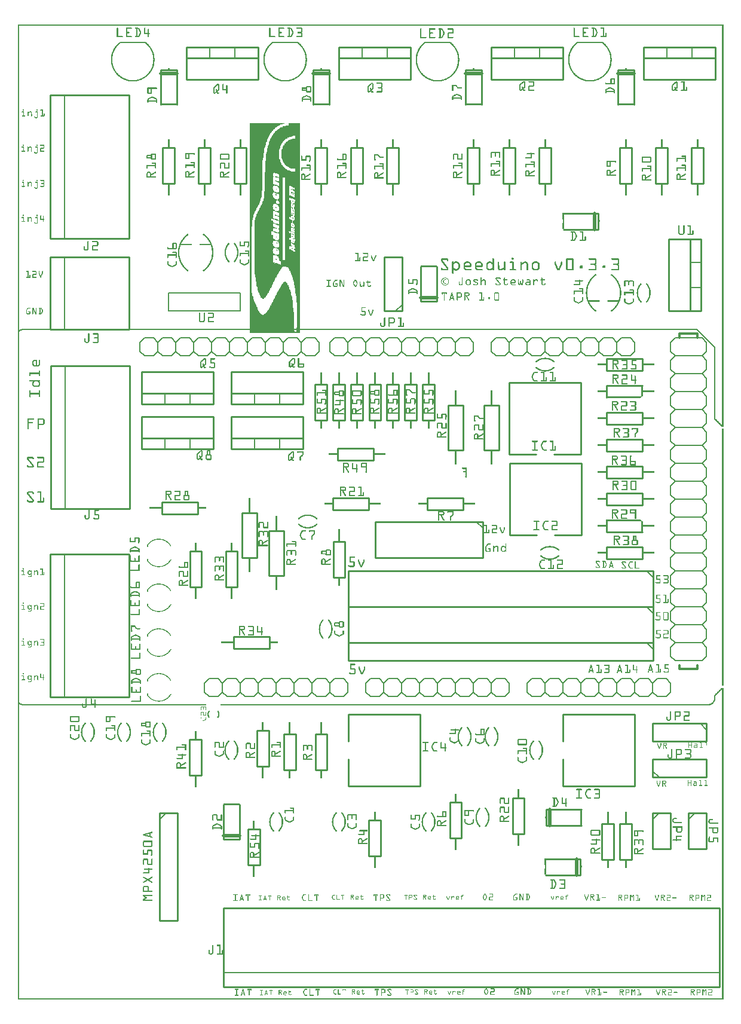
<source format=gto>
G04 MADE WITH FRITZING*
G04 WWW.FRITZING.ORG*
G04 DOUBLE SIDED*
G04 HOLES PLATED*
G04 CONTOUR ON CENTER OF CONTOUR VECTOR*
%ASAXBY*%
%FSLAX23Y23*%
%MOIN*%
%OFA0B0*%
%SFA1.0B1.0*%
%ADD10C,0.010000*%
%ADD11C,0.020000*%
%ADD12C,0.005000*%
%ADD13C,0.012000*%
%ADD14C,0.006000*%
%ADD15C,0.007874*%
%ADD16R,0.001000X0.001000*%
%LNSILK1*%
G90*
G70*
G54D10*
X3139Y696D02*
X2944Y696D01*
D02*
X2944Y786D02*
X3139Y786D01*
D02*
X3139Y786D02*
X3139Y696D01*
G54D11*
D02*
X3119Y786D02*
X3119Y696D01*
G54D10*
D02*
X2949Y1061D02*
X3144Y1061D01*
D02*
X3144Y971D02*
X2949Y971D01*
D02*
X2949Y971D02*
X2949Y1061D01*
G54D11*
D02*
X2969Y971D02*
X2969Y1061D01*
G54D10*
D02*
X1843Y1191D02*
X2243Y1191D01*
D02*
X2243Y1191D02*
X2243Y1591D01*
D02*
X2243Y1591D02*
X1843Y1591D01*
D02*
X1843Y1191D02*
X1843Y1341D01*
D02*
X1843Y1441D02*
X1843Y1591D01*
D02*
X3543Y1991D02*
X1843Y1991D01*
D02*
X1843Y1991D02*
X1843Y1891D01*
D02*
X1843Y1891D02*
X3543Y1891D01*
D02*
X3543Y1891D02*
X3543Y1991D01*
G54D12*
D02*
X3508Y1991D02*
X3543Y1956D01*
G54D10*
D02*
X3543Y2191D02*
X1843Y2191D01*
D02*
X1843Y2191D02*
X1843Y1991D01*
D02*
X1843Y1991D02*
X3543Y1991D01*
D02*
X3543Y1991D02*
X3543Y2191D01*
G54D12*
D02*
X3508Y2191D02*
X3543Y2156D01*
G54D10*
D02*
X3543Y2391D02*
X1843Y2391D01*
D02*
X1843Y2391D02*
X1843Y2191D01*
D02*
X1843Y2191D02*
X3543Y2191D01*
D02*
X3543Y2191D02*
X3543Y2391D01*
G54D12*
D02*
X3508Y2391D02*
X3543Y2356D01*
G54D10*
D02*
X2593Y2666D02*
X1993Y2666D01*
D02*
X1993Y2666D02*
X1993Y2466D01*
D02*
X1993Y2466D02*
X2593Y2466D01*
D02*
X2593Y2466D02*
X2593Y2666D01*
G54D12*
D02*
X2558Y2666D02*
X2593Y2631D01*
G54D10*
D02*
X1092Y3321D02*
X692Y3321D01*
D02*
X692Y3321D02*
X692Y3501D01*
D02*
X692Y3501D02*
X1092Y3501D01*
D02*
X1092Y3501D02*
X1092Y3321D01*
D02*
X1092Y3321D02*
X692Y3321D01*
D02*
X692Y3321D02*
X692Y3381D01*
D02*
X692Y3381D02*
X1092Y3381D01*
D02*
X1092Y3381D02*
X1092Y3321D01*
G54D12*
D02*
X962Y3321D02*
X962Y3381D01*
D02*
X822Y3321D02*
X822Y3381D01*
G54D10*
D02*
X1592Y3321D02*
X1192Y3321D01*
D02*
X1192Y3321D02*
X1192Y3501D01*
D02*
X1192Y3501D02*
X1592Y3501D01*
D02*
X1592Y3501D02*
X1592Y3321D01*
D02*
X1592Y3321D02*
X1192Y3321D01*
D02*
X1192Y3321D02*
X1192Y3381D01*
D02*
X1192Y3381D02*
X1592Y3381D01*
D02*
X1592Y3381D02*
X1592Y3321D01*
G54D12*
D02*
X1462Y3321D02*
X1462Y3381D01*
D02*
X1322Y3321D02*
X1322Y3381D01*
G54D10*
D02*
X1592Y3071D02*
X1192Y3071D01*
D02*
X1192Y3071D02*
X1192Y3251D01*
D02*
X1192Y3251D02*
X1592Y3251D01*
D02*
X1592Y3251D02*
X1592Y3071D01*
D02*
X1592Y3071D02*
X1192Y3071D01*
D02*
X1192Y3071D02*
X1192Y3131D01*
D02*
X1192Y3131D02*
X1592Y3131D01*
D02*
X1592Y3131D02*
X1592Y3071D01*
G54D12*
D02*
X1462Y3071D02*
X1462Y3131D01*
D02*
X1322Y3071D02*
X1322Y3131D01*
G54D10*
D02*
X1092Y3071D02*
X692Y3071D01*
D02*
X692Y3071D02*
X692Y3251D01*
D02*
X692Y3251D02*
X1092Y3251D01*
D02*
X1092Y3251D02*
X1092Y3071D01*
D02*
X1092Y3071D02*
X692Y3071D01*
D02*
X692Y3071D02*
X692Y3131D01*
D02*
X692Y3131D02*
X1092Y3131D01*
D02*
X1092Y3131D02*
X1092Y3071D01*
G54D12*
D02*
X962Y3071D02*
X962Y3131D01*
D02*
X822Y3071D02*
X822Y3131D01*
G54D10*
D02*
X1285Y751D02*
X1285Y951D01*
D02*
X1285Y951D02*
X1351Y951D01*
D02*
X1351Y951D02*
X1351Y751D01*
D02*
X1351Y751D02*
X1285Y751D01*
G54D13*
D02*
X3692Y1866D02*
X3692Y1846D01*
D02*
X3692Y1846D02*
X3792Y1846D01*
D02*
X3792Y1846D02*
X3792Y1866D01*
D02*
X3692Y3691D02*
X3692Y3716D01*
D02*
X3692Y3716D02*
X3792Y3716D01*
D02*
X3792Y3716D02*
X3792Y3691D01*
G54D14*
D02*
X3467Y1791D02*
X3517Y1791D01*
D02*
X3517Y1791D02*
X3542Y1766D01*
D02*
X3542Y1766D02*
X3542Y1716D01*
D02*
X3542Y1716D02*
X3517Y1691D01*
D02*
X3342Y1766D02*
X3367Y1791D01*
D02*
X3367Y1791D02*
X3417Y1791D01*
D02*
X3417Y1791D02*
X3442Y1766D01*
D02*
X3442Y1766D02*
X3442Y1716D01*
D02*
X3442Y1716D02*
X3417Y1691D01*
D02*
X3417Y1691D02*
X3367Y1691D01*
D02*
X3367Y1691D02*
X3342Y1716D01*
D02*
X3467Y1791D02*
X3442Y1766D01*
D02*
X3442Y1716D02*
X3467Y1691D01*
D02*
X3517Y1691D02*
X3467Y1691D01*
D02*
X3167Y1791D02*
X3217Y1791D01*
D02*
X3217Y1791D02*
X3242Y1766D01*
D02*
X3242Y1766D02*
X3242Y1716D01*
D02*
X3242Y1716D02*
X3217Y1691D01*
D02*
X3242Y1766D02*
X3267Y1791D01*
D02*
X3267Y1791D02*
X3317Y1791D01*
D02*
X3317Y1791D02*
X3342Y1766D01*
D02*
X3342Y1766D02*
X3342Y1716D01*
D02*
X3342Y1716D02*
X3317Y1691D01*
D02*
X3317Y1691D02*
X3267Y1691D01*
D02*
X3267Y1691D02*
X3242Y1716D01*
D02*
X3042Y1766D02*
X3067Y1791D01*
D02*
X3067Y1791D02*
X3117Y1791D01*
D02*
X3117Y1791D02*
X3142Y1766D01*
D02*
X3142Y1766D02*
X3142Y1716D01*
D02*
X3142Y1716D02*
X3117Y1691D01*
D02*
X3117Y1691D02*
X3067Y1691D01*
D02*
X3067Y1691D02*
X3042Y1716D01*
D02*
X3167Y1791D02*
X3142Y1766D01*
D02*
X3142Y1716D02*
X3167Y1691D01*
D02*
X3217Y1691D02*
X3167Y1691D01*
D02*
X2867Y1791D02*
X2917Y1791D01*
D02*
X2917Y1791D02*
X2942Y1766D01*
D02*
X2942Y1766D02*
X2942Y1716D01*
D02*
X2942Y1716D02*
X2917Y1691D01*
D02*
X2942Y1766D02*
X2967Y1791D01*
D02*
X2967Y1791D02*
X3017Y1791D01*
D02*
X3017Y1791D02*
X3042Y1766D01*
D02*
X3042Y1766D02*
X3042Y1716D01*
D02*
X3042Y1716D02*
X3017Y1691D01*
D02*
X3017Y1691D02*
X2967Y1691D01*
D02*
X2967Y1691D02*
X2942Y1716D01*
D02*
X2842Y1766D02*
X2842Y1716D01*
D02*
X2867Y1791D02*
X2842Y1766D01*
D02*
X2842Y1716D02*
X2867Y1691D01*
D02*
X2917Y1691D02*
X2867Y1691D01*
D02*
X3567Y1791D02*
X3617Y1791D01*
D02*
X3617Y1791D02*
X3642Y1766D01*
D02*
X3642Y1766D02*
X3642Y1716D01*
D02*
X3642Y1716D02*
X3617Y1691D01*
D02*
X3567Y1791D02*
X3542Y1766D01*
D02*
X3542Y1716D02*
X3567Y1691D01*
D02*
X3617Y1691D02*
X3567Y1691D01*
D02*
X2567Y1791D02*
X2617Y1791D01*
D02*
X2617Y1791D02*
X2642Y1766D01*
D02*
X2642Y1766D02*
X2642Y1716D01*
D02*
X2642Y1716D02*
X2617Y1691D01*
D02*
X2442Y1766D02*
X2467Y1791D01*
D02*
X2467Y1791D02*
X2517Y1791D01*
D02*
X2517Y1791D02*
X2542Y1766D01*
D02*
X2542Y1766D02*
X2542Y1716D01*
D02*
X2542Y1716D02*
X2517Y1691D01*
D02*
X2517Y1691D02*
X2467Y1691D01*
D02*
X2467Y1691D02*
X2442Y1716D01*
D02*
X2567Y1791D02*
X2542Y1766D01*
D02*
X2542Y1716D02*
X2567Y1691D01*
D02*
X2617Y1691D02*
X2567Y1691D01*
D02*
X2267Y1791D02*
X2317Y1791D01*
D02*
X2317Y1791D02*
X2342Y1766D01*
D02*
X2342Y1766D02*
X2342Y1716D01*
D02*
X2342Y1716D02*
X2317Y1691D01*
D02*
X2342Y1766D02*
X2367Y1791D01*
D02*
X2367Y1791D02*
X2417Y1791D01*
D02*
X2417Y1791D02*
X2442Y1766D01*
D02*
X2442Y1766D02*
X2442Y1716D01*
D02*
X2442Y1716D02*
X2417Y1691D01*
D02*
X2417Y1691D02*
X2367Y1691D01*
D02*
X2367Y1691D02*
X2342Y1716D01*
D02*
X2142Y1766D02*
X2167Y1791D01*
D02*
X2167Y1791D02*
X2217Y1791D01*
D02*
X2217Y1791D02*
X2242Y1766D01*
D02*
X2242Y1766D02*
X2242Y1716D01*
D02*
X2242Y1716D02*
X2217Y1691D01*
D02*
X2217Y1691D02*
X2167Y1691D01*
D02*
X2167Y1691D02*
X2142Y1716D01*
D02*
X2267Y1791D02*
X2242Y1766D01*
D02*
X2242Y1716D02*
X2267Y1691D01*
D02*
X2317Y1691D02*
X2267Y1691D01*
D02*
X1967Y1791D02*
X2017Y1791D01*
D02*
X2017Y1791D02*
X2042Y1766D01*
D02*
X2042Y1766D02*
X2042Y1716D01*
D02*
X2042Y1716D02*
X2017Y1691D01*
D02*
X2042Y1766D02*
X2067Y1791D01*
D02*
X2067Y1791D02*
X2117Y1791D01*
D02*
X2117Y1791D02*
X2142Y1766D01*
D02*
X2142Y1766D02*
X2142Y1716D01*
D02*
X2142Y1716D02*
X2117Y1691D01*
D02*
X2117Y1691D02*
X2067Y1691D01*
D02*
X2067Y1691D02*
X2042Y1716D01*
D02*
X1942Y1766D02*
X1942Y1716D01*
D02*
X1967Y1791D02*
X1942Y1766D01*
D02*
X1942Y1716D02*
X1967Y1691D01*
D02*
X2017Y1691D02*
X1967Y1691D01*
D02*
X2667Y1791D02*
X2717Y1791D01*
D02*
X2717Y1791D02*
X2742Y1766D01*
D02*
X2742Y1766D02*
X2742Y1716D01*
D02*
X2742Y1716D02*
X2717Y1691D01*
D02*
X2667Y1791D02*
X2642Y1766D01*
D02*
X2642Y1716D02*
X2667Y1691D01*
D02*
X2717Y1691D02*
X2667Y1691D01*
D02*
X2817Y3591D02*
X2767Y3591D01*
D02*
X2767Y3591D02*
X2742Y3616D01*
D02*
X2742Y3616D02*
X2742Y3666D01*
D02*
X2742Y3666D02*
X2767Y3691D01*
D02*
X2942Y3616D02*
X2917Y3591D01*
D02*
X2917Y3591D02*
X2867Y3591D01*
D02*
X2867Y3591D02*
X2842Y3616D01*
D02*
X2842Y3616D02*
X2842Y3666D01*
D02*
X2842Y3666D02*
X2867Y3691D01*
D02*
X2867Y3691D02*
X2917Y3691D01*
D02*
X2917Y3691D02*
X2942Y3666D01*
D02*
X2817Y3591D02*
X2842Y3616D01*
D02*
X2842Y3666D02*
X2817Y3691D01*
D02*
X2767Y3691D02*
X2817Y3691D01*
D02*
X3117Y3591D02*
X3067Y3591D01*
D02*
X3067Y3591D02*
X3042Y3616D01*
D02*
X3042Y3616D02*
X3042Y3666D01*
D02*
X3042Y3666D02*
X3067Y3691D01*
D02*
X3042Y3616D02*
X3017Y3591D01*
D02*
X3017Y3591D02*
X2967Y3591D01*
D02*
X2967Y3591D02*
X2942Y3616D01*
D02*
X2942Y3616D02*
X2942Y3666D01*
D02*
X2942Y3666D02*
X2967Y3691D01*
D02*
X2967Y3691D02*
X3017Y3691D01*
D02*
X3017Y3691D02*
X3042Y3666D01*
D02*
X3242Y3616D02*
X3217Y3591D01*
D02*
X3217Y3591D02*
X3167Y3591D01*
D02*
X3167Y3591D02*
X3142Y3616D01*
D02*
X3142Y3616D02*
X3142Y3666D01*
D02*
X3142Y3666D02*
X3167Y3691D01*
D02*
X3167Y3691D02*
X3217Y3691D01*
D02*
X3217Y3691D02*
X3242Y3666D01*
D02*
X3117Y3591D02*
X3142Y3616D01*
D02*
X3142Y3666D02*
X3117Y3691D01*
D02*
X3067Y3691D02*
X3117Y3691D01*
D02*
X3417Y3591D02*
X3367Y3591D01*
D02*
X3367Y3591D02*
X3342Y3616D01*
D02*
X3342Y3616D02*
X3342Y3666D01*
D02*
X3342Y3666D02*
X3367Y3691D01*
D02*
X3342Y3616D02*
X3317Y3591D01*
D02*
X3317Y3591D02*
X3267Y3591D01*
D02*
X3267Y3591D02*
X3242Y3616D01*
D02*
X3242Y3616D02*
X3242Y3666D01*
D02*
X3242Y3666D02*
X3267Y3691D01*
D02*
X3267Y3691D02*
X3317Y3691D01*
D02*
X3317Y3691D02*
X3342Y3666D01*
D02*
X3442Y3616D02*
X3442Y3666D01*
D02*
X3417Y3591D02*
X3442Y3616D01*
D02*
X3442Y3666D02*
X3417Y3691D01*
D02*
X3367Y3691D02*
X3417Y3691D01*
D02*
X2717Y3591D02*
X2667Y3591D01*
D02*
X2667Y3591D02*
X2642Y3616D01*
D02*
X2642Y3616D02*
X2642Y3666D01*
D02*
X2642Y3666D02*
X2667Y3691D01*
D02*
X2717Y3591D02*
X2742Y3616D01*
D02*
X2742Y3666D02*
X2717Y3691D01*
D02*
X2667Y3691D02*
X2717Y3691D01*
D02*
X1482Y3666D02*
X1507Y3691D01*
D02*
X1507Y3691D02*
X1557Y3691D01*
D02*
X1557Y3691D02*
X1582Y3666D01*
D02*
X1582Y3666D02*
X1582Y3616D01*
D02*
X1582Y3616D02*
X1557Y3591D01*
D02*
X1557Y3591D02*
X1507Y3591D01*
D02*
X1507Y3591D02*
X1482Y3616D01*
D02*
X1307Y3691D02*
X1357Y3691D01*
D02*
X1357Y3691D02*
X1382Y3666D01*
D02*
X1382Y3666D02*
X1382Y3616D01*
D02*
X1382Y3616D02*
X1357Y3591D01*
D02*
X1382Y3666D02*
X1407Y3691D01*
D02*
X1407Y3691D02*
X1457Y3691D01*
D02*
X1457Y3691D02*
X1482Y3666D01*
D02*
X1482Y3666D02*
X1482Y3616D01*
D02*
X1482Y3616D02*
X1457Y3591D01*
D02*
X1457Y3591D02*
X1407Y3591D01*
D02*
X1407Y3591D02*
X1382Y3616D01*
D02*
X1182Y3666D02*
X1207Y3691D01*
D02*
X1207Y3691D02*
X1257Y3691D01*
D02*
X1257Y3691D02*
X1282Y3666D01*
D02*
X1282Y3666D02*
X1282Y3616D01*
D02*
X1282Y3616D02*
X1257Y3591D01*
D02*
X1257Y3591D02*
X1207Y3591D01*
D02*
X1207Y3591D02*
X1182Y3616D01*
D02*
X1307Y3691D02*
X1282Y3666D01*
D02*
X1282Y3616D02*
X1307Y3591D01*
D02*
X1357Y3591D02*
X1307Y3591D01*
D02*
X1007Y3691D02*
X1057Y3691D01*
D02*
X1057Y3691D02*
X1082Y3666D01*
D02*
X1082Y3666D02*
X1082Y3616D01*
D02*
X1082Y3616D02*
X1057Y3591D01*
D02*
X1082Y3666D02*
X1107Y3691D01*
D02*
X1107Y3691D02*
X1157Y3691D01*
D02*
X1157Y3691D02*
X1182Y3666D01*
D02*
X1182Y3666D02*
X1182Y3616D01*
D02*
X1182Y3616D02*
X1157Y3591D01*
D02*
X1157Y3591D02*
X1107Y3591D01*
D02*
X1107Y3591D02*
X1082Y3616D01*
D02*
X882Y3666D02*
X907Y3691D01*
D02*
X907Y3691D02*
X957Y3691D01*
D02*
X957Y3691D02*
X982Y3666D01*
D02*
X982Y3666D02*
X982Y3616D01*
D02*
X982Y3616D02*
X957Y3591D01*
D02*
X957Y3591D02*
X907Y3591D01*
D02*
X907Y3591D02*
X882Y3616D01*
D02*
X1007Y3691D02*
X982Y3666D01*
D02*
X982Y3616D02*
X1007Y3591D01*
D02*
X1057Y3591D02*
X1007Y3591D01*
D02*
X707Y3691D02*
X757Y3691D01*
D02*
X757Y3691D02*
X782Y3666D01*
D02*
X782Y3666D02*
X782Y3616D01*
D02*
X782Y3616D02*
X757Y3591D01*
D02*
X782Y3666D02*
X807Y3691D01*
D02*
X807Y3691D02*
X857Y3691D01*
D02*
X857Y3691D02*
X882Y3666D01*
D02*
X882Y3666D02*
X882Y3616D01*
D02*
X882Y3616D02*
X857Y3591D01*
D02*
X857Y3591D02*
X807Y3591D01*
D02*
X807Y3591D02*
X782Y3616D01*
D02*
X682Y3666D02*
X682Y3616D01*
D02*
X707Y3691D02*
X682Y3666D01*
D02*
X682Y3616D02*
X707Y3591D01*
D02*
X757Y3591D02*
X707Y3591D01*
D02*
X1607Y3691D02*
X1657Y3691D01*
D02*
X1657Y3691D02*
X1682Y3666D01*
D02*
X1682Y3666D02*
X1682Y3616D01*
D02*
X1682Y3616D02*
X1657Y3591D01*
D02*
X1607Y3691D02*
X1582Y3666D01*
D02*
X1582Y3616D02*
X1607Y3591D01*
D02*
X1657Y3591D02*
X1607Y3591D01*
D02*
X1667Y1791D02*
X1717Y1791D01*
D02*
X1717Y1791D02*
X1742Y1766D01*
D02*
X1742Y1766D02*
X1742Y1716D01*
D02*
X1742Y1716D02*
X1717Y1691D01*
D02*
X1542Y1766D02*
X1567Y1791D01*
D02*
X1567Y1791D02*
X1617Y1791D01*
D02*
X1617Y1791D02*
X1642Y1766D01*
D02*
X1642Y1766D02*
X1642Y1716D01*
D02*
X1642Y1716D02*
X1617Y1691D01*
D02*
X1617Y1691D02*
X1567Y1691D01*
D02*
X1567Y1691D02*
X1542Y1716D01*
D02*
X1667Y1791D02*
X1642Y1766D01*
D02*
X1642Y1716D02*
X1667Y1691D01*
D02*
X1717Y1691D02*
X1667Y1691D01*
D02*
X1367Y1791D02*
X1417Y1791D01*
D02*
X1417Y1791D02*
X1442Y1766D01*
D02*
X1442Y1766D02*
X1442Y1716D01*
D02*
X1442Y1716D02*
X1417Y1691D01*
D02*
X1442Y1766D02*
X1467Y1791D01*
D02*
X1467Y1791D02*
X1517Y1791D01*
D02*
X1517Y1791D02*
X1542Y1766D01*
D02*
X1542Y1766D02*
X1542Y1716D01*
D02*
X1542Y1716D02*
X1517Y1691D01*
D02*
X1517Y1691D02*
X1467Y1691D01*
D02*
X1467Y1691D02*
X1442Y1716D01*
D02*
X1242Y1766D02*
X1267Y1791D01*
D02*
X1267Y1791D02*
X1317Y1791D01*
D02*
X1317Y1791D02*
X1342Y1766D01*
D02*
X1342Y1766D02*
X1342Y1716D01*
D02*
X1342Y1716D02*
X1317Y1691D01*
D02*
X1317Y1691D02*
X1267Y1691D01*
D02*
X1267Y1691D02*
X1242Y1716D01*
D02*
X1367Y1791D02*
X1342Y1766D01*
D02*
X1342Y1716D02*
X1367Y1691D01*
D02*
X1417Y1691D02*
X1367Y1691D01*
D02*
X1067Y1791D02*
X1117Y1791D01*
D02*
X1117Y1791D02*
X1142Y1766D01*
D02*
X1142Y1766D02*
X1142Y1716D01*
D02*
X1142Y1716D02*
X1117Y1691D01*
D02*
X1142Y1766D02*
X1167Y1791D01*
D02*
X1167Y1791D02*
X1217Y1791D01*
D02*
X1217Y1791D02*
X1242Y1766D01*
D02*
X1242Y1766D02*
X1242Y1716D01*
D02*
X1242Y1716D02*
X1217Y1691D01*
D02*
X1217Y1691D02*
X1167Y1691D01*
D02*
X1167Y1691D02*
X1142Y1716D01*
D02*
X1042Y1766D02*
X1042Y1716D01*
D02*
X1067Y1791D02*
X1042Y1766D01*
D02*
X1042Y1716D02*
X1067Y1691D01*
D02*
X1117Y1691D02*
X1067Y1691D01*
D02*
X1767Y1791D02*
X1817Y1791D01*
D02*
X1817Y1791D02*
X1842Y1766D01*
D02*
X1842Y1766D02*
X1842Y1716D01*
D02*
X1842Y1716D02*
X1817Y1691D01*
D02*
X1767Y1791D02*
X1742Y1766D01*
D02*
X1742Y1716D02*
X1767Y1691D01*
D02*
X1817Y1691D02*
X1767Y1691D01*
D02*
X1917Y3591D02*
X1867Y3591D01*
D02*
X1867Y3591D02*
X1842Y3616D01*
D02*
X1842Y3616D02*
X1842Y3666D01*
D02*
X1842Y3666D02*
X1867Y3691D01*
D02*
X2042Y3616D02*
X2017Y3591D01*
D02*
X2017Y3591D02*
X1967Y3591D01*
D02*
X1967Y3591D02*
X1942Y3616D01*
D02*
X1942Y3616D02*
X1942Y3666D01*
D02*
X1942Y3666D02*
X1967Y3691D01*
D02*
X1967Y3691D02*
X2017Y3691D01*
D02*
X2017Y3691D02*
X2042Y3666D01*
D02*
X1917Y3591D02*
X1942Y3616D01*
D02*
X1942Y3666D02*
X1917Y3691D01*
D02*
X1867Y3691D02*
X1917Y3691D01*
D02*
X2217Y3591D02*
X2167Y3591D01*
D02*
X2167Y3591D02*
X2142Y3616D01*
D02*
X2142Y3616D02*
X2142Y3666D01*
D02*
X2142Y3666D02*
X2167Y3691D01*
D02*
X2142Y3616D02*
X2117Y3591D01*
D02*
X2117Y3591D02*
X2067Y3591D01*
D02*
X2067Y3591D02*
X2042Y3616D01*
D02*
X2042Y3616D02*
X2042Y3666D01*
D02*
X2042Y3666D02*
X2067Y3691D01*
D02*
X2067Y3691D02*
X2117Y3691D01*
D02*
X2117Y3691D02*
X2142Y3666D01*
D02*
X2342Y3616D02*
X2317Y3591D01*
D02*
X2317Y3591D02*
X2267Y3591D01*
D02*
X2267Y3591D02*
X2242Y3616D01*
D02*
X2242Y3616D02*
X2242Y3666D01*
D02*
X2242Y3666D02*
X2267Y3691D01*
D02*
X2267Y3691D02*
X2317Y3691D01*
D02*
X2317Y3691D02*
X2342Y3666D01*
D02*
X2217Y3591D02*
X2242Y3616D01*
D02*
X2242Y3666D02*
X2217Y3691D01*
D02*
X2167Y3691D02*
X2217Y3691D01*
D02*
X2517Y3591D02*
X2467Y3591D01*
D02*
X2467Y3591D02*
X2442Y3616D01*
D02*
X2442Y3616D02*
X2442Y3666D01*
D02*
X2442Y3666D02*
X2467Y3691D01*
D02*
X2442Y3616D02*
X2417Y3591D01*
D02*
X2417Y3591D02*
X2367Y3591D01*
D02*
X2367Y3591D02*
X2342Y3616D01*
D02*
X2342Y3616D02*
X2342Y3666D01*
D02*
X2342Y3666D02*
X2367Y3691D01*
D02*
X2367Y3691D02*
X2417Y3691D01*
D02*
X2417Y3691D02*
X2442Y3666D01*
D02*
X2542Y3616D02*
X2542Y3666D01*
D02*
X2517Y3591D02*
X2542Y3616D01*
D02*
X2542Y3666D02*
X2517Y3691D01*
D02*
X2467Y3691D02*
X2517Y3691D01*
D02*
X1817Y3591D02*
X1767Y3591D01*
D02*
X1767Y3591D02*
X1742Y3616D01*
D02*
X1742Y3616D02*
X1742Y3666D01*
D02*
X1742Y3666D02*
X1767Y3691D01*
D02*
X1817Y3591D02*
X1842Y3616D01*
D02*
X1842Y3666D02*
X1817Y3691D01*
D02*
X1767Y3691D02*
X1817Y3691D01*
D02*
X3667Y3691D02*
X3642Y3666D01*
D02*
X3642Y3666D02*
X3642Y3616D01*
D02*
X3642Y3616D02*
X3667Y3591D01*
D02*
X3667Y3591D02*
X3642Y3566D01*
D02*
X3642Y3566D02*
X3642Y3516D01*
D02*
X3642Y3516D02*
X3667Y3491D01*
D02*
X3667Y3491D02*
X3642Y3466D01*
D02*
X3642Y3466D02*
X3642Y3416D01*
D02*
X3642Y3416D02*
X3667Y3391D01*
D02*
X3667Y3391D02*
X3642Y3366D01*
D02*
X3642Y3366D02*
X3642Y3316D01*
D02*
X3642Y3316D02*
X3667Y3291D01*
D02*
X3667Y3291D02*
X3642Y3266D01*
D02*
X3642Y3266D02*
X3642Y3216D01*
D02*
X3642Y3216D02*
X3667Y3191D01*
D02*
X3667Y3191D02*
X3642Y3166D01*
D02*
X3642Y3166D02*
X3642Y3116D01*
D02*
X3642Y3116D02*
X3667Y3091D01*
D02*
X3667Y3691D02*
X3817Y3691D01*
D02*
X3817Y3691D02*
X3842Y3666D01*
D02*
X3842Y3666D02*
X3842Y3616D01*
D02*
X3842Y3616D02*
X3817Y3591D01*
D02*
X3817Y3591D02*
X3842Y3566D01*
D02*
X3842Y3566D02*
X3842Y3516D01*
D02*
X3842Y3516D02*
X3817Y3491D01*
D02*
X3817Y3491D02*
X3842Y3466D01*
D02*
X3842Y3466D02*
X3842Y3416D01*
D02*
X3842Y3416D02*
X3817Y3391D01*
D02*
X3817Y3391D02*
X3842Y3366D01*
D02*
X3842Y3366D02*
X3842Y3316D01*
D02*
X3842Y3316D02*
X3817Y3291D01*
D02*
X3817Y3291D02*
X3842Y3266D01*
D02*
X3842Y3266D02*
X3842Y3216D01*
D02*
X3842Y3216D02*
X3817Y3191D01*
D02*
X3817Y3191D02*
X3842Y3166D01*
D02*
X3842Y3166D02*
X3842Y3116D01*
D02*
X3842Y3116D02*
X3817Y3091D01*
D02*
X3817Y3091D02*
X3842Y3066D01*
D02*
X3842Y3066D02*
X3842Y3016D01*
D02*
X3842Y3016D02*
X3817Y2991D01*
D02*
X3817Y2991D02*
X3842Y2966D01*
D02*
X3842Y2966D02*
X3842Y2916D01*
D02*
X3842Y2916D02*
X3817Y2891D01*
D02*
X3817Y2891D02*
X3842Y2866D01*
D02*
X3842Y2866D02*
X3842Y2816D01*
D02*
X3842Y2816D02*
X3817Y2791D01*
D02*
X3817Y2791D02*
X3842Y2766D01*
D02*
X3842Y2766D02*
X3842Y2716D01*
D02*
X3842Y2716D02*
X3817Y2691D01*
D02*
X3817Y2691D02*
X3842Y2666D01*
D02*
X3842Y2666D02*
X3842Y2616D01*
D02*
X3842Y2616D02*
X3817Y2591D01*
D02*
X3817Y2591D02*
X3842Y2566D01*
D02*
X3842Y2566D02*
X3842Y2516D01*
D02*
X3817Y2491D02*
X3842Y2516D01*
D02*
X3817Y2491D02*
X3842Y2466D01*
D02*
X3842Y2416D02*
X3842Y2466D01*
D02*
X3842Y2416D02*
X3817Y2391D01*
D02*
X3817Y2391D02*
X3842Y2366D01*
D02*
X3842Y2316D02*
X3842Y2366D01*
D02*
X3842Y2316D02*
X3817Y2291D01*
D02*
X3817Y2291D02*
X3842Y2266D01*
D02*
X3842Y2216D02*
X3842Y2266D01*
D02*
X3842Y2216D02*
X3817Y2191D01*
D02*
X3817Y2191D02*
X3842Y2166D01*
D02*
X3842Y2116D02*
X3842Y2166D01*
D02*
X3842Y2116D02*
X3817Y2091D01*
D02*
X3817Y2091D02*
X3842Y2066D01*
D02*
X3842Y2016D02*
X3842Y2066D01*
D02*
X3842Y2016D02*
X3817Y1991D01*
D02*
X3817Y1991D02*
X3842Y1966D01*
D02*
X3842Y1916D02*
X3842Y1966D01*
D02*
X3842Y1916D02*
X3817Y1891D01*
D02*
X3667Y1891D02*
X3642Y1916D01*
D02*
X3642Y1916D02*
X3642Y1966D01*
D02*
X3667Y1991D02*
X3642Y1966D01*
D02*
X3667Y1991D02*
X3642Y2016D01*
D02*
X3642Y2016D02*
X3642Y2066D01*
D02*
X3667Y2091D02*
X3642Y2066D01*
D02*
X3667Y2091D02*
X3642Y2116D01*
D02*
X3642Y2166D02*
X3642Y2116D01*
D02*
X3642Y2166D02*
X3667Y2191D01*
D02*
X3667Y2191D02*
X3642Y2216D01*
D02*
X3642Y2266D02*
X3642Y2216D01*
D02*
X3642Y2266D02*
X3667Y2291D01*
D02*
X3667Y2291D02*
X3642Y2316D01*
D02*
X3642Y2316D02*
X3642Y2366D01*
D02*
X3667Y2391D02*
X3642Y2366D01*
D02*
X3667Y2391D02*
X3642Y2416D01*
D02*
X3642Y2416D02*
X3642Y2466D01*
D02*
X3667Y2491D02*
X3642Y2466D01*
D02*
X3667Y2491D02*
X3642Y2516D01*
D02*
X3642Y2516D02*
X3642Y2566D01*
D02*
X3667Y2591D02*
X3642Y2566D01*
D02*
X3667Y2591D02*
X3642Y2616D01*
D02*
X3642Y2616D02*
X3642Y2666D01*
D02*
X3667Y2691D02*
X3642Y2666D01*
D02*
X3667Y2691D02*
X3642Y2716D01*
D02*
X3642Y2716D02*
X3642Y2766D01*
D02*
X3667Y2791D02*
X3642Y2766D01*
D02*
X3667Y2791D02*
X3642Y2816D01*
D02*
X3642Y2816D02*
X3642Y2866D01*
D02*
X3667Y2891D02*
X3642Y2866D01*
D02*
X3667Y2891D02*
X3642Y2916D01*
D02*
X3642Y2916D02*
X3642Y2966D01*
D02*
X3667Y2991D02*
X3642Y2966D01*
D02*
X3667Y2991D02*
X3642Y3016D01*
D02*
X3642Y3016D02*
X3642Y3066D01*
D02*
X3667Y3091D02*
X3642Y3066D01*
D02*
X3817Y3591D02*
X3667Y3591D01*
D02*
X3817Y3491D02*
X3667Y3491D01*
D02*
X3817Y3391D02*
X3667Y3391D01*
D02*
X3817Y3291D02*
X3667Y3291D01*
D02*
X3817Y3191D02*
X3667Y3191D01*
D02*
X3817Y3091D02*
X3667Y3091D01*
D02*
X3817Y2991D02*
X3667Y2991D01*
D02*
X3817Y2891D02*
X3667Y2891D01*
D02*
X3817Y2791D02*
X3667Y2791D01*
D02*
X3817Y2691D02*
X3667Y2691D01*
D02*
X3817Y2591D02*
X3667Y2591D01*
D02*
X3817Y2491D02*
X3667Y2491D01*
D02*
X3817Y2391D02*
X3667Y2391D01*
D02*
X3817Y2291D02*
X3667Y2291D01*
D02*
X3817Y2191D02*
X3667Y2191D01*
D02*
X3817Y2091D02*
X3667Y2091D01*
D02*
X3817Y1991D02*
X3667Y1991D01*
D02*
X3817Y1891D02*
X3667Y1891D01*
G54D10*
D02*
X2247Y3895D02*
X2247Y4090D01*
D02*
X2337Y4090D02*
X2337Y3895D01*
D02*
X2337Y3895D02*
X2247Y3895D01*
G54D11*
D02*
X2337Y3915D02*
X2247Y3915D01*
G54D10*
D02*
X959Y1251D02*
X959Y1451D01*
D02*
X959Y1451D02*
X1025Y1451D01*
D02*
X1025Y1451D02*
X1025Y1251D01*
D02*
X1025Y1251D02*
X959Y1251D01*
D02*
X792Y1041D02*
X792Y441D01*
D02*
X792Y441D02*
X892Y441D01*
D02*
X892Y441D02*
X892Y1041D01*
D02*
X892Y1041D02*
X792Y1041D01*
G54D12*
D02*
X792Y1006D02*
X827Y1041D01*
G54D10*
D02*
X3042Y1191D02*
X3442Y1191D01*
D02*
X3442Y1191D02*
X3442Y1591D01*
D02*
X3442Y1591D02*
X3042Y1591D01*
D02*
X3042Y1191D02*
X3042Y1341D01*
D02*
X3042Y1441D02*
X3042Y1591D01*
D02*
X3542Y1241D02*
X3842Y1241D01*
D02*
X3842Y1241D02*
X3842Y1341D01*
D02*
X3842Y1341D02*
X3542Y1341D01*
D02*
X3542Y1341D02*
X3542Y1241D01*
G54D12*
D02*
X3577Y1241D02*
X3542Y1276D01*
G54D10*
D02*
X3842Y1541D02*
X3542Y1541D01*
D02*
X3542Y1541D02*
X3542Y1441D01*
D02*
X3542Y1441D02*
X3842Y1441D01*
D02*
X3842Y1441D02*
X3842Y1541D01*
G54D12*
D02*
X3807Y1541D02*
X3842Y1506D01*
G54D10*
D02*
X2143Y3841D02*
X2143Y4141D01*
D02*
X2143Y4141D02*
X2043Y4141D01*
D02*
X2043Y4141D02*
X2043Y3841D01*
D02*
X2043Y3841D02*
X2143Y3841D01*
G54D12*
D02*
X2143Y3876D02*
X2108Y3841D01*
G54D10*
D02*
X3325Y982D02*
X3325Y782D01*
D02*
X3325Y782D02*
X3259Y782D01*
D02*
X3259Y782D02*
X3259Y982D01*
D02*
X3259Y982D02*
X3325Y982D01*
D02*
X3425Y982D02*
X3425Y782D01*
D02*
X3425Y782D02*
X3359Y782D01*
D02*
X3359Y782D02*
X3359Y982D01*
D02*
X3359Y982D02*
X3425Y982D01*
D02*
X3542Y1041D02*
X3542Y841D01*
D02*
X3542Y841D02*
X3642Y841D01*
D02*
X3642Y841D02*
X3642Y1041D01*
D02*
X3642Y1041D02*
X3542Y1041D01*
G54D12*
D02*
X3542Y1006D02*
X3577Y1041D01*
G54D10*
D02*
X3742Y1041D02*
X3742Y841D01*
D02*
X3742Y841D02*
X3842Y841D01*
D02*
X3842Y841D02*
X3842Y1041D01*
D02*
X3842Y1041D02*
X3742Y1041D01*
G54D12*
D02*
X3742Y1006D02*
X3777Y1041D01*
G54D10*
D02*
X3483Y2458D02*
X3283Y2458D01*
D02*
X3283Y2458D02*
X3283Y2524D01*
D02*
X3283Y2524D02*
X3483Y2524D01*
D02*
X3483Y2524D02*
X3483Y2458D01*
D02*
X2325Y3432D02*
X2325Y3232D01*
D02*
X2325Y3232D02*
X2259Y3232D01*
D02*
X2259Y3232D02*
X2259Y3432D01*
D02*
X2259Y3432D02*
X2325Y3432D01*
D02*
X1825Y3432D02*
X1825Y3232D01*
D02*
X1825Y3232D02*
X1759Y3232D01*
D02*
X1759Y3232D02*
X1759Y3432D01*
D02*
X1759Y3432D02*
X1825Y3432D01*
D02*
X3483Y3058D02*
X3283Y3058D01*
D02*
X3283Y3058D02*
X3283Y3124D01*
D02*
X3283Y3124D02*
X3483Y3124D01*
D02*
X3483Y3124D02*
X3483Y3058D01*
D02*
X3483Y2908D02*
X3283Y2908D01*
D02*
X3283Y2908D02*
X3283Y2974D01*
D02*
X3283Y2974D02*
X3483Y2974D01*
D02*
X3483Y2974D02*
X3483Y2908D01*
D02*
X2125Y3432D02*
X2125Y3232D01*
D02*
X2125Y3232D02*
X2059Y3232D01*
D02*
X2059Y3232D02*
X2059Y3432D01*
D02*
X2059Y3432D02*
X2125Y3432D01*
D02*
X1983Y3008D02*
X1783Y3008D01*
D02*
X1783Y3008D02*
X1783Y3074D01*
D02*
X1783Y3074D02*
X1983Y3074D01*
D02*
X1983Y3074D02*
X1983Y3008D01*
D02*
X3483Y3508D02*
X3283Y3508D01*
D02*
X3283Y3508D02*
X3283Y3574D01*
D02*
X3283Y3574D02*
X3483Y3574D01*
D02*
X3483Y3574D02*
X3483Y3508D01*
D02*
X3812Y4241D02*
X3812Y3841D01*
D02*
X3812Y3841D02*
X3632Y3841D01*
D02*
X3632Y3841D02*
X3632Y4241D01*
D02*
X3632Y4241D02*
X3812Y4241D01*
D02*
X3812Y4241D02*
X3812Y3841D01*
D02*
X3812Y3841D02*
X3752Y3841D01*
D02*
X3752Y3841D02*
X3752Y4241D01*
D02*
X3752Y4241D02*
X3812Y4241D01*
G54D12*
D02*
X3812Y4111D02*
X3752Y4111D01*
D02*
X3812Y3971D02*
X3752Y3971D01*
G54D10*
D02*
X3239Y4296D02*
X3044Y4296D01*
D02*
X3044Y4386D02*
X3239Y4386D01*
D02*
X3239Y4386D02*
X3239Y4296D01*
G54D11*
D02*
X3219Y4386D02*
X3219Y4296D01*
G54D12*
D02*
X842Y3941D02*
X842Y3841D01*
D02*
X842Y3841D02*
X1242Y3841D01*
D02*
X1242Y3841D02*
X1242Y3941D01*
D02*
X1242Y3941D02*
X842Y3941D01*
G54D10*
D02*
X3143Y2591D02*
X3143Y2991D01*
D02*
X3143Y2991D02*
X2743Y2991D01*
D02*
X2743Y2991D02*
X2743Y2591D01*
D02*
X3143Y2591D02*
X2993Y2591D01*
D02*
X2893Y2591D02*
X2743Y2591D01*
D02*
X3142Y3041D02*
X3142Y3441D01*
D02*
X3142Y3441D02*
X2742Y3441D01*
D02*
X2742Y3441D02*
X2742Y3041D01*
D02*
X3142Y3041D02*
X2992Y3041D01*
D02*
X2892Y3041D02*
X2742Y3041D01*
D02*
X3483Y2608D02*
X3283Y2608D01*
D02*
X3283Y2608D02*
X3283Y2674D01*
D02*
X2225Y3432D02*
X2225Y3232D01*
D02*
X2225Y3232D02*
X2159Y3232D01*
D02*
X2159Y3232D02*
X2159Y3432D01*
D02*
X2159Y3432D02*
X2225Y3432D01*
D02*
X1925Y3432D02*
X1925Y3232D01*
D02*
X1925Y3232D02*
X1859Y3232D01*
D02*
X1859Y3232D02*
X1859Y3432D01*
D02*
X1859Y3432D02*
X1925Y3432D01*
D02*
X3483Y3208D02*
X3283Y3208D01*
D02*
X3283Y3208D02*
X3283Y3274D01*
D02*
X3283Y3274D02*
X3483Y3274D01*
D02*
X3483Y3274D02*
X3483Y3208D01*
D02*
X3483Y2758D02*
X3283Y2758D01*
D02*
X3283Y2758D02*
X3283Y2824D01*
D02*
X3283Y2824D02*
X3483Y2824D01*
D02*
X3483Y2824D02*
X3483Y2758D01*
D02*
X2026Y3432D02*
X2026Y3232D01*
D02*
X2026Y3232D02*
X1960Y3232D01*
D02*
X1960Y3232D02*
X1960Y3432D01*
D02*
X1960Y3432D02*
X2026Y3432D01*
D02*
X1725Y3432D02*
X1725Y3232D01*
D02*
X1725Y3232D02*
X1659Y3232D01*
D02*
X1659Y3232D02*
X1659Y3432D01*
D02*
X1659Y3432D02*
X1725Y3432D01*
D02*
X3283Y3358D02*
X3283Y3424D01*
D02*
X3283Y3424D02*
X3483Y3424D01*
D02*
X1402Y2366D02*
X1402Y2616D01*
D02*
X1402Y2616D02*
X1484Y2616D01*
D02*
X1484Y2616D02*
X1484Y2366D01*
D02*
X1484Y2366D02*
X1402Y2366D01*
D02*
X2602Y3066D02*
X2602Y3316D01*
D02*
X2602Y3316D02*
X2684Y3316D01*
D02*
X2684Y3316D02*
X2684Y3066D01*
D02*
X2684Y3066D02*
X2602Y3066D01*
D02*
X1334Y2717D02*
X1334Y2467D01*
D02*
X1334Y2467D02*
X1252Y2467D01*
D02*
X1252Y2467D02*
X1252Y2717D01*
D02*
X1252Y2717D02*
X1334Y2717D01*
D02*
X2484Y3317D02*
X2484Y3067D01*
D02*
X2484Y3067D02*
X2402Y3067D01*
D02*
X2402Y3067D02*
X2402Y3317D01*
D02*
X2402Y3317D02*
X2484Y3317D01*
D02*
X1160Y2301D02*
X1160Y2501D01*
D02*
X1160Y2501D02*
X1226Y2501D01*
D02*
X1226Y2501D02*
X1226Y2301D01*
D02*
X1226Y2301D02*
X1160Y2301D01*
D02*
X803Y2774D02*
X1003Y2774D01*
D02*
X1003Y2774D02*
X1003Y2708D01*
D02*
X1003Y2708D02*
X803Y2708D01*
D02*
X803Y2708D02*
X803Y2774D01*
D02*
X1203Y2024D02*
X1403Y2024D01*
D02*
X1403Y2024D02*
X1403Y1958D01*
D02*
X1403Y1958D02*
X1203Y1958D01*
D02*
X1203Y1958D02*
X1203Y2024D01*
D02*
X960Y2301D02*
X960Y2501D01*
D02*
X960Y2501D02*
X1026Y2501D01*
D02*
X1026Y2501D02*
X1026Y2301D01*
D02*
X1026Y2301D02*
X960Y2301D01*
D02*
X1959Y2733D02*
X1759Y2733D01*
D02*
X1759Y2733D02*
X1759Y2799D01*
D02*
X1759Y2799D02*
X1959Y2799D01*
D02*
X1959Y2799D02*
X1959Y2733D01*
D02*
X1726Y1482D02*
X1726Y1282D01*
D02*
X1726Y1282D02*
X1660Y1282D01*
D02*
X1660Y1282D02*
X1660Y1482D01*
D02*
X1660Y1482D02*
X1726Y1482D01*
D02*
X1551Y1482D02*
X1551Y1282D01*
D02*
X1551Y1282D02*
X1485Y1282D01*
D02*
X1485Y1282D02*
X1485Y1482D01*
D02*
X1485Y1482D02*
X1551Y1482D01*
D02*
X1959Y801D02*
X1959Y1001D01*
D02*
X1959Y1001D02*
X2025Y1001D01*
D02*
X2025Y1001D02*
X2025Y801D01*
D02*
X2025Y801D02*
X1959Y801D01*
D02*
X1335Y1301D02*
X1335Y1501D01*
D02*
X1335Y1501D02*
X1401Y1501D01*
D02*
X1401Y1501D02*
X1401Y1301D01*
D02*
X1401Y1301D02*
X1335Y1301D01*
D02*
X1148Y895D02*
X1148Y1090D01*
D02*
X1238Y1090D02*
X1238Y895D01*
D02*
X1238Y895D02*
X1148Y895D01*
G54D11*
D02*
X1238Y915D02*
X1148Y915D01*
G54D10*
D02*
X623Y2738D02*
X623Y3535D01*
D02*
X623Y3535D02*
X183Y3535D01*
D02*
X183Y3535D02*
X183Y2738D01*
D02*
X183Y2738D02*
X623Y2738D01*
G54D12*
D02*
X263Y3535D02*
X263Y2738D01*
G54D10*
D02*
X3915Y512D02*
X1149Y512D01*
D02*
X1149Y512D02*
X1149Y72D01*
D02*
X1149Y72D02*
X3915Y72D01*
D02*
X3915Y72D02*
X3915Y512D01*
G54D12*
D02*
X1149Y152D02*
X3915Y152D01*
G54D10*
D02*
X2760Y926D02*
X2760Y1126D01*
D02*
X2760Y1126D02*
X2826Y1126D01*
D02*
X2826Y1126D02*
X2826Y926D01*
D02*
X2826Y926D02*
X2760Y926D01*
D02*
X2410Y901D02*
X2410Y1101D01*
D02*
X2410Y1101D02*
X2476Y1101D01*
D02*
X2476Y1101D02*
X2476Y901D01*
D02*
X2476Y901D02*
X2410Y901D01*
D02*
X2484Y2733D02*
X2284Y2733D01*
D02*
X2284Y2733D02*
X2284Y2799D01*
D02*
X2284Y2799D02*
X2484Y2799D01*
D02*
X2484Y2799D02*
X2484Y2733D01*
D02*
X1826Y2557D02*
X1826Y2357D01*
D02*
X1826Y2357D02*
X1760Y2357D01*
D02*
X1760Y2357D02*
X1760Y2557D01*
D02*
X1760Y2557D02*
X1826Y2557D01*
D02*
X809Y4551D02*
X809Y4751D01*
D02*
X809Y4751D02*
X875Y4751D01*
D02*
X875Y4751D02*
X875Y4551D01*
D02*
X875Y4551D02*
X809Y4551D01*
D02*
X2509Y4551D02*
X2509Y4751D01*
D02*
X2509Y4751D02*
X2575Y4751D01*
D02*
X2575Y4751D02*
X2575Y4551D01*
D02*
X2575Y4551D02*
X2509Y4551D01*
D02*
X1659Y4551D02*
X1659Y4751D01*
D02*
X1659Y4751D02*
X1725Y4751D01*
D02*
X1725Y4751D02*
X1725Y4551D01*
D02*
X1725Y4551D02*
X1659Y4551D01*
D02*
X3359Y4551D02*
X3359Y4751D01*
D02*
X3359Y4751D02*
X3425Y4751D01*
D02*
X3425Y4751D02*
X3425Y4551D01*
D02*
X3425Y4551D02*
X3359Y4551D01*
D02*
X887Y5187D02*
X887Y4992D01*
D02*
X797Y4992D02*
X797Y5187D01*
D02*
X797Y5187D02*
X887Y5187D01*
G54D11*
D02*
X797Y5167D02*
X887Y5167D01*
G54D10*
D02*
X2587Y5187D02*
X2587Y4992D01*
D02*
X2497Y4992D02*
X2497Y5187D01*
D02*
X2497Y5187D02*
X2587Y5187D01*
G54D11*
D02*
X2497Y5167D02*
X2587Y5167D01*
G54D10*
D02*
X1737Y5187D02*
X1737Y4992D01*
D02*
X1647Y4992D02*
X1647Y5187D01*
D02*
X1647Y5187D02*
X1737Y5187D01*
G54D11*
D02*
X1647Y5167D02*
X1737Y5167D01*
G54D10*
D02*
X3437Y5187D02*
X3437Y4992D01*
D02*
X3347Y4992D02*
X3347Y5187D01*
D02*
X3347Y5187D02*
X3437Y5187D01*
G54D11*
D02*
X3347Y5167D02*
X3437Y5167D01*
G54D10*
D02*
X942Y5311D02*
X1342Y5311D01*
D02*
X1342Y5311D02*
X1342Y5131D01*
D02*
X1342Y5131D02*
X942Y5131D01*
D02*
X942Y5131D02*
X942Y5311D01*
D02*
X942Y5311D02*
X1342Y5311D01*
D02*
X1342Y5311D02*
X1342Y5251D01*
D02*
X1342Y5251D02*
X942Y5251D01*
D02*
X942Y5251D02*
X942Y5311D01*
G54D12*
D02*
X1072Y5311D02*
X1072Y5251D01*
D02*
X1212Y5311D02*
X1212Y5251D01*
G54D10*
D02*
X2642Y5311D02*
X3042Y5311D01*
D02*
X3042Y5311D02*
X3042Y5131D01*
D02*
X3042Y5131D02*
X2642Y5131D01*
D02*
X2642Y5131D02*
X2642Y5311D01*
D02*
X2642Y5311D02*
X3042Y5311D01*
D02*
X3042Y5311D02*
X3042Y5251D01*
D02*
X3042Y5251D02*
X2642Y5251D01*
D02*
X2642Y5251D02*
X2642Y5311D01*
G54D12*
D02*
X2772Y5311D02*
X2772Y5251D01*
D02*
X2912Y5311D02*
X2912Y5251D01*
G54D10*
D02*
X1792Y5311D02*
X2192Y5311D01*
D02*
X2192Y5311D02*
X2192Y5131D01*
D02*
X2192Y5131D02*
X1792Y5131D01*
D02*
X1792Y5131D02*
X1792Y5311D01*
D02*
X1792Y5311D02*
X2192Y5311D01*
D02*
X2192Y5311D02*
X2192Y5251D01*
D02*
X2192Y5251D02*
X1792Y5251D01*
D02*
X1792Y5251D02*
X1792Y5311D01*
G54D12*
D02*
X1922Y5311D02*
X1922Y5251D01*
D02*
X2062Y5311D02*
X2062Y5251D01*
G54D10*
D02*
X3492Y5311D02*
X3892Y5311D01*
D02*
X3892Y5311D02*
X3892Y5131D01*
D02*
X3892Y5131D02*
X3492Y5131D01*
D02*
X3492Y5131D02*
X3492Y5311D01*
D02*
X3492Y5311D02*
X3892Y5311D01*
D02*
X3892Y5311D02*
X3892Y5251D01*
D02*
X3892Y5251D02*
X3492Y5251D01*
D02*
X3492Y5251D02*
X3492Y5311D01*
G54D12*
D02*
X3622Y5311D02*
X3622Y5251D01*
D02*
X3762Y5311D02*
X3762Y5251D01*
G54D10*
D02*
X1009Y4551D02*
X1009Y4751D01*
D02*
X1009Y4751D02*
X1075Y4751D01*
D02*
X1075Y4751D02*
X1075Y4551D01*
D02*
X1075Y4551D02*
X1009Y4551D01*
D02*
X2709Y4551D02*
X2709Y4751D01*
D02*
X2709Y4751D02*
X2775Y4751D01*
D02*
X2775Y4751D02*
X2775Y4551D01*
D02*
X2775Y4551D02*
X2709Y4551D01*
D02*
X1859Y4551D02*
X1859Y4751D01*
D02*
X1859Y4751D02*
X1925Y4751D01*
D02*
X1925Y4751D02*
X1925Y4551D01*
D02*
X1925Y4551D02*
X1859Y4551D01*
D02*
X3559Y4551D02*
X3559Y4751D01*
D02*
X3559Y4751D02*
X3625Y4751D01*
D02*
X3625Y4751D02*
X3625Y4551D01*
D02*
X3625Y4551D02*
X3559Y4551D01*
D02*
X1209Y4551D02*
X1209Y4751D01*
D02*
X1209Y4751D02*
X1275Y4751D01*
D02*
X1275Y4751D02*
X1275Y4551D01*
D02*
X1275Y4551D02*
X1209Y4551D01*
D02*
X2909Y4551D02*
X2909Y4751D01*
D02*
X2909Y4751D02*
X2975Y4751D01*
D02*
X2975Y4751D02*
X2975Y4551D01*
D02*
X2975Y4551D02*
X2909Y4551D01*
D02*
X2059Y4551D02*
X2059Y4751D01*
D02*
X2059Y4751D02*
X2125Y4751D01*
D02*
X2125Y4751D02*
X2125Y4551D01*
D02*
X2125Y4551D02*
X2059Y4551D01*
D02*
X3759Y4551D02*
X3759Y4751D01*
D02*
X3759Y4751D02*
X3825Y4751D01*
D02*
X3825Y4751D02*
X3825Y4551D01*
D02*
X3825Y4551D02*
X3759Y4551D01*
D02*
X622Y3738D02*
X622Y4142D01*
D02*
X622Y4142D02*
X182Y4142D01*
D02*
X182Y4142D02*
X182Y3738D01*
D02*
X182Y3738D02*
X622Y3738D01*
G54D12*
D02*
X262Y4142D02*
X262Y3738D01*
G54D10*
D02*
X622Y1688D02*
X622Y2485D01*
D02*
X622Y2485D02*
X182Y2485D01*
D02*
X182Y2485D02*
X182Y1688D01*
D02*
X182Y1688D02*
X622Y1688D01*
G54D12*
D02*
X262Y2485D02*
X262Y1688D01*
G54D10*
D02*
X622Y4247D02*
X622Y5045D01*
D02*
X622Y5045D02*
X182Y5045D01*
D02*
X182Y5045D02*
X182Y4247D01*
D02*
X182Y4247D02*
X622Y4247D01*
G54D12*
D02*
X262Y5045D02*
X262Y4247D01*
G36*
X1296Y3719D02*
X1303Y3719D01*
X1303Y4166D01*
X1306Y4166D01*
X1306Y4313D01*
X1308Y4313D01*
X1308Y4349D01*
X1310Y4349D01*
X1310Y4361D01*
X1313Y4361D01*
X1313Y4371D01*
X1315Y4371D01*
X1315Y4378D01*
X1318Y4378D01*
X1318Y4386D01*
X1320Y4386D01*
X1320Y4390D01*
X1322Y4390D01*
X1322Y4395D01*
X1325Y4395D01*
X1325Y4400D01*
X1327Y4400D01*
X1327Y4405D01*
X1330Y4405D01*
X1330Y4410D01*
X1332Y4410D01*
X1332Y4414D01*
X1334Y4414D01*
X1334Y4419D01*
X1337Y4419D01*
X1337Y4424D01*
X1339Y4424D01*
X1339Y4427D01*
X1342Y4427D01*
X1342Y4431D01*
X1344Y4431D01*
X1344Y4436D01*
X1347Y4436D01*
X1347Y4443D01*
X1349Y4443D01*
X1349Y4446D01*
X1351Y4446D01*
X1351Y4456D01*
X1354Y4456D01*
X1354Y4458D01*
X1356Y4458D01*
X1356Y4470D01*
X1359Y4470D01*
X1359Y4477D01*
X1361Y4477D01*
X1361Y4511D01*
X1363Y4511D01*
X1363Y4622D01*
X1366Y4622D01*
X1366Y4683D01*
X1368Y4683D01*
X1368Y4697D01*
X1371Y4697D01*
X1371Y4721D01*
X1373Y4721D01*
X1373Y4731D01*
X1376Y4731D01*
X1376Y4748D01*
X1378Y4748D01*
X1378Y4755D01*
X1380Y4755D01*
X1380Y4767D01*
X1383Y4767D01*
X1383Y4772D01*
X1385Y4772D01*
X1385Y4782D01*
X1388Y4782D01*
X1388Y4786D01*
X1390Y4786D01*
X1390Y4796D01*
X1392Y4796D01*
X1392Y4799D01*
X1395Y4799D01*
X1395Y4806D01*
X1397Y4806D01*
X1397Y4811D01*
X1400Y4811D01*
X1400Y4815D01*
X1402Y4815D01*
X1402Y4820D01*
X1405Y4820D01*
X1405Y4825D01*
X1407Y4825D01*
X1407Y4828D01*
X1409Y4828D01*
X1409Y4832D01*
X1412Y4832D01*
X1412Y4835D01*
X1414Y4835D01*
X1414Y4840D01*
X1417Y4840D01*
X1417Y4842D01*
X1419Y4842D01*
X1419Y4844D01*
X1421Y4844D01*
X1421Y4847D01*
X1424Y4847D01*
X1424Y4852D01*
X1429Y4852D01*
X1429Y4856D01*
X1434Y4856D01*
X1434Y4861D01*
X1438Y4861D01*
X1438Y4864D01*
X1441Y4864D01*
X1441Y4866D01*
X1446Y4866D01*
X1446Y4869D01*
X1448Y4869D01*
X1448Y4871D01*
X1453Y4871D01*
X1453Y4873D01*
X1455Y4873D01*
X1455Y4876D01*
X1460Y4876D01*
X1460Y4878D01*
X1465Y4878D01*
X1465Y4881D01*
X1472Y4881D01*
X1472Y4883D01*
X1477Y4883D01*
X1477Y4885D01*
X1487Y4885D01*
X1487Y4888D01*
X1296Y4888D01*
X1296Y3719D01*
G37*
D02*
G36*
X1303Y3719D02*
X1559Y3719D01*
X1559Y3774D01*
X1557Y3774D01*
X1557Y3750D01*
X1554Y3750D01*
X1554Y3726D01*
X1545Y3726D01*
X1545Y3731D01*
X1542Y3731D01*
X1542Y3748D01*
X1540Y3748D01*
X1540Y3835D01*
X1537Y3835D01*
X1537Y3859D01*
X1535Y3859D01*
X1535Y3890D01*
X1533Y3890D01*
X1533Y3902D01*
X1530Y3902D01*
X1530Y3922D01*
X1528Y3922D01*
X1528Y3929D01*
X1525Y3929D01*
X1525Y3941D01*
X1523Y3941D01*
X1523Y3948D01*
X1520Y3948D01*
X1520Y3958D01*
X1518Y3958D01*
X1518Y3963D01*
X1516Y3963D01*
X1516Y3972D01*
X1513Y3972D01*
X1513Y3977D01*
X1511Y3977D01*
X1511Y3985D01*
X1508Y3985D01*
X1508Y3987D01*
X1506Y3987D01*
X1506Y3992D01*
X1504Y3992D01*
X1504Y3994D01*
X1501Y3994D01*
X1501Y3999D01*
X1499Y3999D01*
X1499Y4001D01*
X1494Y4001D01*
X1494Y4004D01*
X1487Y4004D01*
X1487Y4001D01*
X1482Y4001D01*
X1482Y3997D01*
X1477Y3997D01*
X1477Y3992D01*
X1475Y3992D01*
X1475Y3989D01*
X1472Y3989D01*
X1472Y3985D01*
X1470Y3985D01*
X1470Y3982D01*
X1467Y3982D01*
X1467Y3977D01*
X1465Y3977D01*
X1465Y3975D01*
X1463Y3975D01*
X1463Y3970D01*
X1460Y3970D01*
X1460Y3965D01*
X1458Y3965D01*
X1458Y3960D01*
X1455Y3960D01*
X1455Y3958D01*
X1453Y3958D01*
X1453Y3951D01*
X1450Y3951D01*
X1450Y3948D01*
X1448Y3948D01*
X1448Y3941D01*
X1446Y3941D01*
X1446Y3939D01*
X1443Y3939D01*
X1443Y3931D01*
X1441Y3931D01*
X1441Y3929D01*
X1438Y3929D01*
X1438Y3922D01*
X1436Y3922D01*
X1436Y3919D01*
X1434Y3919D01*
X1434Y3912D01*
X1431Y3912D01*
X1431Y3910D01*
X1429Y3910D01*
X1429Y3902D01*
X1426Y3902D01*
X1426Y3900D01*
X1424Y3900D01*
X1424Y3893D01*
X1421Y3893D01*
X1421Y3888D01*
X1419Y3888D01*
X1419Y3883D01*
X1417Y3883D01*
X1417Y3881D01*
X1414Y3881D01*
X1414Y3873D01*
X1412Y3873D01*
X1412Y3871D01*
X1409Y3871D01*
X1409Y3866D01*
X1407Y3866D01*
X1407Y3861D01*
X1405Y3861D01*
X1405Y3857D01*
X1402Y3857D01*
X1402Y3854D01*
X1400Y3854D01*
X1400Y3849D01*
X1397Y3849D01*
X1397Y3847D01*
X1395Y3847D01*
X1395Y3842D01*
X1392Y3842D01*
X1392Y3840D01*
X1390Y3840D01*
X1390Y3835D01*
X1388Y3835D01*
X1388Y3832D01*
X1385Y3832D01*
X1385Y3830D01*
X1383Y3830D01*
X1383Y3828D01*
X1380Y3828D01*
X1380Y3825D01*
X1376Y3825D01*
X1376Y3823D01*
X1371Y3823D01*
X1371Y3820D01*
X1366Y3820D01*
X1366Y3823D01*
X1359Y3823D01*
X1359Y3825D01*
X1356Y3825D01*
X1356Y3828D01*
X1354Y3828D01*
X1354Y3830D01*
X1351Y3830D01*
X1351Y3832D01*
X1349Y3832D01*
X1349Y3835D01*
X1347Y3835D01*
X1347Y3840D01*
X1344Y3840D01*
X1344Y3842D01*
X1342Y3842D01*
X1342Y3849D01*
X1339Y3849D01*
X1339Y3854D01*
X1337Y3854D01*
X1337Y3861D01*
X1334Y3861D01*
X1334Y3864D01*
X1332Y3864D01*
X1332Y3871D01*
X1330Y3871D01*
X1330Y3876D01*
X1327Y3876D01*
X1327Y3883D01*
X1325Y3883D01*
X1325Y3888D01*
X1320Y3888D01*
X1320Y3895D01*
X1318Y3895D01*
X1318Y3905D01*
X1315Y3905D01*
X1315Y3915D01*
X1313Y3915D01*
X1313Y3922D01*
X1310Y3922D01*
X1310Y3927D01*
X1308Y3927D01*
X1308Y3943D01*
X1306Y3943D01*
X1306Y4028D01*
X1303Y4028D01*
X1303Y3719D01*
G37*
D02*
G36*
X1320Y4132D02*
X1322Y4132D01*
X1322Y4045D01*
X1325Y4045D01*
X1325Y4030D01*
X1327Y4030D01*
X1327Y4006D01*
X1330Y4006D01*
X1330Y3997D01*
X1332Y3997D01*
X1332Y3980D01*
X1334Y3980D01*
X1334Y3975D01*
X1337Y3975D01*
X1337Y3963D01*
X1339Y3963D01*
X1339Y3956D01*
X1342Y3956D01*
X1342Y3946D01*
X1344Y3946D01*
X1344Y3941D01*
X1347Y3941D01*
X1347Y3934D01*
X1349Y3934D01*
X1349Y3931D01*
X1351Y3931D01*
X1351Y3924D01*
X1354Y3924D01*
X1354Y3922D01*
X1356Y3922D01*
X1356Y3917D01*
X1359Y3917D01*
X1359Y3915D01*
X1361Y3915D01*
X1361Y3912D01*
X1363Y3912D01*
X1363Y3910D01*
X1373Y3910D01*
X1373Y3912D01*
X1376Y3912D01*
X1376Y3915D01*
X1380Y3915D01*
X1380Y3919D01*
X1383Y3919D01*
X1383Y3922D01*
X1385Y3922D01*
X1385Y3924D01*
X1388Y3924D01*
X1388Y3929D01*
X1390Y3929D01*
X1390Y3934D01*
X1392Y3934D01*
X1392Y3936D01*
X1395Y3936D01*
X1395Y3941D01*
X1397Y3941D01*
X1397Y3943D01*
X1400Y3943D01*
X1400Y3948D01*
X1402Y3948D01*
X1402Y3953D01*
X1405Y3953D01*
X1405Y3958D01*
X1407Y3958D01*
X1407Y3960D01*
X1409Y3960D01*
X1409Y3968D01*
X1412Y3968D01*
X1412Y3970D01*
X1414Y3970D01*
X1414Y4354D01*
X1417Y4354D01*
X1417Y4357D01*
X1419Y4357D01*
X1419Y4354D01*
X1421Y4354D01*
X1421Y4528D01*
X1424Y4528D01*
X1424Y4610D01*
X1429Y4610D01*
X1429Y4613D01*
X1434Y4613D01*
X1434Y4610D01*
X1443Y4610D01*
X1443Y4608D01*
X1448Y4608D01*
X1448Y4605D01*
X1455Y4605D01*
X1455Y4603D01*
X1458Y4603D01*
X1458Y4743D01*
X1460Y4743D01*
X1460Y4748D01*
X1463Y4748D01*
X1463Y4757D01*
X1465Y4757D01*
X1465Y4762D01*
X1467Y4762D01*
X1467Y4770D01*
X1470Y4770D01*
X1470Y4772D01*
X1472Y4772D01*
X1472Y4777D01*
X1475Y4777D01*
X1475Y4779D01*
X1477Y4779D01*
X1477Y4784D01*
X1479Y4784D01*
X1479Y4786D01*
X1482Y4786D01*
X1482Y4789D01*
X1484Y4789D01*
X1484Y4791D01*
X1487Y4791D01*
X1487Y4794D01*
X1489Y4794D01*
X1489Y4796D01*
X1491Y4796D01*
X1491Y4799D01*
X1496Y4799D01*
X1496Y4803D01*
X1504Y4803D01*
X1504Y4806D01*
X1506Y4806D01*
X1506Y4808D01*
X1513Y4808D01*
X1513Y4811D01*
X1516Y4811D01*
X1516Y4813D01*
X1528Y4813D01*
X1528Y4815D01*
X1535Y4815D01*
X1535Y4818D01*
X1549Y4818D01*
X1549Y4888D01*
X1511Y4888D01*
X1511Y4876D01*
X1496Y4876D01*
X1496Y4873D01*
X1491Y4873D01*
X1491Y4871D01*
X1479Y4871D01*
X1479Y4869D01*
X1477Y4869D01*
X1477Y4866D01*
X1470Y4866D01*
X1470Y4864D01*
X1465Y4864D01*
X1465Y4861D01*
X1460Y4861D01*
X1460Y4859D01*
X1458Y4859D01*
X1458Y4856D01*
X1453Y4856D01*
X1453Y4854D01*
X1450Y4854D01*
X1450Y4852D01*
X1448Y4852D01*
X1448Y4849D01*
X1443Y4849D01*
X1443Y4847D01*
X1441Y4847D01*
X1441Y4844D01*
X1438Y4844D01*
X1438Y4842D01*
X1436Y4842D01*
X1436Y4840D01*
X1434Y4840D01*
X1434Y4835D01*
X1431Y4835D01*
X1431Y4832D01*
X1429Y4832D01*
X1429Y4830D01*
X1426Y4830D01*
X1426Y4828D01*
X1424Y4828D01*
X1424Y4823D01*
X1421Y4823D01*
X1421Y4820D01*
X1419Y4820D01*
X1419Y4815D01*
X1417Y4815D01*
X1417Y4811D01*
X1414Y4811D01*
X1414Y4806D01*
X1412Y4806D01*
X1412Y4803D01*
X1409Y4803D01*
X1409Y4796D01*
X1407Y4796D01*
X1407Y4791D01*
X1405Y4791D01*
X1405Y4784D01*
X1402Y4784D01*
X1402Y4779D01*
X1400Y4779D01*
X1400Y4770D01*
X1397Y4770D01*
X1397Y4762D01*
X1395Y4762D01*
X1395Y4750D01*
X1392Y4750D01*
X1392Y4745D01*
X1390Y4745D01*
X1390Y4728D01*
X1388Y4728D01*
X1388Y4719D01*
X1385Y4719D01*
X1385Y4695D01*
X1383Y4695D01*
X1383Y4680D01*
X1380Y4680D01*
X1380Y4617D01*
X1378Y4617D01*
X1378Y4509D01*
X1376Y4509D01*
X1376Y4475D01*
X1373Y4475D01*
X1373Y4468D01*
X1371Y4468D01*
X1371Y4456D01*
X1368Y4456D01*
X1368Y4451D01*
X1366Y4451D01*
X1366Y4443D01*
X1363Y4443D01*
X1363Y4439D01*
X1361Y4439D01*
X1361Y4431D01*
X1359Y4431D01*
X1359Y4429D01*
X1356Y4429D01*
X1356Y4422D01*
X1354Y4422D01*
X1354Y4419D01*
X1351Y4419D01*
X1351Y4414D01*
X1349Y4414D01*
X1349Y4410D01*
X1347Y4410D01*
X1347Y4405D01*
X1344Y4405D01*
X1344Y4400D01*
X1342Y4400D01*
X1342Y4395D01*
X1339Y4395D01*
X1339Y4390D01*
X1337Y4390D01*
X1337Y4386D01*
X1334Y4386D01*
X1334Y4381D01*
X1332Y4381D01*
X1332Y4376D01*
X1330Y4376D01*
X1330Y4369D01*
X1327Y4369D01*
X1327Y4361D01*
X1325Y4361D01*
X1325Y4349D01*
X1322Y4349D01*
X1322Y4325D01*
X1320Y4325D01*
X1320Y4132D01*
G37*
D02*
G36*
X1414Y3977D02*
X1417Y3977D01*
X1417Y3980D01*
X1419Y3980D01*
X1419Y3987D01*
X1421Y3987D01*
X1421Y4221D01*
X1424Y4221D01*
X1424Y4229D01*
X1426Y4229D01*
X1426Y4231D01*
X1429Y4231D01*
X1429Y4233D01*
X1441Y4233D01*
X1441Y4231D01*
X1443Y4231D01*
X1443Y4214D01*
X1446Y4214D01*
X1446Y4231D01*
X1448Y4231D01*
X1448Y4229D01*
X1453Y4229D01*
X1453Y4224D01*
X1455Y4224D01*
X1455Y4219D01*
X1458Y4219D01*
X1458Y4241D01*
X1455Y4241D01*
X1455Y4238D01*
X1453Y4238D01*
X1453Y4236D01*
X1438Y4236D01*
X1438Y4238D01*
X1434Y4238D01*
X1434Y4241D01*
X1431Y4241D01*
X1431Y4243D01*
X1429Y4243D01*
X1429Y4245D01*
X1426Y4245D01*
X1426Y4250D01*
X1424Y4250D01*
X1424Y4265D01*
X1419Y4265D01*
X1419Y4267D01*
X1414Y4267D01*
X1414Y3977D01*
G37*
D02*
G36*
X1414Y4286D02*
X1419Y4286D01*
X1419Y4284D01*
X1424Y4284D01*
X1424Y4330D01*
X1426Y4330D01*
X1426Y4328D01*
X1434Y4328D01*
X1434Y4325D01*
X1441Y4325D01*
X1441Y4323D01*
X1448Y4323D01*
X1448Y4320D01*
X1455Y4320D01*
X1455Y4318D01*
X1458Y4318D01*
X1458Y4325D01*
X1450Y4325D01*
X1450Y4328D01*
X1443Y4328D01*
X1443Y4330D01*
X1436Y4330D01*
X1436Y4332D01*
X1429Y4332D01*
X1429Y4335D01*
X1424Y4335D01*
X1424Y4344D01*
X1417Y4344D01*
X1417Y4347D01*
X1414Y4347D01*
X1414Y4286D01*
G37*
D02*
G36*
X1421Y3992D02*
X1424Y3992D01*
X1424Y4149D01*
X1426Y4149D01*
X1426Y4151D01*
X1443Y4151D01*
X1443Y4149D01*
X1448Y4149D01*
X1448Y4146D01*
X1450Y4146D01*
X1450Y4144D01*
X1453Y4144D01*
X1453Y4142D01*
X1455Y4142D01*
X1455Y4137D01*
X1458Y4137D01*
X1458Y4158D01*
X1455Y4158D01*
X1455Y4156D01*
X1453Y4156D01*
X1453Y4154D01*
X1438Y4154D01*
X1438Y4156D01*
X1436Y4156D01*
X1436Y4158D01*
X1431Y4158D01*
X1431Y4161D01*
X1429Y4161D01*
X1429Y4163D01*
X1426Y4163D01*
X1426Y4168D01*
X1424Y4168D01*
X1424Y4175D01*
X1421Y4175D01*
X1421Y3992D01*
G37*
D02*
G36*
X1421Y4180D02*
X1424Y4180D01*
X1424Y4187D01*
X1426Y4187D01*
X1426Y4190D01*
X1429Y4190D01*
X1429Y4192D01*
X1443Y4192D01*
X1443Y4173D01*
X1446Y4173D01*
X1446Y4190D01*
X1450Y4190D01*
X1450Y4187D01*
X1453Y4187D01*
X1453Y4185D01*
X1455Y4185D01*
X1455Y4180D01*
X1458Y4180D01*
X1458Y4200D01*
X1455Y4200D01*
X1455Y4197D01*
X1453Y4197D01*
X1453Y4195D01*
X1438Y4195D01*
X1438Y4197D01*
X1434Y4197D01*
X1434Y4200D01*
X1431Y4200D01*
X1431Y4202D01*
X1429Y4202D01*
X1429Y4204D01*
X1426Y4204D01*
X1426Y4209D01*
X1424Y4209D01*
X1424Y4216D01*
X1421Y4216D01*
X1421Y4180D01*
G37*
D02*
G36*
X1421Y4352D02*
X1424Y4352D01*
X1424Y4395D01*
X1426Y4395D01*
X1426Y4398D01*
X1436Y4398D01*
X1436Y4395D01*
X1443Y4395D01*
X1443Y4393D01*
X1450Y4393D01*
X1450Y4390D01*
X1458Y4390D01*
X1458Y4402D01*
X1455Y4402D01*
X1455Y4400D01*
X1450Y4400D01*
X1450Y4398D01*
X1441Y4398D01*
X1441Y4400D01*
X1436Y4400D01*
X1436Y4402D01*
X1434Y4402D01*
X1434Y4405D01*
X1431Y4405D01*
X1431Y4407D01*
X1429Y4407D01*
X1429Y4410D01*
X1426Y4410D01*
X1426Y4412D01*
X1424Y4412D01*
X1424Y4422D01*
X1421Y4422D01*
X1421Y4352D01*
G37*
D02*
G36*
X1421Y4427D02*
X1424Y4427D01*
X1424Y4434D01*
X1426Y4434D01*
X1426Y4436D01*
X1429Y4436D01*
X1429Y4439D01*
X1441Y4439D01*
X1441Y4456D01*
X1443Y4456D01*
X1443Y4458D01*
X1450Y4458D01*
X1450Y4456D01*
X1455Y4456D01*
X1455Y4451D01*
X1458Y4451D01*
X1458Y4470D01*
X1455Y4470D01*
X1455Y4468D01*
X1453Y4468D01*
X1453Y4465D01*
X1450Y4465D01*
X1450Y4463D01*
X1443Y4463D01*
X1443Y4465D01*
X1436Y4465D01*
X1436Y4468D01*
X1434Y4468D01*
X1434Y4470D01*
X1431Y4470D01*
X1431Y4472D01*
X1429Y4472D01*
X1429Y4475D01*
X1426Y4475D01*
X1426Y4480D01*
X1424Y4480D01*
X1424Y4487D01*
X1421Y4487D01*
X1421Y4427D01*
G37*
D02*
G36*
X1421Y4494D02*
X1424Y4494D01*
X1424Y4504D01*
X1426Y4504D01*
X1426Y4501D01*
X1434Y4501D01*
X1434Y4499D01*
X1441Y4499D01*
X1441Y4497D01*
X1448Y4497D01*
X1448Y4494D01*
X1455Y4494D01*
X1455Y4492D01*
X1458Y4492D01*
X1458Y4506D01*
X1455Y4506D01*
X1455Y4504D01*
X1453Y4504D01*
X1453Y4501D01*
X1441Y4501D01*
X1441Y4504D01*
X1436Y4504D01*
X1436Y4506D01*
X1431Y4506D01*
X1431Y4509D01*
X1429Y4509D01*
X1429Y4514D01*
X1426Y4514D01*
X1426Y4516D01*
X1424Y4516D01*
X1424Y4526D01*
X1421Y4526D01*
X1421Y4494D01*
G37*
D02*
G36*
X1424Y3997D02*
X1426Y3997D01*
X1426Y4001D01*
X1429Y4001D01*
X1429Y4006D01*
X1431Y4006D01*
X1431Y4108D01*
X1436Y4108D01*
X1436Y4110D01*
X1434Y4110D01*
X1434Y4113D01*
X1426Y4113D01*
X1426Y4115D01*
X1424Y4115D01*
X1424Y3997D01*
G37*
D02*
G36*
X1424Y4282D02*
X1431Y4282D01*
X1431Y4279D01*
X1438Y4279D01*
X1438Y4277D01*
X1446Y4277D01*
X1446Y4274D01*
X1453Y4274D01*
X1453Y4272D01*
X1458Y4272D01*
X1458Y4282D01*
X1453Y4282D01*
X1453Y4279D01*
X1446Y4279D01*
X1446Y4282D01*
X1438Y4282D01*
X1438Y4284D01*
X1431Y4284D01*
X1431Y4286D01*
X1424Y4286D01*
X1424Y4282D01*
G37*
D02*
G36*
X1424Y4306D02*
X1426Y4306D01*
X1426Y4303D01*
X1434Y4303D01*
X1434Y4301D01*
X1441Y4301D01*
X1441Y4299D01*
X1446Y4299D01*
X1446Y4303D01*
X1443Y4303D01*
X1443Y4306D01*
X1436Y4306D01*
X1436Y4308D01*
X1429Y4308D01*
X1429Y4311D01*
X1424Y4311D01*
X1424Y4306D01*
G37*
D02*
G36*
X1424Y4354D02*
X1426Y4354D01*
X1426Y4352D01*
X1434Y4352D01*
X1434Y4349D01*
X1441Y4349D01*
X1441Y4347D01*
X1448Y4347D01*
X1448Y4344D01*
X1455Y4344D01*
X1455Y4342D01*
X1458Y4342D01*
X1458Y4347D01*
X1455Y4347D01*
X1455Y4349D01*
X1450Y4349D01*
X1450Y4352D01*
X1443Y4352D01*
X1443Y4354D01*
X1436Y4354D01*
X1436Y4357D01*
X1429Y4357D01*
X1429Y4359D01*
X1424Y4359D01*
X1424Y4354D01*
G37*
D02*
G36*
X1424Y4378D02*
X1426Y4378D01*
X1426Y4381D01*
X1424Y4381D01*
X1424Y4378D01*
G37*
D02*
G36*
X1424Y4535D02*
X1426Y4535D01*
X1426Y4540D01*
X1431Y4540D01*
X1431Y4542D01*
X1436Y4542D01*
X1436Y4540D01*
X1443Y4540D01*
X1443Y4538D01*
X1448Y4538D01*
X1448Y4535D01*
X1450Y4535D01*
X1450Y4533D01*
X1453Y4533D01*
X1453Y4530D01*
X1455Y4530D01*
X1455Y4526D01*
X1458Y4526D01*
X1458Y4540D01*
X1450Y4540D01*
X1450Y4542D01*
X1443Y4542D01*
X1443Y4545D01*
X1438Y4545D01*
X1438Y4547D01*
X1431Y4547D01*
X1431Y4550D01*
X1424Y4550D01*
X1424Y4535D01*
G37*
D02*
G36*
X1424Y4569D02*
X1426Y4569D01*
X1426Y4571D01*
X1424Y4571D01*
X1424Y4569D01*
G37*
D02*
G36*
X1424Y4586D02*
X1426Y4586D01*
X1426Y4588D01*
X1429Y4588D01*
X1429Y4591D01*
X1426Y4591D01*
X1426Y4593D01*
X1424Y4593D01*
X1424Y4586D01*
G37*
D02*
G36*
X1431Y4011D02*
X1434Y4011D01*
X1434Y4018D01*
X1436Y4018D01*
X1436Y4105D01*
X1431Y4105D01*
X1431Y4011D01*
G37*
D02*
G36*
X1434Y4376D02*
X1436Y4376D01*
X1436Y4373D01*
X1441Y4373D01*
X1441Y4371D01*
X1448Y4371D01*
X1448Y4369D01*
X1455Y4369D01*
X1455Y4366D01*
X1458Y4366D01*
X1458Y4371D01*
X1455Y4371D01*
X1455Y4373D01*
X1448Y4373D01*
X1448Y4376D01*
X1441Y4376D01*
X1441Y4378D01*
X1434Y4378D01*
X1434Y4376D01*
G37*
D02*
G36*
X1434Y4567D02*
X1436Y4567D01*
X1436Y4564D01*
X1441Y4564D01*
X1441Y4562D01*
X1448Y4562D01*
X1448Y4559D01*
X1455Y4559D01*
X1455Y4557D01*
X1458Y4557D01*
X1458Y4564D01*
X1450Y4564D01*
X1450Y4567D01*
X1443Y4567D01*
X1443Y4569D01*
X1434Y4569D01*
X1434Y4567D01*
G37*
D02*
G36*
X1434Y4588D02*
X1438Y4588D01*
X1438Y4586D01*
X1446Y4586D01*
X1446Y4584D01*
X1453Y4584D01*
X1453Y4581D01*
X1458Y4581D01*
X1458Y4586D01*
X1453Y4586D01*
X1453Y4588D01*
X1448Y4588D01*
X1448Y4591D01*
X1441Y4591D01*
X1441Y4593D01*
X1434Y4593D01*
X1434Y4588D01*
G37*
D02*
G36*
X1436Y4021D02*
X1438Y4021D01*
X1438Y4110D01*
X1436Y4110D01*
X1436Y4021D01*
G37*
D02*
G36*
X1436Y4021D02*
X1438Y4021D01*
X1438Y4110D01*
X1436Y4110D01*
X1436Y4021D01*
G37*
D02*
G36*
X1438Y4028D02*
X1441Y4028D01*
X1441Y4030D01*
X1443Y4030D01*
X1443Y4035D01*
X1446Y4035D01*
X1446Y4040D01*
X1448Y4040D01*
X1448Y4045D01*
X1450Y4045D01*
X1450Y4050D01*
X1453Y4050D01*
X1453Y4055D01*
X1455Y4055D01*
X1455Y4057D01*
X1458Y4057D01*
X1458Y4062D01*
X1460Y4062D01*
X1460Y4064D01*
X1463Y4064D01*
X1463Y4069D01*
X1465Y4069D01*
X1465Y4072D01*
X1467Y4072D01*
X1467Y4100D01*
X1463Y4100D01*
X1463Y4103D01*
X1455Y4103D01*
X1455Y4105D01*
X1448Y4105D01*
X1448Y4108D01*
X1441Y4108D01*
X1441Y4110D01*
X1438Y4110D01*
X1438Y4028D01*
G37*
D02*
G36*
X1441Y4436D02*
X1446Y4436D01*
X1446Y4434D01*
X1448Y4434D01*
X1448Y4431D01*
X1450Y4431D01*
X1450Y4429D01*
X1453Y4429D01*
X1453Y4427D01*
X1455Y4427D01*
X1455Y4422D01*
X1458Y4422D01*
X1458Y4439D01*
X1446Y4439D01*
X1446Y4441D01*
X1443Y4441D01*
X1443Y4443D01*
X1441Y4443D01*
X1441Y4436D01*
G37*
D02*
G36*
X1446Y4175D02*
X1448Y4175D01*
X1448Y4185D01*
X1446Y4185D01*
X1446Y4175D01*
G37*
D02*
G36*
X1446Y4216D02*
X1448Y4216D01*
X1448Y4224D01*
X1446Y4224D01*
X1446Y4216D01*
G37*
D02*
G36*
X1455Y4296D02*
X1458Y4296D01*
X1458Y4301D01*
X1455Y4301D01*
X1455Y4296D01*
G37*
D02*
G36*
X1458Y4122D02*
X1460Y4122D01*
X1460Y4443D01*
X1458Y4443D01*
X1458Y4122D01*
G37*
D02*
G36*
X1458Y4122D02*
X1460Y4122D01*
X1460Y4443D01*
X1458Y4443D01*
X1458Y4122D01*
G37*
D02*
G36*
X1458Y4122D02*
X1460Y4122D01*
X1460Y4443D01*
X1458Y4443D01*
X1458Y4122D01*
G37*
D02*
G36*
X1458Y4122D02*
X1460Y4122D01*
X1460Y4443D01*
X1458Y4443D01*
X1458Y4122D01*
G37*
D02*
G36*
X1458Y4122D02*
X1460Y4122D01*
X1460Y4443D01*
X1458Y4443D01*
X1458Y4122D01*
G37*
D02*
G36*
X1458Y4122D02*
X1460Y4122D01*
X1460Y4443D01*
X1458Y4443D01*
X1458Y4122D01*
G37*
D02*
G36*
X1458Y4122D02*
X1460Y4122D01*
X1460Y4443D01*
X1458Y4443D01*
X1458Y4122D01*
G37*
D02*
G36*
X1458Y4122D02*
X1460Y4122D01*
X1460Y4443D01*
X1458Y4443D01*
X1458Y4122D01*
G37*
D02*
G36*
X1458Y4122D02*
X1460Y4122D01*
X1460Y4443D01*
X1458Y4443D01*
X1458Y4122D01*
G37*
D02*
G36*
X1458Y4122D02*
X1460Y4122D01*
X1460Y4443D01*
X1458Y4443D01*
X1458Y4122D01*
G37*
D02*
G36*
X1458Y4446D02*
X1460Y4446D01*
X1460Y4690D01*
X1458Y4690D01*
X1458Y4446D01*
G37*
D02*
G36*
X1458Y4446D02*
X1460Y4446D01*
X1460Y4690D01*
X1458Y4690D01*
X1458Y4446D01*
G37*
D02*
G36*
X1458Y4446D02*
X1460Y4446D01*
X1460Y4690D01*
X1458Y4690D01*
X1458Y4446D01*
G37*
D02*
G36*
X1458Y4446D02*
X1460Y4446D01*
X1460Y4690D01*
X1458Y4690D01*
X1458Y4446D01*
G37*
D02*
G36*
X1458Y4446D02*
X1460Y4446D01*
X1460Y4690D01*
X1458Y4690D01*
X1458Y4446D01*
G37*
D02*
G36*
X1458Y4446D02*
X1460Y4446D01*
X1460Y4690D01*
X1458Y4690D01*
X1458Y4446D01*
G37*
D02*
G36*
X1460Y4120D02*
X1463Y4120D01*
X1463Y4685D01*
X1460Y4685D01*
X1460Y4120D01*
G37*
D02*
G36*
X1460Y4120D02*
X1463Y4120D01*
X1463Y4685D01*
X1460Y4685D01*
X1460Y4120D01*
G37*
D02*
G36*
X1463Y4120D02*
X1467Y4120D01*
X1467Y4671D01*
X1465Y4671D01*
X1465Y4675D01*
X1463Y4675D01*
X1463Y4120D01*
G37*
D02*
G36*
X1467Y4076D02*
X1470Y4076D01*
X1470Y4666D01*
X1467Y4666D01*
X1467Y4076D01*
G37*
D02*
G36*
X1467Y4076D02*
X1470Y4076D01*
X1470Y4666D01*
X1467Y4666D01*
X1467Y4076D01*
G37*
D02*
G36*
X1470Y4079D02*
X1472Y4079D01*
X1472Y4081D01*
X1475Y4081D01*
X1475Y4084D01*
X1477Y4084D01*
X1477Y4586D01*
X1491Y4586D01*
X1491Y4639D01*
X1487Y4639D01*
X1487Y4642D01*
X1484Y4642D01*
X1484Y4644D01*
X1482Y4644D01*
X1482Y4649D01*
X1477Y4649D01*
X1477Y4654D01*
X1475Y4654D01*
X1475Y4656D01*
X1472Y4656D01*
X1472Y4661D01*
X1470Y4661D01*
X1470Y4079D01*
G37*
D02*
G36*
X1472Y4692D02*
X1475Y4692D01*
X1475Y4687D01*
X1477Y4687D01*
X1477Y4678D01*
X1479Y4678D01*
X1479Y4675D01*
X1482Y4675D01*
X1482Y4668D01*
X1484Y4668D01*
X1484Y4666D01*
X1487Y4666D01*
X1487Y4661D01*
X1489Y4661D01*
X1489Y4658D01*
X1491Y4658D01*
X1491Y4656D01*
X1494Y4656D01*
X1494Y4654D01*
X1496Y4654D01*
X1496Y4651D01*
X1499Y4651D01*
X1499Y4649D01*
X1504Y4649D01*
X1504Y4646D01*
X1506Y4646D01*
X1506Y4644D01*
X1511Y4644D01*
X1511Y4642D01*
X1513Y4642D01*
X1513Y4639D01*
X1520Y4639D01*
X1520Y4637D01*
X1525Y4637D01*
X1525Y4634D01*
X1547Y4634D01*
X1547Y4632D01*
X1549Y4632D01*
X1549Y4803D01*
X1542Y4803D01*
X1542Y4801D01*
X1530Y4801D01*
X1530Y4799D01*
X1520Y4799D01*
X1520Y4796D01*
X1516Y4796D01*
X1516Y4794D01*
X1511Y4794D01*
X1511Y4791D01*
X1508Y4791D01*
X1508Y4789D01*
X1504Y4789D01*
X1504Y4786D01*
X1501Y4786D01*
X1501Y4784D01*
X1499Y4784D01*
X1499Y4782D01*
X1496Y4782D01*
X1496Y4779D01*
X1494Y4779D01*
X1494Y4777D01*
X1491Y4777D01*
X1491Y4774D01*
X1489Y4774D01*
X1489Y4772D01*
X1487Y4772D01*
X1487Y4767D01*
X1484Y4767D01*
X1484Y4765D01*
X1482Y4765D01*
X1482Y4760D01*
X1479Y4760D01*
X1479Y4755D01*
X1477Y4755D01*
X1477Y4745D01*
X1475Y4745D01*
X1475Y4741D01*
X1472Y4741D01*
X1472Y4692D01*
G37*
D02*
G36*
X1477Y4086D02*
X1479Y4086D01*
X1479Y4088D01*
X1491Y4088D01*
X1491Y4127D01*
X1477Y4127D01*
X1477Y4086D01*
G37*
D02*
G36*
X1491Y4088D02*
X1494Y4088D01*
X1494Y4637D01*
X1491Y4637D01*
X1491Y4088D01*
G37*
D02*
G36*
X1491Y4088D02*
X1494Y4088D01*
X1494Y4637D01*
X1491Y4637D01*
X1491Y4088D01*
G37*
D02*
G36*
X1494Y4088D02*
X1499Y4088D01*
X1499Y4086D01*
X1506Y4086D01*
X1506Y4084D01*
X1508Y4084D01*
X1508Y4081D01*
X1511Y4081D01*
X1511Y4286D01*
X1513Y4286D01*
X1513Y4472D01*
X1516Y4472D01*
X1516Y4538D01*
X1523Y4538D01*
X1523Y4535D01*
X1530Y4535D01*
X1530Y4533D01*
X1535Y4533D01*
X1535Y4530D01*
X1542Y4530D01*
X1542Y4528D01*
X1545Y4528D01*
X1545Y4620D01*
X1523Y4620D01*
X1523Y4622D01*
X1518Y4622D01*
X1518Y4625D01*
X1508Y4625D01*
X1508Y4627D01*
X1506Y4627D01*
X1506Y4629D01*
X1501Y4629D01*
X1501Y4632D01*
X1496Y4632D01*
X1496Y4634D01*
X1494Y4634D01*
X1494Y4088D01*
G37*
D02*
G36*
X1511Y4076D02*
X1513Y4076D01*
X1513Y4250D01*
X1520Y4250D01*
X1520Y4248D01*
X1523Y4248D01*
X1523Y4272D01*
X1525Y4272D01*
X1525Y4274D01*
X1523Y4274D01*
X1523Y4279D01*
X1520Y4279D01*
X1520Y4277D01*
X1513Y4277D01*
X1513Y4282D01*
X1511Y4282D01*
X1511Y4076D01*
G37*
D02*
G36*
X1513Y4074D02*
X1516Y4074D01*
X1516Y4202D01*
X1523Y4202D01*
X1523Y4224D01*
X1525Y4224D01*
X1525Y4226D01*
X1523Y4226D01*
X1523Y4238D01*
X1516Y4238D01*
X1516Y4241D01*
X1513Y4241D01*
X1513Y4074D01*
G37*
D02*
G36*
X1513Y4286D02*
X1518Y4286D01*
X1518Y4284D01*
X1520Y4284D01*
X1520Y4282D01*
X1523Y4282D01*
X1523Y4330D01*
X1525Y4330D01*
X1525Y4332D01*
X1530Y4332D01*
X1530Y4349D01*
X1523Y4349D01*
X1523Y4352D01*
X1518Y4352D01*
X1518Y4354D01*
X1513Y4354D01*
X1513Y4286D01*
G37*
D02*
G36*
X1513Y4364D02*
X1520Y4364D01*
X1520Y4361D01*
X1523Y4361D01*
X1523Y4439D01*
X1525Y4439D01*
X1525Y4441D01*
X1528Y4441D01*
X1528Y4446D01*
X1525Y4446D01*
X1525Y4448D01*
X1523Y4448D01*
X1523Y4460D01*
X1516Y4460D01*
X1516Y4463D01*
X1513Y4463D01*
X1513Y4364D01*
G37*
D02*
G36*
X1516Y4067D02*
X1518Y4067D01*
X1518Y4064D01*
X1520Y4064D01*
X1520Y4057D01*
X1523Y4057D01*
X1523Y4052D01*
X1525Y4052D01*
X1525Y4045D01*
X1528Y4045D01*
X1528Y4040D01*
X1530Y4040D01*
X1530Y4030D01*
X1533Y4030D01*
X1533Y4026D01*
X1535Y4026D01*
X1535Y4014D01*
X1537Y4014D01*
X1537Y4006D01*
X1540Y4006D01*
X1540Y3992D01*
X1542Y3992D01*
X1542Y3985D01*
X1545Y3985D01*
X1545Y3968D01*
X1547Y3968D01*
X1547Y4171D01*
X1542Y4171D01*
X1542Y4173D01*
X1537Y4173D01*
X1537Y4175D01*
X1535Y4175D01*
X1535Y4178D01*
X1530Y4178D01*
X1530Y4180D01*
X1528Y4180D01*
X1528Y4183D01*
X1523Y4183D01*
X1523Y4185D01*
X1520Y4185D01*
X1520Y4187D01*
X1516Y4187D01*
X1516Y4067D01*
G37*
D02*
G36*
X1516Y4472D02*
X1520Y4472D01*
X1520Y4470D01*
X1528Y4470D01*
X1528Y4468D01*
X1535Y4468D01*
X1535Y4465D01*
X1542Y4465D01*
X1542Y4463D01*
X1545Y4463D01*
X1545Y4477D01*
X1537Y4477D01*
X1537Y4480D01*
X1530Y4480D01*
X1530Y4482D01*
X1523Y4482D01*
X1523Y4485D01*
X1516Y4485D01*
X1516Y4472D01*
G37*
D02*
G36*
X1523Y4202D02*
X1530Y4202D01*
X1530Y4204D01*
X1523Y4204D01*
X1523Y4202D01*
G37*
D02*
G36*
X1523Y4260D02*
X1525Y4260D01*
X1525Y4262D01*
X1523Y4262D01*
X1523Y4260D01*
G37*
D02*
G36*
X1523Y4306D02*
X1533Y4306D01*
X1533Y4308D01*
X1528Y4308D01*
X1528Y4311D01*
X1525Y4311D01*
X1525Y4315D01*
X1523Y4315D01*
X1523Y4306D01*
G37*
D02*
G36*
X1523Y4371D02*
X1525Y4371D01*
X1525Y4373D01*
X1533Y4373D01*
X1533Y4378D01*
X1525Y4378D01*
X1525Y4381D01*
X1523Y4381D01*
X1523Y4371D01*
G37*
D02*
G36*
X1523Y4398D02*
X1528Y4398D01*
X1528Y4400D01*
X1525Y4400D01*
X1525Y4405D01*
X1523Y4405D01*
X1523Y4398D01*
G37*
D02*
G36*
X1523Y4419D02*
X1528Y4419D01*
X1528Y4422D01*
X1525Y4422D01*
X1525Y4427D01*
X1523Y4427D01*
X1523Y4419D01*
G37*
D02*
G36*
X1528Y4219D02*
X1530Y4219D01*
X1530Y4214D01*
X1535Y4214D01*
X1535Y4212D01*
X1540Y4212D01*
X1540Y4209D01*
X1545Y4209D01*
X1545Y4197D01*
X1547Y4197D01*
X1547Y4231D01*
X1545Y4231D01*
X1545Y4221D01*
X1542Y4221D01*
X1542Y4219D01*
X1533Y4219D01*
X1533Y4221D01*
X1528Y4221D01*
X1528Y4219D01*
G37*
D02*
G36*
X1530Y4518D02*
X1535Y4518D01*
X1535Y4511D01*
X1542Y4511D01*
X1542Y4509D01*
X1545Y4509D01*
X1545Y4518D01*
X1537Y4518D01*
X1537Y4521D01*
X1530Y4521D01*
X1530Y4518D01*
G37*
D02*
G36*
X1533Y4436D02*
X1535Y4436D01*
X1535Y4431D01*
X1537Y4431D01*
X1537Y4439D01*
X1542Y4439D01*
X1542Y4434D01*
X1545Y4434D01*
X1545Y4443D01*
X1542Y4443D01*
X1542Y4441D01*
X1533Y4441D01*
X1533Y4436D01*
G37*
D02*
G36*
X1535Y4243D02*
X1542Y4243D01*
X1542Y4241D01*
X1545Y4241D01*
X1545Y4245D01*
X1535Y4245D01*
X1535Y4243D01*
G37*
D02*
G36*
X1535Y4303D02*
X1542Y4303D01*
X1542Y4301D01*
X1545Y4301D01*
X1545Y4308D01*
X1542Y4308D01*
X1542Y4306D01*
X1535Y4306D01*
X1535Y4303D01*
G37*
D02*
G36*
X1535Y4330D02*
X1540Y4330D01*
X1540Y4328D01*
X1542Y4328D01*
X1542Y4323D01*
X1545Y4323D01*
X1545Y4349D01*
X1542Y4349D01*
X1542Y4347D01*
X1535Y4347D01*
X1535Y4330D01*
G37*
D02*
G36*
X1537Y4414D02*
X1542Y4414D01*
X1542Y4410D01*
X1545Y4410D01*
X1545Y4422D01*
X1542Y4422D01*
X1542Y4417D01*
X1537Y4417D01*
X1537Y4414D01*
G37*
D02*
G36*
X1540Y4183D02*
X1545Y4183D01*
X1545Y4180D01*
X1547Y4180D01*
X1547Y4190D01*
X1540Y4190D01*
X1540Y4183D01*
G37*
D02*
G36*
X1540Y4289D02*
X1545Y4289D01*
X1545Y4291D01*
X1540Y4291D01*
X1540Y4289D01*
G37*
D02*
G36*
X1540Y4366D02*
X1542Y4366D01*
X1542Y4364D01*
X1545Y4364D01*
X1545Y4373D01*
X1542Y4373D01*
X1542Y4371D01*
X1540Y4371D01*
X1540Y4366D01*
G37*
D02*
G36*
X1542Y4265D02*
X1545Y4265D01*
X1545Y4267D01*
X1542Y4267D01*
X1542Y4265D01*
G37*
D02*
G36*
X1542Y4277D02*
X1545Y4277D01*
X1545Y4279D01*
X1542Y4279D01*
X1542Y4277D01*
G37*
D02*
G36*
X1542Y4497D02*
X1545Y4497D01*
X1545Y4499D01*
X1542Y4499D01*
X1542Y4497D01*
G37*
D02*
G36*
X1545Y4241D02*
X1547Y4241D01*
X1547Y4453D01*
X1545Y4453D01*
X1545Y4241D01*
G37*
D02*
G36*
X1545Y4241D02*
X1547Y4241D01*
X1547Y4453D01*
X1545Y4453D01*
X1545Y4241D01*
G37*
D02*
G36*
X1545Y4241D02*
X1547Y4241D01*
X1547Y4453D01*
X1545Y4453D01*
X1545Y4241D01*
G37*
D02*
G36*
X1545Y4241D02*
X1547Y4241D01*
X1547Y4453D01*
X1545Y4453D01*
X1545Y4241D01*
G37*
D02*
G36*
X1545Y4241D02*
X1547Y4241D01*
X1547Y4453D01*
X1545Y4453D01*
X1545Y4241D01*
G37*
D02*
G36*
X1545Y4241D02*
X1547Y4241D01*
X1547Y4453D01*
X1545Y4453D01*
X1545Y4241D01*
G37*
D02*
G36*
X1545Y4241D02*
X1547Y4241D01*
X1547Y4453D01*
X1545Y4453D01*
X1545Y4241D01*
G37*
D02*
G36*
X1545Y4241D02*
X1547Y4241D01*
X1547Y4453D01*
X1545Y4453D01*
X1545Y4241D01*
G37*
D02*
G36*
X1545Y4241D02*
X1547Y4241D01*
X1547Y4453D01*
X1545Y4453D01*
X1545Y4241D01*
G37*
D02*
G36*
X1545Y4463D02*
X1547Y4463D01*
X1547Y4620D01*
X1545Y4620D01*
X1545Y4463D01*
G37*
D02*
G36*
X1545Y4463D02*
X1547Y4463D01*
X1547Y4620D01*
X1545Y4620D01*
X1545Y4463D01*
G37*
D02*
G36*
X1545Y4463D02*
X1547Y4463D01*
X1547Y4620D01*
X1545Y4620D01*
X1545Y4463D01*
G37*
D02*
G36*
X1545Y4463D02*
X1547Y4463D01*
X1547Y4620D01*
X1545Y4620D01*
X1545Y4463D01*
G37*
D02*
G36*
X1547Y3960D02*
X1549Y3960D01*
X1549Y4620D01*
X1547Y4620D01*
X1547Y3960D01*
G37*
D02*
G36*
X1547Y3960D02*
X1549Y3960D01*
X1549Y4620D01*
X1547Y4620D01*
X1547Y3960D01*
G37*
D02*
G36*
X1547Y3960D02*
X1549Y3960D01*
X1549Y4620D01*
X1547Y4620D01*
X1547Y3960D01*
G37*
D02*
G36*
X1547Y3960D02*
X1549Y3960D01*
X1549Y4620D01*
X1547Y4620D01*
X1547Y3960D01*
G37*
D02*
G36*
X1547Y3960D02*
X1549Y3960D01*
X1549Y4620D01*
X1547Y4620D01*
X1547Y3960D01*
G37*
D02*
G36*
X1549Y3939D02*
X1552Y3939D01*
X1552Y4888D01*
X1549Y4888D01*
X1549Y3939D01*
G37*
D02*
G36*
X1549Y3939D02*
X1552Y3939D01*
X1552Y4888D01*
X1549Y4888D01*
X1549Y3939D01*
G37*
D02*
G36*
X1549Y3939D02*
X1552Y3939D01*
X1552Y4888D01*
X1549Y4888D01*
X1549Y3939D01*
G37*
D02*
G36*
X1552Y3924D02*
X1554Y3924D01*
X1554Y3890D01*
X1557Y3890D01*
X1557Y3864D01*
X1559Y3864D01*
X1559Y4888D01*
X1552Y4888D01*
X1552Y3924D01*
G37*
D02*
G36*
X1559Y3719D02*
X1562Y3719D01*
X1562Y4888D01*
X1559Y4888D01*
X1559Y3719D01*
G37*
D02*
G36*
X1559Y3719D02*
X1562Y3719D01*
X1562Y4888D01*
X1559Y4888D01*
X1559Y3719D01*
G37*
D02*
G36*
X1562Y3719D02*
X1574Y3719D01*
X1574Y4888D01*
X1562Y4888D01*
X1562Y3719D01*
G37*
D02*
G36*
X1434Y4175D02*
X1436Y4175D01*
X1436Y4180D01*
X1434Y4180D01*
X1434Y4175D01*
G37*
D02*
G36*
X1434Y4216D02*
X1436Y4216D01*
X1436Y4221D01*
X1434Y4221D01*
X1434Y4216D01*
G37*
D02*
G36*
X1438Y4129D02*
X1441Y4129D01*
X1441Y4127D01*
X1443Y4127D01*
X1443Y4132D01*
X1438Y4132D01*
X1438Y4129D01*
G37*
D02*
G36*
X1438Y4255D02*
X1441Y4255D01*
X1441Y4253D01*
X1443Y4253D01*
X1443Y4257D01*
X1438Y4257D01*
X1438Y4255D01*
G37*
D02*
G36*
X1438Y4417D02*
X1441Y4417D01*
X1441Y4414D01*
X1443Y4414D01*
X1443Y4419D01*
X1441Y4419D01*
X1441Y4422D01*
X1438Y4422D01*
X1438Y4417D01*
G37*
D02*
G36*
X1438Y4485D02*
X1443Y4485D01*
X1443Y4492D01*
X1441Y4492D01*
X1441Y4494D01*
X1438Y4494D01*
X1438Y4485D01*
G37*
D02*
G36*
X1438Y4521D02*
X1441Y4521D01*
X1441Y4518D01*
X1443Y4518D01*
X1443Y4523D01*
X1438Y4523D01*
X1438Y4521D01*
G37*
D02*
G36*
X1520Y4504D02*
X1523Y4504D01*
X1523Y4506D01*
X1520Y4506D01*
X1520Y4504D01*
G37*
D02*
G36*
X1523Y4494D02*
X1528Y4494D01*
X1528Y4499D01*
X1535Y4499D01*
X1535Y4489D01*
X1537Y4489D01*
X1537Y4501D01*
X1530Y4501D01*
X1530Y4504D01*
X1523Y4504D01*
X1523Y4494D01*
G37*
D02*
G36*
X1523Y4516D02*
X1528Y4516D01*
X1528Y4521D01*
X1530Y4521D01*
X1530Y4523D01*
X1523Y4523D01*
X1523Y4516D01*
G37*
D02*
G36*
X1525Y4221D02*
X1528Y4221D01*
X1528Y4224D01*
X1525Y4224D01*
X1525Y4221D01*
G37*
D02*
G36*
X1528Y4190D02*
X1533Y4190D01*
X1533Y4192D01*
X1528Y4192D01*
X1528Y4190D01*
G37*
D02*
G36*
X1528Y4257D02*
X1533Y4257D01*
X1533Y4260D01*
X1528Y4260D01*
X1528Y4257D01*
G37*
D02*
G36*
X1528Y4270D02*
X1533Y4270D01*
X1533Y4272D01*
X1528Y4272D01*
X1528Y4270D01*
G37*
D02*
G36*
X1528Y4282D02*
X1530Y4282D01*
X1530Y4284D01*
X1528Y4284D01*
X1528Y4282D01*
G37*
D02*
G36*
X1528Y4381D02*
X1530Y4381D01*
X1530Y4388D01*
X1528Y4388D01*
X1528Y4381D01*
G37*
D02*
G36*
X1528Y4417D02*
X1530Y4417D01*
X1530Y4410D01*
X1533Y4410D01*
X1533Y4414D01*
X1535Y4414D01*
X1535Y4417D01*
X1533Y4417D01*
X1533Y4419D01*
X1528Y4419D01*
X1528Y4417D01*
G37*
D02*
G36*
X1530Y4231D02*
X1533Y4231D01*
X1533Y4229D01*
X1537Y4229D01*
X1537Y4233D01*
X1530Y4233D01*
X1530Y4231D01*
G37*
D02*
G36*
X1530Y4318D02*
X1533Y4318D01*
X1533Y4315D01*
X1537Y4315D01*
X1537Y4320D01*
X1535Y4320D01*
X1535Y4323D01*
X1530Y4323D01*
X1530Y4318D01*
G37*
D02*
G36*
X1530Y4359D02*
X1535Y4359D01*
X1535Y4357D01*
X1537Y4357D01*
X1537Y4361D01*
X1530Y4361D01*
X1530Y4359D01*
G37*
D02*
G36*
X1530Y4398D02*
X1537Y4398D01*
X1537Y4405D01*
X1535Y4405D01*
X1535Y4400D01*
X1530Y4400D01*
X1530Y4398D01*
G37*
D02*
G36*
X1530Y4429D02*
X1533Y4429D01*
X1533Y4431D01*
X1530Y4431D01*
X1530Y4429D01*
G37*
D02*
G36*
X1530Y4441D02*
X1533Y4441D01*
X1533Y4443D01*
X1530Y4443D01*
X1530Y4441D01*
G37*
D02*
G36*
X1530Y4453D02*
X1533Y4453D01*
X1533Y4451D01*
X1537Y4451D01*
X1537Y4456D01*
X1530Y4456D01*
X1530Y4453D01*
G37*
D02*
G36*
X1535Y4255D02*
X1537Y4255D01*
X1537Y4257D01*
X1535Y4257D01*
X1535Y4255D01*
G37*
D02*
G36*
X1535Y4267D02*
X1540Y4267D01*
X1540Y4270D01*
X1535Y4270D01*
X1535Y4267D01*
G37*
D02*
G36*
X1535Y4279D02*
X1537Y4279D01*
X1537Y4282D01*
X1535Y4282D01*
X1535Y4279D01*
G37*
D02*
G36*
X1535Y4291D02*
X1537Y4291D01*
X1537Y4294D01*
X1535Y4294D01*
X1535Y4291D01*
G37*
D02*
G36*
X1535Y4371D02*
X1540Y4371D01*
X1540Y4373D01*
X1535Y4373D01*
X1535Y4371D01*
G37*
D02*
G36*
X1535Y4383D02*
X1540Y4383D01*
X1540Y4386D01*
X1535Y4386D01*
X1535Y4383D01*
G37*
D02*
G36*
X1537Y4395D02*
X1540Y4395D01*
X1540Y4398D01*
X1537Y4398D01*
X1537Y4395D01*
G37*
D02*
G54D15*
X712Y5338D02*
X571Y5338D01*
D02*
X2412Y5338D02*
X2271Y5338D01*
D02*
X1562Y5338D02*
X1421Y5338D01*
D02*
X3262Y5338D02*
X3121Y5338D01*
D02*
G54D16*
X0Y5439D02*
X3936Y5439D01*
X0Y5438D02*
X3936Y5438D01*
X0Y5437D02*
X3936Y5437D01*
X0Y5436D02*
X3936Y5436D01*
X0Y5435D02*
X3936Y5435D01*
X0Y5434D02*
X3936Y5434D01*
X0Y5433D02*
X3936Y5433D01*
X0Y5432D02*
X3936Y5432D01*
X0Y5431D02*
X7Y5431D01*
X3929Y5431D02*
X3936Y5431D01*
X0Y5430D02*
X7Y5430D01*
X3929Y5430D02*
X3936Y5430D01*
X0Y5429D02*
X7Y5429D01*
X3929Y5429D02*
X3936Y5429D01*
X0Y5428D02*
X7Y5428D01*
X3929Y5428D02*
X3936Y5428D01*
X0Y5427D02*
X7Y5427D01*
X3929Y5427D02*
X3936Y5427D01*
X0Y5426D02*
X7Y5426D01*
X3929Y5426D02*
X3936Y5426D01*
X0Y5425D02*
X7Y5425D01*
X3929Y5425D02*
X3936Y5425D01*
X0Y5424D02*
X7Y5424D01*
X3929Y5424D02*
X3936Y5424D01*
X0Y5423D02*
X7Y5423D01*
X3929Y5423D02*
X3936Y5423D01*
X0Y5422D02*
X7Y5422D01*
X3929Y5422D02*
X3936Y5422D01*
X0Y5421D02*
X7Y5421D01*
X556Y5421D02*
X557Y5421D01*
X604Y5421D02*
X635Y5421D01*
X656Y5421D02*
X672Y5421D01*
X708Y5421D02*
X710Y5421D01*
X1406Y5421D02*
X1407Y5421D01*
X1454Y5421D02*
X1485Y5421D01*
X1506Y5421D02*
X1522Y5421D01*
X1556Y5421D02*
X1583Y5421D01*
X3102Y5421D02*
X3104Y5421D01*
X3150Y5421D02*
X3181Y5421D01*
X3202Y5421D02*
X3218Y5421D01*
X3252Y5421D02*
X3270Y5421D01*
X3929Y5421D02*
X3936Y5421D01*
X0Y5420D02*
X7Y5420D01*
X554Y5420D02*
X559Y5420D01*
X604Y5420D02*
X636Y5420D01*
X655Y5420D02*
X674Y5420D01*
X707Y5420D02*
X711Y5420D01*
X1404Y5420D02*
X1409Y5420D01*
X1454Y5420D02*
X1486Y5420D01*
X1505Y5420D02*
X1524Y5420D01*
X1555Y5420D02*
X1585Y5420D01*
X3101Y5420D02*
X3105Y5420D01*
X3150Y5420D02*
X3183Y5420D01*
X3201Y5420D02*
X3221Y5420D01*
X3251Y5420D02*
X3270Y5420D01*
X3929Y5420D02*
X3936Y5420D01*
X0Y5419D02*
X7Y5419D01*
X554Y5419D02*
X559Y5419D01*
X604Y5419D02*
X637Y5419D01*
X654Y5419D02*
X676Y5419D01*
X706Y5419D02*
X712Y5419D01*
X1404Y5419D02*
X1409Y5419D01*
X1454Y5419D02*
X1487Y5419D01*
X1504Y5419D02*
X1526Y5419D01*
X1554Y5419D02*
X1586Y5419D01*
X3100Y5419D02*
X3106Y5419D01*
X3150Y5419D02*
X3183Y5419D01*
X3200Y5419D02*
X3222Y5419D01*
X3251Y5419D02*
X3270Y5419D01*
X3929Y5419D02*
X3936Y5419D01*
X0Y5418D02*
X7Y5418D01*
X554Y5418D02*
X559Y5418D01*
X604Y5418D02*
X637Y5418D01*
X654Y5418D02*
X677Y5418D01*
X706Y5418D02*
X712Y5418D01*
X1404Y5418D02*
X1409Y5418D01*
X1454Y5418D02*
X1487Y5418D01*
X1504Y5418D02*
X1527Y5418D01*
X1554Y5418D02*
X1587Y5418D01*
X3100Y5418D02*
X3106Y5418D01*
X3150Y5418D02*
X3184Y5418D01*
X3200Y5418D02*
X3223Y5418D01*
X3250Y5418D02*
X3270Y5418D01*
X3929Y5418D02*
X3936Y5418D01*
X0Y5417D02*
X7Y5417D01*
X553Y5417D02*
X560Y5417D01*
X604Y5417D02*
X637Y5417D01*
X654Y5417D02*
X678Y5417D01*
X706Y5417D02*
X712Y5417D01*
X1403Y5417D02*
X1409Y5417D01*
X1454Y5417D02*
X1487Y5417D01*
X1504Y5417D02*
X1528Y5417D01*
X1554Y5417D02*
X1587Y5417D01*
X2248Y5417D02*
X2250Y5417D01*
X2296Y5417D02*
X2328Y5417D01*
X2348Y5417D02*
X2365Y5417D01*
X2398Y5417D02*
X2426Y5417D01*
X3100Y5417D02*
X3106Y5417D01*
X3150Y5417D02*
X3183Y5417D01*
X3200Y5417D02*
X3224Y5417D01*
X3251Y5417D02*
X3270Y5417D01*
X3929Y5417D02*
X3936Y5417D01*
X0Y5416D02*
X7Y5416D01*
X553Y5416D02*
X560Y5416D01*
X604Y5416D02*
X637Y5416D01*
X655Y5416D02*
X678Y5416D01*
X706Y5416D02*
X712Y5416D01*
X1403Y5416D02*
X1409Y5416D01*
X1454Y5416D02*
X1487Y5416D01*
X1504Y5416D02*
X1528Y5416D01*
X1555Y5416D02*
X1587Y5416D01*
X2247Y5416D02*
X2251Y5416D01*
X2296Y5416D02*
X2329Y5416D01*
X2347Y5416D02*
X2367Y5416D01*
X2397Y5416D02*
X2428Y5416D01*
X3100Y5416D02*
X3106Y5416D01*
X3150Y5416D02*
X3183Y5416D01*
X3201Y5416D02*
X3225Y5416D01*
X3251Y5416D02*
X3270Y5416D01*
X3929Y5416D02*
X3936Y5416D01*
X0Y5415D02*
X7Y5415D01*
X553Y5415D02*
X560Y5415D01*
X604Y5415D02*
X636Y5415D01*
X655Y5415D02*
X679Y5415D01*
X706Y5415D02*
X712Y5415D01*
X728Y5415D02*
X731Y5415D01*
X1403Y5415D02*
X1409Y5415D01*
X1454Y5415D02*
X1486Y5415D01*
X1505Y5415D02*
X1529Y5415D01*
X1556Y5415D02*
X1588Y5415D01*
X2246Y5415D02*
X2252Y5415D01*
X2296Y5415D02*
X2330Y5415D01*
X2347Y5415D02*
X2369Y5415D01*
X2397Y5415D02*
X2429Y5415D01*
X3100Y5415D02*
X3106Y5415D01*
X3150Y5415D02*
X3182Y5415D01*
X3202Y5415D02*
X3225Y5415D01*
X3252Y5415D02*
X3270Y5415D01*
X3929Y5415D02*
X3936Y5415D01*
X0Y5414D02*
X7Y5414D01*
X553Y5414D02*
X560Y5414D01*
X604Y5414D02*
X610Y5414D01*
X661Y5414D02*
X667Y5414D01*
X672Y5414D02*
X679Y5414D01*
X706Y5414D02*
X712Y5414D01*
X727Y5414D02*
X732Y5414D01*
X1403Y5414D02*
X1409Y5414D01*
X1454Y5414D02*
X1460Y5414D01*
X1511Y5414D02*
X1517Y5414D01*
X1522Y5414D02*
X1529Y5414D01*
X1582Y5414D02*
X1588Y5414D01*
X2246Y5414D02*
X2252Y5414D01*
X2296Y5414D02*
X2330Y5414D01*
X2347Y5414D02*
X2370Y5414D01*
X2397Y5414D02*
X2429Y5414D01*
X3100Y5414D02*
X3106Y5414D01*
X3150Y5414D02*
X3156Y5414D01*
X3207Y5414D02*
X3213Y5414D01*
X3218Y5414D02*
X3226Y5414D01*
X3264Y5414D02*
X3270Y5414D01*
X3929Y5414D02*
X3936Y5414D01*
X0Y5413D02*
X7Y5413D01*
X553Y5413D02*
X560Y5413D01*
X604Y5413D02*
X610Y5413D01*
X661Y5413D02*
X667Y5413D01*
X673Y5413D02*
X680Y5413D01*
X706Y5413D02*
X712Y5413D01*
X727Y5413D02*
X732Y5413D01*
X1403Y5413D02*
X1409Y5413D01*
X1454Y5413D02*
X1460Y5413D01*
X1511Y5413D02*
X1517Y5413D01*
X1523Y5413D02*
X1530Y5413D01*
X1582Y5413D02*
X1588Y5413D01*
X2246Y5413D02*
X2252Y5413D01*
X2296Y5413D02*
X2330Y5413D01*
X2347Y5413D02*
X2370Y5413D01*
X2397Y5413D02*
X2430Y5413D01*
X3100Y5413D02*
X3106Y5413D01*
X3150Y5413D02*
X3156Y5413D01*
X3207Y5413D02*
X3213Y5413D01*
X3219Y5413D02*
X3226Y5413D01*
X3264Y5413D02*
X3270Y5413D01*
X3929Y5413D02*
X3936Y5413D01*
X0Y5412D02*
X7Y5412D01*
X553Y5412D02*
X560Y5412D01*
X604Y5412D02*
X610Y5412D01*
X661Y5412D02*
X667Y5412D01*
X674Y5412D02*
X680Y5412D01*
X706Y5412D02*
X712Y5412D01*
X726Y5412D02*
X732Y5412D01*
X1403Y5412D02*
X1409Y5412D01*
X1454Y5412D02*
X1460Y5412D01*
X1511Y5412D02*
X1517Y5412D01*
X1524Y5412D02*
X1530Y5412D01*
X1582Y5412D02*
X1588Y5412D01*
X2246Y5412D02*
X2252Y5412D01*
X2296Y5412D02*
X2329Y5412D01*
X2347Y5412D02*
X2371Y5412D01*
X2398Y5412D02*
X2430Y5412D01*
X3100Y5412D02*
X3106Y5412D01*
X3150Y5412D02*
X3156Y5412D01*
X3207Y5412D02*
X3213Y5412D01*
X3220Y5412D02*
X3227Y5412D01*
X3264Y5412D02*
X3270Y5412D01*
X3929Y5412D02*
X3936Y5412D01*
X0Y5411D02*
X7Y5411D01*
X553Y5411D02*
X560Y5411D01*
X604Y5411D02*
X610Y5411D01*
X661Y5411D02*
X667Y5411D01*
X674Y5411D02*
X681Y5411D01*
X706Y5411D02*
X712Y5411D01*
X726Y5411D02*
X732Y5411D01*
X1403Y5411D02*
X1409Y5411D01*
X1454Y5411D02*
X1460Y5411D01*
X1511Y5411D02*
X1517Y5411D01*
X1524Y5411D02*
X1531Y5411D01*
X1582Y5411D02*
X1588Y5411D01*
X2246Y5411D02*
X2252Y5411D01*
X2296Y5411D02*
X2328Y5411D01*
X2349Y5411D02*
X2372Y5411D01*
X2399Y5411D02*
X2430Y5411D01*
X3100Y5411D02*
X3106Y5411D01*
X3150Y5411D02*
X3156Y5411D01*
X3207Y5411D02*
X3213Y5411D01*
X3220Y5411D02*
X3227Y5411D01*
X3264Y5411D02*
X3270Y5411D01*
X3929Y5411D02*
X3936Y5411D01*
X0Y5410D02*
X7Y5410D01*
X553Y5410D02*
X560Y5410D01*
X604Y5410D02*
X610Y5410D01*
X661Y5410D02*
X667Y5410D01*
X675Y5410D02*
X681Y5410D01*
X706Y5410D02*
X712Y5410D01*
X726Y5410D02*
X732Y5410D01*
X1403Y5410D02*
X1409Y5410D01*
X1454Y5410D02*
X1460Y5410D01*
X1511Y5410D02*
X1517Y5410D01*
X1525Y5410D02*
X1531Y5410D01*
X1582Y5410D02*
X1588Y5410D01*
X2246Y5410D02*
X2252Y5410D01*
X2296Y5410D02*
X2302Y5410D01*
X2353Y5410D02*
X2359Y5410D01*
X2365Y5410D02*
X2372Y5410D01*
X2424Y5410D02*
X2430Y5410D01*
X3100Y5410D02*
X3106Y5410D01*
X3150Y5410D02*
X3156Y5410D01*
X3207Y5410D02*
X3213Y5410D01*
X3221Y5410D02*
X3228Y5410D01*
X3264Y5410D02*
X3270Y5410D01*
X3929Y5410D02*
X3936Y5410D01*
X0Y5409D02*
X7Y5409D01*
X553Y5409D02*
X560Y5409D01*
X604Y5409D02*
X610Y5409D01*
X661Y5409D02*
X667Y5409D01*
X675Y5409D02*
X682Y5409D01*
X706Y5409D02*
X712Y5409D01*
X726Y5409D02*
X732Y5409D01*
X1403Y5409D02*
X1409Y5409D01*
X1454Y5409D02*
X1460Y5409D01*
X1511Y5409D02*
X1517Y5409D01*
X1525Y5409D02*
X1532Y5409D01*
X1582Y5409D02*
X1588Y5409D01*
X2246Y5409D02*
X2252Y5409D01*
X2296Y5409D02*
X2302Y5409D01*
X2353Y5409D02*
X2359Y5409D01*
X2366Y5409D02*
X2373Y5409D01*
X2424Y5409D02*
X2430Y5409D01*
X3100Y5409D02*
X3106Y5409D01*
X3150Y5409D02*
X3156Y5409D01*
X3207Y5409D02*
X3213Y5409D01*
X3221Y5409D02*
X3228Y5409D01*
X3264Y5409D02*
X3270Y5409D01*
X3929Y5409D02*
X3936Y5409D01*
X0Y5408D02*
X7Y5408D01*
X553Y5408D02*
X560Y5408D01*
X604Y5408D02*
X610Y5408D01*
X661Y5408D02*
X667Y5408D01*
X676Y5408D02*
X682Y5408D01*
X706Y5408D02*
X712Y5408D01*
X726Y5408D02*
X732Y5408D01*
X1403Y5408D02*
X1409Y5408D01*
X1454Y5408D02*
X1460Y5408D01*
X1511Y5408D02*
X1517Y5408D01*
X1526Y5408D02*
X1532Y5408D01*
X1582Y5408D02*
X1588Y5408D01*
X2246Y5408D02*
X2252Y5408D01*
X2296Y5408D02*
X2302Y5408D01*
X2353Y5408D02*
X2359Y5408D01*
X2366Y5408D02*
X2373Y5408D01*
X2424Y5408D02*
X2430Y5408D01*
X3100Y5408D02*
X3106Y5408D01*
X3150Y5408D02*
X3156Y5408D01*
X3207Y5408D02*
X3213Y5408D01*
X3222Y5408D02*
X3229Y5408D01*
X3264Y5408D02*
X3270Y5408D01*
X3929Y5408D02*
X3936Y5408D01*
X0Y5407D02*
X7Y5407D01*
X553Y5407D02*
X560Y5407D01*
X604Y5407D02*
X610Y5407D01*
X661Y5407D02*
X667Y5407D01*
X676Y5407D02*
X683Y5407D01*
X706Y5407D02*
X712Y5407D01*
X726Y5407D02*
X732Y5407D01*
X1403Y5407D02*
X1409Y5407D01*
X1454Y5407D02*
X1460Y5407D01*
X1511Y5407D02*
X1517Y5407D01*
X1526Y5407D02*
X1533Y5407D01*
X1582Y5407D02*
X1588Y5407D01*
X2246Y5407D02*
X2252Y5407D01*
X2296Y5407D02*
X2302Y5407D01*
X2353Y5407D02*
X2359Y5407D01*
X2367Y5407D02*
X2374Y5407D01*
X2424Y5407D02*
X2430Y5407D01*
X3100Y5407D02*
X3106Y5407D01*
X3150Y5407D02*
X3156Y5407D01*
X3207Y5407D02*
X3213Y5407D01*
X3222Y5407D02*
X3229Y5407D01*
X3264Y5407D02*
X3270Y5407D01*
X3929Y5407D02*
X3936Y5407D01*
X0Y5406D02*
X7Y5406D01*
X553Y5406D02*
X560Y5406D01*
X604Y5406D02*
X610Y5406D01*
X661Y5406D02*
X667Y5406D01*
X677Y5406D02*
X683Y5406D01*
X706Y5406D02*
X712Y5406D01*
X726Y5406D02*
X732Y5406D01*
X1403Y5406D02*
X1409Y5406D01*
X1454Y5406D02*
X1460Y5406D01*
X1511Y5406D02*
X1517Y5406D01*
X1527Y5406D02*
X1533Y5406D01*
X1582Y5406D02*
X1588Y5406D01*
X2246Y5406D02*
X2252Y5406D01*
X2296Y5406D02*
X2302Y5406D01*
X2353Y5406D02*
X2359Y5406D01*
X2367Y5406D02*
X2374Y5406D01*
X2424Y5406D02*
X2430Y5406D01*
X3100Y5406D02*
X3106Y5406D01*
X3150Y5406D02*
X3156Y5406D01*
X3207Y5406D02*
X3213Y5406D01*
X3223Y5406D02*
X3230Y5406D01*
X3264Y5406D02*
X3270Y5406D01*
X3929Y5406D02*
X3936Y5406D01*
X0Y5405D02*
X7Y5405D01*
X553Y5405D02*
X560Y5405D01*
X604Y5405D02*
X610Y5405D01*
X661Y5405D02*
X667Y5405D01*
X677Y5405D02*
X684Y5405D01*
X706Y5405D02*
X712Y5405D01*
X726Y5405D02*
X732Y5405D01*
X1403Y5405D02*
X1409Y5405D01*
X1454Y5405D02*
X1460Y5405D01*
X1511Y5405D02*
X1517Y5405D01*
X1527Y5405D02*
X1534Y5405D01*
X1582Y5405D02*
X1588Y5405D01*
X2246Y5405D02*
X2252Y5405D01*
X2296Y5405D02*
X2302Y5405D01*
X2353Y5405D02*
X2359Y5405D01*
X2368Y5405D02*
X2375Y5405D01*
X2424Y5405D02*
X2430Y5405D01*
X3100Y5405D02*
X3106Y5405D01*
X3150Y5405D02*
X3156Y5405D01*
X3207Y5405D02*
X3213Y5405D01*
X3223Y5405D02*
X3230Y5405D01*
X3264Y5405D02*
X3270Y5405D01*
X3929Y5405D02*
X3936Y5405D01*
X0Y5404D02*
X7Y5404D01*
X553Y5404D02*
X560Y5404D01*
X604Y5404D02*
X610Y5404D01*
X661Y5404D02*
X667Y5404D01*
X678Y5404D02*
X684Y5404D01*
X706Y5404D02*
X712Y5404D01*
X726Y5404D02*
X732Y5404D01*
X1403Y5404D02*
X1409Y5404D01*
X1454Y5404D02*
X1460Y5404D01*
X1511Y5404D02*
X1517Y5404D01*
X1528Y5404D02*
X1534Y5404D01*
X1582Y5404D02*
X1588Y5404D01*
X2246Y5404D02*
X2252Y5404D01*
X2296Y5404D02*
X2302Y5404D01*
X2353Y5404D02*
X2359Y5404D01*
X2368Y5404D02*
X2375Y5404D01*
X2424Y5404D02*
X2430Y5404D01*
X3100Y5404D02*
X3106Y5404D01*
X3150Y5404D02*
X3156Y5404D01*
X3207Y5404D02*
X3213Y5404D01*
X3224Y5404D02*
X3231Y5404D01*
X3264Y5404D02*
X3270Y5404D01*
X3929Y5404D02*
X3936Y5404D01*
X0Y5403D02*
X7Y5403D01*
X553Y5403D02*
X560Y5403D01*
X604Y5403D02*
X610Y5403D01*
X661Y5403D02*
X667Y5403D01*
X678Y5403D02*
X685Y5403D01*
X706Y5403D02*
X712Y5403D01*
X726Y5403D02*
X732Y5403D01*
X1403Y5403D02*
X1409Y5403D01*
X1454Y5403D02*
X1460Y5403D01*
X1511Y5403D02*
X1517Y5403D01*
X1528Y5403D02*
X1535Y5403D01*
X1582Y5403D02*
X1588Y5403D01*
X2246Y5403D02*
X2252Y5403D01*
X2296Y5403D02*
X2302Y5403D01*
X2353Y5403D02*
X2359Y5403D01*
X2369Y5403D02*
X2376Y5403D01*
X2424Y5403D02*
X2430Y5403D01*
X3100Y5403D02*
X3106Y5403D01*
X3150Y5403D02*
X3156Y5403D01*
X3207Y5403D02*
X3213Y5403D01*
X3224Y5403D02*
X3231Y5403D01*
X3264Y5403D02*
X3270Y5403D01*
X3929Y5403D02*
X3936Y5403D01*
X0Y5402D02*
X7Y5402D01*
X553Y5402D02*
X560Y5402D01*
X604Y5402D02*
X610Y5402D01*
X661Y5402D02*
X667Y5402D01*
X679Y5402D02*
X685Y5402D01*
X706Y5402D02*
X712Y5402D01*
X726Y5402D02*
X732Y5402D01*
X1403Y5402D02*
X1409Y5402D01*
X1454Y5402D02*
X1460Y5402D01*
X1511Y5402D02*
X1517Y5402D01*
X1529Y5402D02*
X1535Y5402D01*
X1582Y5402D02*
X1588Y5402D01*
X2246Y5402D02*
X2252Y5402D01*
X2296Y5402D02*
X2302Y5402D01*
X2353Y5402D02*
X2359Y5402D01*
X2369Y5402D02*
X2376Y5402D01*
X2424Y5402D02*
X2430Y5402D01*
X3100Y5402D02*
X3106Y5402D01*
X3150Y5402D02*
X3156Y5402D01*
X3207Y5402D02*
X3213Y5402D01*
X3225Y5402D02*
X3232Y5402D01*
X3264Y5402D02*
X3270Y5402D01*
X3929Y5402D02*
X3936Y5402D01*
X0Y5401D02*
X7Y5401D01*
X553Y5401D02*
X560Y5401D01*
X604Y5401D02*
X610Y5401D01*
X661Y5401D02*
X667Y5401D01*
X679Y5401D02*
X686Y5401D01*
X706Y5401D02*
X712Y5401D01*
X726Y5401D02*
X732Y5401D01*
X1403Y5401D02*
X1409Y5401D01*
X1454Y5401D02*
X1460Y5401D01*
X1511Y5401D02*
X1517Y5401D01*
X1529Y5401D02*
X1536Y5401D01*
X1582Y5401D02*
X1588Y5401D01*
X2246Y5401D02*
X2252Y5401D01*
X2296Y5401D02*
X2302Y5401D01*
X2353Y5401D02*
X2359Y5401D01*
X2370Y5401D02*
X2377Y5401D01*
X2424Y5401D02*
X2430Y5401D01*
X3100Y5401D02*
X3106Y5401D01*
X3150Y5401D02*
X3156Y5401D01*
X3207Y5401D02*
X3213Y5401D01*
X3225Y5401D02*
X3232Y5401D01*
X3264Y5401D02*
X3270Y5401D01*
X3929Y5401D02*
X3936Y5401D01*
X0Y5400D02*
X7Y5400D01*
X553Y5400D02*
X560Y5400D01*
X604Y5400D02*
X610Y5400D01*
X661Y5400D02*
X667Y5400D01*
X680Y5400D02*
X686Y5400D01*
X706Y5400D02*
X712Y5400D01*
X726Y5400D02*
X732Y5400D01*
X1403Y5400D02*
X1409Y5400D01*
X1454Y5400D02*
X1460Y5400D01*
X1511Y5400D02*
X1517Y5400D01*
X1530Y5400D02*
X1536Y5400D01*
X1581Y5400D02*
X1588Y5400D01*
X2246Y5400D02*
X2252Y5400D01*
X2296Y5400D02*
X2302Y5400D01*
X2353Y5400D02*
X2359Y5400D01*
X2370Y5400D02*
X2377Y5400D01*
X2424Y5400D02*
X2430Y5400D01*
X3100Y5400D02*
X3106Y5400D01*
X3150Y5400D02*
X3156Y5400D01*
X3207Y5400D02*
X3213Y5400D01*
X3226Y5400D02*
X3233Y5400D01*
X3264Y5400D02*
X3270Y5400D01*
X3929Y5400D02*
X3936Y5400D01*
X0Y5399D02*
X7Y5399D01*
X553Y5399D02*
X560Y5399D01*
X604Y5399D02*
X610Y5399D01*
X661Y5399D02*
X667Y5399D01*
X680Y5399D02*
X687Y5399D01*
X706Y5399D02*
X712Y5399D01*
X726Y5399D02*
X732Y5399D01*
X1403Y5399D02*
X1409Y5399D01*
X1454Y5399D02*
X1460Y5399D01*
X1511Y5399D02*
X1517Y5399D01*
X1530Y5399D02*
X1537Y5399D01*
X1581Y5399D02*
X1587Y5399D01*
X2246Y5399D02*
X2252Y5399D01*
X2296Y5399D02*
X2302Y5399D01*
X2353Y5399D02*
X2359Y5399D01*
X2371Y5399D02*
X2378Y5399D01*
X2424Y5399D02*
X2430Y5399D01*
X3100Y5399D02*
X3106Y5399D01*
X3150Y5399D02*
X3156Y5399D01*
X3207Y5399D02*
X3213Y5399D01*
X3226Y5399D02*
X3233Y5399D01*
X3264Y5399D02*
X3270Y5399D01*
X3929Y5399D02*
X3936Y5399D01*
X0Y5398D02*
X7Y5398D01*
X553Y5398D02*
X560Y5398D01*
X604Y5398D02*
X610Y5398D01*
X661Y5398D02*
X667Y5398D01*
X681Y5398D02*
X687Y5398D01*
X706Y5398D02*
X712Y5398D01*
X726Y5398D02*
X732Y5398D01*
X1403Y5398D02*
X1409Y5398D01*
X1454Y5398D02*
X1460Y5398D01*
X1511Y5398D02*
X1517Y5398D01*
X1531Y5398D02*
X1537Y5398D01*
X1579Y5398D02*
X1587Y5398D01*
X2246Y5398D02*
X2252Y5398D01*
X2296Y5398D02*
X2302Y5398D01*
X2353Y5398D02*
X2359Y5398D01*
X2371Y5398D02*
X2378Y5398D01*
X2424Y5398D02*
X2430Y5398D01*
X3100Y5398D02*
X3106Y5398D01*
X3150Y5398D02*
X3156Y5398D01*
X3207Y5398D02*
X3213Y5398D01*
X3227Y5398D02*
X3233Y5398D01*
X3264Y5398D02*
X3270Y5398D01*
X3929Y5398D02*
X3936Y5398D01*
X0Y5397D02*
X7Y5397D01*
X553Y5397D02*
X560Y5397D01*
X604Y5397D02*
X622Y5397D01*
X661Y5397D02*
X667Y5397D01*
X681Y5397D02*
X687Y5397D01*
X706Y5397D02*
X712Y5397D01*
X726Y5397D02*
X732Y5397D01*
X1403Y5397D02*
X1409Y5397D01*
X1454Y5397D02*
X1472Y5397D01*
X1511Y5397D02*
X1517Y5397D01*
X1531Y5397D02*
X1537Y5397D01*
X1562Y5397D02*
X1587Y5397D01*
X2246Y5397D02*
X2252Y5397D01*
X2296Y5397D02*
X2302Y5397D01*
X2353Y5397D02*
X2359Y5397D01*
X2372Y5397D02*
X2379Y5397D01*
X2424Y5397D02*
X2430Y5397D01*
X3100Y5397D02*
X3106Y5397D01*
X3150Y5397D02*
X3168Y5397D01*
X3207Y5397D02*
X3213Y5397D01*
X3227Y5397D02*
X3233Y5397D01*
X3264Y5397D02*
X3270Y5397D01*
X3929Y5397D02*
X3936Y5397D01*
X0Y5396D02*
X7Y5396D01*
X553Y5396D02*
X560Y5396D01*
X604Y5396D02*
X623Y5396D01*
X661Y5396D02*
X667Y5396D01*
X681Y5396D02*
X687Y5396D01*
X706Y5396D02*
X712Y5396D01*
X726Y5396D02*
X732Y5396D01*
X1403Y5396D02*
X1409Y5396D01*
X1454Y5396D02*
X1473Y5396D01*
X1511Y5396D02*
X1517Y5396D01*
X1531Y5396D02*
X1537Y5396D01*
X1561Y5396D02*
X1586Y5396D01*
X2246Y5396D02*
X2252Y5396D01*
X2296Y5396D02*
X2302Y5396D01*
X2353Y5396D02*
X2359Y5396D01*
X2372Y5396D02*
X2379Y5396D01*
X2424Y5396D02*
X2430Y5396D01*
X3100Y5396D02*
X3106Y5396D01*
X3150Y5396D02*
X3169Y5396D01*
X3207Y5396D02*
X3213Y5396D01*
X3228Y5396D02*
X3234Y5396D01*
X3264Y5396D02*
X3270Y5396D01*
X3929Y5396D02*
X3936Y5396D01*
X0Y5395D02*
X7Y5395D01*
X553Y5395D02*
X560Y5395D01*
X604Y5395D02*
X623Y5395D01*
X661Y5395D02*
X667Y5395D01*
X681Y5395D02*
X687Y5395D01*
X706Y5395D02*
X712Y5395D01*
X726Y5395D02*
X732Y5395D01*
X1403Y5395D02*
X1409Y5395D01*
X1454Y5395D02*
X1473Y5395D01*
X1511Y5395D02*
X1517Y5395D01*
X1531Y5395D02*
X1537Y5395D01*
X1561Y5395D02*
X1585Y5395D01*
X2246Y5395D02*
X2252Y5395D01*
X2296Y5395D02*
X2302Y5395D01*
X2353Y5395D02*
X2359Y5395D01*
X2373Y5395D02*
X2379Y5395D01*
X2424Y5395D02*
X2430Y5395D01*
X3100Y5395D02*
X3106Y5395D01*
X3150Y5395D02*
X3170Y5395D01*
X3207Y5395D02*
X3213Y5395D01*
X3228Y5395D02*
X3234Y5395D01*
X3264Y5395D02*
X3270Y5395D01*
X3929Y5395D02*
X3936Y5395D01*
X0Y5394D02*
X7Y5394D01*
X553Y5394D02*
X560Y5394D01*
X604Y5394D02*
X623Y5394D01*
X661Y5394D02*
X667Y5394D01*
X681Y5394D02*
X687Y5394D01*
X706Y5394D02*
X712Y5394D01*
X726Y5394D02*
X732Y5394D01*
X1403Y5394D02*
X1409Y5394D01*
X1454Y5394D02*
X1473Y5394D01*
X1511Y5394D02*
X1517Y5394D01*
X1531Y5394D02*
X1537Y5394D01*
X1561Y5394D02*
X1585Y5394D01*
X2246Y5394D02*
X2252Y5394D01*
X2296Y5394D02*
X2313Y5394D01*
X2353Y5394D02*
X2359Y5394D01*
X2373Y5394D02*
X2380Y5394D01*
X2403Y5394D02*
X2430Y5394D01*
X3100Y5394D02*
X3106Y5394D01*
X3150Y5394D02*
X3170Y5394D01*
X3207Y5394D02*
X3213Y5394D01*
X3228Y5394D02*
X3234Y5394D01*
X3264Y5394D02*
X3270Y5394D01*
X3929Y5394D02*
X3936Y5394D01*
X0Y5393D02*
X7Y5393D01*
X553Y5393D02*
X560Y5393D01*
X604Y5393D02*
X623Y5393D01*
X661Y5393D02*
X667Y5393D01*
X681Y5393D02*
X687Y5393D01*
X706Y5393D02*
X712Y5393D01*
X726Y5393D02*
X732Y5393D01*
X1403Y5393D02*
X1409Y5393D01*
X1454Y5393D02*
X1473Y5393D01*
X1511Y5393D02*
X1517Y5393D01*
X1531Y5393D02*
X1537Y5393D01*
X1561Y5393D02*
X1586Y5393D01*
X2246Y5393D02*
X2252Y5393D01*
X2296Y5393D02*
X2315Y5393D01*
X2353Y5393D02*
X2359Y5393D01*
X2374Y5393D02*
X2380Y5393D01*
X2400Y5393D02*
X2430Y5393D01*
X3100Y5393D02*
X3106Y5393D01*
X3150Y5393D02*
X3169Y5393D01*
X3207Y5393D02*
X3213Y5393D01*
X3228Y5393D02*
X3234Y5393D01*
X3264Y5393D02*
X3270Y5393D01*
X3929Y5393D02*
X3936Y5393D01*
X0Y5392D02*
X7Y5392D01*
X553Y5392D02*
X560Y5392D01*
X604Y5392D02*
X622Y5392D01*
X661Y5392D02*
X667Y5392D01*
X681Y5392D02*
X687Y5392D01*
X706Y5392D02*
X712Y5392D01*
X726Y5392D02*
X733Y5392D01*
X1403Y5392D02*
X1409Y5392D01*
X1454Y5392D02*
X1472Y5392D01*
X1511Y5392D02*
X1517Y5392D01*
X1531Y5392D02*
X1537Y5392D01*
X1562Y5392D02*
X1586Y5392D01*
X2246Y5392D02*
X2252Y5392D01*
X2296Y5392D02*
X2316Y5392D01*
X2353Y5392D02*
X2359Y5392D01*
X2374Y5392D02*
X2380Y5392D01*
X2399Y5392D02*
X2430Y5392D01*
X3100Y5392D02*
X3106Y5392D01*
X3150Y5392D02*
X3169Y5392D01*
X3207Y5392D02*
X3213Y5392D01*
X3227Y5392D02*
X3234Y5392D01*
X3264Y5392D02*
X3270Y5392D01*
X3929Y5392D02*
X3936Y5392D01*
X0Y5391D02*
X7Y5391D01*
X553Y5391D02*
X560Y5391D01*
X604Y5391D02*
X621Y5391D01*
X661Y5391D02*
X667Y5391D01*
X681Y5391D02*
X687Y5391D01*
X706Y5391D02*
X735Y5391D01*
X1403Y5391D02*
X1409Y5391D01*
X1454Y5391D02*
X1471Y5391D01*
X1511Y5391D02*
X1517Y5391D01*
X1531Y5391D02*
X1537Y5391D01*
X1563Y5391D02*
X1587Y5391D01*
X2246Y5391D02*
X2252Y5391D01*
X2296Y5391D02*
X2316Y5391D01*
X2353Y5391D02*
X2359Y5391D01*
X2374Y5391D02*
X2380Y5391D01*
X2398Y5391D02*
X2429Y5391D01*
X3100Y5391D02*
X3106Y5391D01*
X3150Y5391D02*
X3167Y5391D01*
X3207Y5391D02*
X3213Y5391D01*
X3227Y5391D02*
X3233Y5391D01*
X3264Y5391D02*
X3270Y5391D01*
X3279Y5391D02*
X3283Y5391D01*
X3929Y5391D02*
X3936Y5391D01*
X0Y5390D02*
X7Y5390D01*
X553Y5390D02*
X560Y5390D01*
X604Y5390D02*
X610Y5390D01*
X661Y5390D02*
X667Y5390D01*
X680Y5390D02*
X687Y5390D01*
X706Y5390D02*
X736Y5390D01*
X1403Y5390D02*
X1409Y5390D01*
X1454Y5390D02*
X1460Y5390D01*
X1511Y5390D02*
X1517Y5390D01*
X1530Y5390D02*
X1537Y5390D01*
X1580Y5390D02*
X1587Y5390D01*
X2246Y5390D02*
X2252Y5390D01*
X2296Y5390D02*
X2316Y5390D01*
X2353Y5390D02*
X2359Y5390D01*
X2374Y5390D02*
X2380Y5390D01*
X2397Y5390D02*
X2429Y5390D01*
X3100Y5390D02*
X3106Y5390D01*
X3150Y5390D02*
X3156Y5390D01*
X3207Y5390D02*
X3213Y5390D01*
X3227Y5390D02*
X3233Y5390D01*
X3264Y5390D02*
X3270Y5390D01*
X3278Y5390D02*
X3284Y5390D01*
X3929Y5390D02*
X3936Y5390D01*
X0Y5389D02*
X7Y5389D01*
X553Y5389D02*
X560Y5389D01*
X604Y5389D02*
X610Y5389D01*
X661Y5389D02*
X667Y5389D01*
X680Y5389D02*
X686Y5389D01*
X706Y5389D02*
X736Y5389D01*
X1403Y5389D02*
X1409Y5389D01*
X1454Y5389D02*
X1460Y5389D01*
X1511Y5389D02*
X1517Y5389D01*
X1530Y5389D02*
X1536Y5389D01*
X1581Y5389D02*
X1588Y5389D01*
X2246Y5389D02*
X2252Y5389D01*
X2296Y5389D02*
X2316Y5389D01*
X2353Y5389D02*
X2359Y5389D01*
X2374Y5389D02*
X2380Y5389D01*
X2397Y5389D02*
X2428Y5389D01*
X3100Y5389D02*
X3106Y5389D01*
X3150Y5389D02*
X3156Y5389D01*
X3207Y5389D02*
X3213Y5389D01*
X3226Y5389D02*
X3233Y5389D01*
X3264Y5389D02*
X3270Y5389D01*
X3278Y5389D02*
X3284Y5389D01*
X3929Y5389D02*
X3936Y5389D01*
X0Y5388D02*
X7Y5388D01*
X553Y5388D02*
X560Y5388D01*
X604Y5388D02*
X610Y5388D01*
X661Y5388D02*
X667Y5388D01*
X679Y5388D02*
X686Y5388D01*
X706Y5388D02*
X736Y5388D01*
X1403Y5388D02*
X1409Y5388D01*
X1454Y5388D02*
X1460Y5388D01*
X1511Y5388D02*
X1517Y5388D01*
X1529Y5388D02*
X1536Y5388D01*
X1582Y5388D02*
X1588Y5388D01*
X2246Y5388D02*
X2252Y5388D01*
X2296Y5388D02*
X2315Y5388D01*
X2353Y5388D02*
X2359Y5388D01*
X2374Y5388D02*
X2380Y5388D01*
X2397Y5388D02*
X2427Y5388D01*
X3100Y5388D02*
X3106Y5388D01*
X3150Y5388D02*
X3156Y5388D01*
X3207Y5388D02*
X3213Y5388D01*
X3226Y5388D02*
X3232Y5388D01*
X3264Y5388D02*
X3270Y5388D01*
X3278Y5388D02*
X3284Y5388D01*
X3929Y5388D02*
X3936Y5388D01*
X0Y5387D02*
X7Y5387D01*
X553Y5387D02*
X560Y5387D01*
X604Y5387D02*
X610Y5387D01*
X661Y5387D02*
X667Y5387D01*
X679Y5387D02*
X686Y5387D01*
X706Y5387D02*
X736Y5387D01*
X1403Y5387D02*
X1409Y5387D01*
X1454Y5387D02*
X1460Y5387D01*
X1511Y5387D02*
X1517Y5387D01*
X1529Y5387D02*
X1536Y5387D01*
X1582Y5387D02*
X1588Y5387D01*
X2246Y5387D02*
X2252Y5387D01*
X2296Y5387D02*
X2303Y5387D01*
X2353Y5387D02*
X2359Y5387D01*
X2373Y5387D02*
X2380Y5387D01*
X2397Y5387D02*
X2403Y5387D01*
X3100Y5387D02*
X3106Y5387D01*
X3150Y5387D02*
X3156Y5387D01*
X3207Y5387D02*
X3213Y5387D01*
X3225Y5387D02*
X3232Y5387D01*
X3264Y5387D02*
X3270Y5387D01*
X3278Y5387D02*
X3284Y5387D01*
X3929Y5387D02*
X3936Y5387D01*
X0Y5386D02*
X7Y5386D01*
X553Y5386D02*
X560Y5386D01*
X604Y5386D02*
X610Y5386D01*
X661Y5386D02*
X667Y5386D01*
X678Y5386D02*
X685Y5386D01*
X706Y5386D02*
X735Y5386D01*
X1403Y5386D02*
X1409Y5386D01*
X1454Y5386D02*
X1460Y5386D01*
X1511Y5386D02*
X1517Y5386D01*
X1528Y5386D02*
X1535Y5386D01*
X1582Y5386D02*
X1588Y5386D01*
X2246Y5386D02*
X2252Y5386D01*
X2296Y5386D02*
X2302Y5386D01*
X2353Y5386D02*
X2359Y5386D01*
X2373Y5386D02*
X2379Y5386D01*
X2397Y5386D02*
X2403Y5386D01*
X3100Y5386D02*
X3106Y5386D01*
X3150Y5386D02*
X3156Y5386D01*
X3207Y5386D02*
X3213Y5386D01*
X3225Y5386D02*
X3231Y5386D01*
X3264Y5386D02*
X3270Y5386D01*
X3278Y5386D02*
X3284Y5386D01*
X3929Y5386D02*
X3936Y5386D01*
X0Y5385D02*
X7Y5385D01*
X553Y5385D02*
X560Y5385D01*
X604Y5385D02*
X610Y5385D01*
X661Y5385D02*
X667Y5385D01*
X678Y5385D02*
X685Y5385D01*
X706Y5385D02*
X733Y5385D01*
X1403Y5385D02*
X1409Y5385D01*
X1454Y5385D02*
X1460Y5385D01*
X1511Y5385D02*
X1517Y5385D01*
X1528Y5385D02*
X1535Y5385D01*
X1582Y5385D02*
X1588Y5385D01*
X2246Y5385D02*
X2252Y5385D01*
X2296Y5385D02*
X2302Y5385D01*
X2353Y5385D02*
X2359Y5385D01*
X2372Y5385D02*
X2379Y5385D01*
X2397Y5385D02*
X2403Y5385D01*
X3100Y5385D02*
X3106Y5385D01*
X3150Y5385D02*
X3156Y5385D01*
X3207Y5385D02*
X3213Y5385D01*
X3224Y5385D02*
X3231Y5385D01*
X3264Y5385D02*
X3270Y5385D01*
X3278Y5385D02*
X3284Y5385D01*
X3929Y5385D02*
X3936Y5385D01*
X0Y5384D02*
X7Y5384D01*
X553Y5384D02*
X560Y5384D01*
X604Y5384D02*
X610Y5384D01*
X661Y5384D02*
X667Y5384D01*
X677Y5384D02*
X684Y5384D01*
X726Y5384D02*
X732Y5384D01*
X1403Y5384D02*
X1409Y5384D01*
X1454Y5384D02*
X1460Y5384D01*
X1511Y5384D02*
X1517Y5384D01*
X1527Y5384D02*
X1534Y5384D01*
X1582Y5384D02*
X1588Y5384D01*
X2246Y5384D02*
X2252Y5384D01*
X2296Y5384D02*
X2302Y5384D01*
X2353Y5384D02*
X2359Y5384D01*
X2372Y5384D02*
X2379Y5384D01*
X2397Y5384D02*
X2403Y5384D01*
X3100Y5384D02*
X3106Y5384D01*
X3150Y5384D02*
X3156Y5384D01*
X3207Y5384D02*
X3213Y5384D01*
X3224Y5384D02*
X3230Y5384D01*
X3264Y5384D02*
X3270Y5384D01*
X3278Y5384D02*
X3284Y5384D01*
X3929Y5384D02*
X3936Y5384D01*
X0Y5383D02*
X7Y5383D01*
X553Y5383D02*
X560Y5383D01*
X604Y5383D02*
X610Y5383D01*
X661Y5383D02*
X667Y5383D01*
X677Y5383D02*
X684Y5383D01*
X726Y5383D02*
X732Y5383D01*
X1403Y5383D02*
X1409Y5383D01*
X1454Y5383D02*
X1460Y5383D01*
X1511Y5383D02*
X1517Y5383D01*
X1527Y5383D02*
X1534Y5383D01*
X1582Y5383D02*
X1588Y5383D01*
X2246Y5383D02*
X2252Y5383D01*
X2296Y5383D02*
X2302Y5383D01*
X2353Y5383D02*
X2359Y5383D01*
X2371Y5383D02*
X2378Y5383D01*
X2397Y5383D02*
X2403Y5383D01*
X3100Y5383D02*
X3106Y5383D01*
X3150Y5383D02*
X3156Y5383D01*
X3207Y5383D02*
X3213Y5383D01*
X3223Y5383D02*
X3230Y5383D01*
X3264Y5383D02*
X3270Y5383D01*
X3278Y5383D02*
X3284Y5383D01*
X3929Y5383D02*
X3936Y5383D01*
X0Y5382D02*
X7Y5382D01*
X553Y5382D02*
X560Y5382D01*
X604Y5382D02*
X610Y5382D01*
X661Y5382D02*
X667Y5382D01*
X676Y5382D02*
X683Y5382D01*
X726Y5382D02*
X732Y5382D01*
X1403Y5382D02*
X1409Y5382D01*
X1454Y5382D02*
X1460Y5382D01*
X1511Y5382D02*
X1517Y5382D01*
X1526Y5382D02*
X1533Y5382D01*
X1582Y5382D02*
X1588Y5382D01*
X2246Y5382D02*
X2252Y5382D01*
X2296Y5382D02*
X2302Y5382D01*
X2353Y5382D02*
X2359Y5382D01*
X2371Y5382D02*
X2378Y5382D01*
X2397Y5382D02*
X2403Y5382D01*
X3100Y5382D02*
X3106Y5382D01*
X3150Y5382D02*
X3156Y5382D01*
X3207Y5382D02*
X3213Y5382D01*
X3223Y5382D02*
X3229Y5382D01*
X3264Y5382D02*
X3270Y5382D01*
X3278Y5382D02*
X3284Y5382D01*
X3929Y5382D02*
X3936Y5382D01*
X0Y5381D02*
X7Y5381D01*
X553Y5381D02*
X560Y5381D01*
X604Y5381D02*
X610Y5381D01*
X661Y5381D02*
X667Y5381D01*
X676Y5381D02*
X683Y5381D01*
X726Y5381D02*
X732Y5381D01*
X1403Y5381D02*
X1409Y5381D01*
X1454Y5381D02*
X1460Y5381D01*
X1511Y5381D02*
X1517Y5381D01*
X1526Y5381D02*
X1533Y5381D01*
X1582Y5381D02*
X1588Y5381D01*
X2246Y5381D02*
X2252Y5381D01*
X2296Y5381D02*
X2302Y5381D01*
X2353Y5381D02*
X2359Y5381D01*
X2370Y5381D02*
X2377Y5381D01*
X2397Y5381D02*
X2403Y5381D01*
X3100Y5381D02*
X3106Y5381D01*
X3150Y5381D02*
X3156Y5381D01*
X3207Y5381D02*
X3213Y5381D01*
X3222Y5381D02*
X3229Y5381D01*
X3264Y5381D02*
X3270Y5381D01*
X3278Y5381D02*
X3284Y5381D01*
X3929Y5381D02*
X3936Y5381D01*
X0Y5380D02*
X7Y5380D01*
X553Y5380D02*
X560Y5380D01*
X604Y5380D02*
X610Y5380D01*
X661Y5380D02*
X667Y5380D01*
X675Y5380D02*
X682Y5380D01*
X726Y5380D02*
X732Y5380D01*
X1403Y5380D02*
X1409Y5380D01*
X1454Y5380D02*
X1460Y5380D01*
X1511Y5380D02*
X1517Y5380D01*
X1525Y5380D02*
X1532Y5380D01*
X1582Y5380D02*
X1588Y5380D01*
X2246Y5380D02*
X2252Y5380D01*
X2296Y5380D02*
X2302Y5380D01*
X2353Y5380D02*
X2359Y5380D01*
X2370Y5380D02*
X2377Y5380D01*
X2397Y5380D02*
X2403Y5380D01*
X3100Y5380D02*
X3106Y5380D01*
X3150Y5380D02*
X3156Y5380D01*
X3207Y5380D02*
X3213Y5380D01*
X3222Y5380D02*
X3228Y5380D01*
X3264Y5380D02*
X3270Y5380D01*
X3278Y5380D02*
X3284Y5380D01*
X3929Y5380D02*
X3936Y5380D01*
X0Y5379D02*
X7Y5379D01*
X553Y5379D02*
X560Y5379D01*
X604Y5379D02*
X610Y5379D01*
X661Y5379D02*
X667Y5379D01*
X675Y5379D02*
X682Y5379D01*
X726Y5379D02*
X732Y5379D01*
X1403Y5379D02*
X1409Y5379D01*
X1454Y5379D02*
X1460Y5379D01*
X1511Y5379D02*
X1517Y5379D01*
X1525Y5379D02*
X1532Y5379D01*
X1582Y5379D02*
X1588Y5379D01*
X2246Y5379D02*
X2252Y5379D01*
X2296Y5379D02*
X2302Y5379D01*
X2353Y5379D02*
X2359Y5379D01*
X2369Y5379D02*
X2376Y5379D01*
X2397Y5379D02*
X2403Y5379D01*
X3100Y5379D02*
X3106Y5379D01*
X3150Y5379D02*
X3156Y5379D01*
X3207Y5379D02*
X3213Y5379D01*
X3221Y5379D02*
X3228Y5379D01*
X3264Y5379D02*
X3270Y5379D01*
X3278Y5379D02*
X3284Y5379D01*
X3929Y5379D02*
X3936Y5379D01*
X0Y5378D02*
X7Y5378D01*
X553Y5378D02*
X560Y5378D01*
X604Y5378D02*
X610Y5378D01*
X661Y5378D02*
X667Y5378D01*
X674Y5378D02*
X681Y5378D01*
X726Y5378D02*
X732Y5378D01*
X1403Y5378D02*
X1409Y5378D01*
X1454Y5378D02*
X1460Y5378D01*
X1511Y5378D02*
X1517Y5378D01*
X1524Y5378D02*
X1531Y5378D01*
X1582Y5378D02*
X1588Y5378D01*
X2246Y5378D02*
X2252Y5378D01*
X2296Y5378D02*
X2302Y5378D01*
X2353Y5378D02*
X2359Y5378D01*
X2369Y5378D02*
X2376Y5378D01*
X2397Y5378D02*
X2403Y5378D01*
X3100Y5378D02*
X3106Y5378D01*
X3150Y5378D02*
X3156Y5378D01*
X3207Y5378D02*
X3213Y5378D01*
X3221Y5378D02*
X3228Y5378D01*
X3264Y5378D02*
X3270Y5378D01*
X3278Y5378D02*
X3284Y5378D01*
X3929Y5378D02*
X3936Y5378D01*
X0Y5377D02*
X7Y5377D01*
X553Y5377D02*
X560Y5377D01*
X604Y5377D02*
X610Y5377D01*
X661Y5377D02*
X667Y5377D01*
X674Y5377D02*
X681Y5377D01*
X726Y5377D02*
X732Y5377D01*
X1403Y5377D02*
X1409Y5377D01*
X1454Y5377D02*
X1460Y5377D01*
X1511Y5377D02*
X1517Y5377D01*
X1524Y5377D02*
X1531Y5377D01*
X1582Y5377D02*
X1588Y5377D01*
X2246Y5377D02*
X2252Y5377D01*
X2296Y5377D02*
X2302Y5377D01*
X2353Y5377D02*
X2359Y5377D01*
X2368Y5377D02*
X2375Y5377D01*
X2397Y5377D02*
X2403Y5377D01*
X3100Y5377D02*
X3106Y5377D01*
X3150Y5377D02*
X3156Y5377D01*
X3207Y5377D02*
X3213Y5377D01*
X3220Y5377D02*
X3227Y5377D01*
X3264Y5377D02*
X3270Y5377D01*
X3278Y5377D02*
X3284Y5377D01*
X3929Y5377D02*
X3936Y5377D01*
X0Y5376D02*
X7Y5376D01*
X553Y5376D02*
X560Y5376D01*
X604Y5376D02*
X610Y5376D01*
X661Y5376D02*
X667Y5376D01*
X673Y5376D02*
X680Y5376D01*
X726Y5376D02*
X732Y5376D01*
X1403Y5376D02*
X1409Y5376D01*
X1454Y5376D02*
X1460Y5376D01*
X1511Y5376D02*
X1517Y5376D01*
X1523Y5376D02*
X1530Y5376D01*
X1582Y5376D02*
X1588Y5376D01*
X2246Y5376D02*
X2252Y5376D01*
X2296Y5376D02*
X2302Y5376D01*
X2353Y5376D02*
X2359Y5376D01*
X2368Y5376D02*
X2375Y5376D01*
X2397Y5376D02*
X2403Y5376D01*
X3100Y5376D02*
X3106Y5376D01*
X3150Y5376D02*
X3156Y5376D01*
X3207Y5376D02*
X3213Y5376D01*
X3220Y5376D02*
X3227Y5376D01*
X3264Y5376D02*
X3270Y5376D01*
X3278Y5376D02*
X3284Y5376D01*
X3929Y5376D02*
X3936Y5376D01*
X0Y5375D02*
X7Y5375D01*
X553Y5375D02*
X560Y5375D01*
X604Y5375D02*
X610Y5375D01*
X661Y5375D02*
X667Y5375D01*
X672Y5375D02*
X680Y5375D01*
X726Y5375D02*
X732Y5375D01*
X1403Y5375D02*
X1409Y5375D01*
X1454Y5375D02*
X1460Y5375D01*
X1511Y5375D02*
X1517Y5375D01*
X1522Y5375D02*
X1530Y5375D01*
X1582Y5375D02*
X1588Y5375D01*
X2246Y5375D02*
X2252Y5375D01*
X2296Y5375D02*
X2302Y5375D01*
X2353Y5375D02*
X2359Y5375D01*
X2367Y5375D02*
X2374Y5375D01*
X2397Y5375D02*
X2403Y5375D01*
X3100Y5375D02*
X3106Y5375D01*
X3150Y5375D02*
X3156Y5375D01*
X3207Y5375D02*
X3213Y5375D01*
X3219Y5375D02*
X3226Y5375D01*
X3264Y5375D02*
X3270Y5375D01*
X3278Y5375D02*
X3284Y5375D01*
X3929Y5375D02*
X3936Y5375D01*
X0Y5374D02*
X7Y5374D01*
X553Y5374D02*
X585Y5374D01*
X604Y5374D02*
X635Y5374D01*
X656Y5374D02*
X679Y5374D01*
X726Y5374D02*
X732Y5374D01*
X1403Y5374D02*
X1435Y5374D01*
X1454Y5374D02*
X1485Y5374D01*
X1506Y5374D02*
X1529Y5374D01*
X1556Y5374D02*
X1588Y5374D01*
X2246Y5374D02*
X2252Y5374D01*
X2296Y5374D02*
X2302Y5374D01*
X2353Y5374D02*
X2359Y5374D01*
X2367Y5374D02*
X2374Y5374D01*
X2397Y5374D02*
X2403Y5374D01*
X3100Y5374D02*
X3131Y5374D01*
X3150Y5374D02*
X3181Y5374D01*
X3203Y5374D02*
X3226Y5374D01*
X3253Y5374D02*
X3284Y5374D01*
X3929Y5374D02*
X3936Y5374D01*
X0Y5373D02*
X7Y5373D01*
X553Y5373D02*
X586Y5373D01*
X604Y5373D02*
X636Y5373D01*
X655Y5373D02*
X679Y5373D01*
X726Y5373D02*
X732Y5373D01*
X1403Y5373D02*
X1436Y5373D01*
X1454Y5373D02*
X1486Y5373D01*
X1505Y5373D02*
X1529Y5373D01*
X1555Y5373D02*
X1588Y5373D01*
X2246Y5373D02*
X2252Y5373D01*
X2296Y5373D02*
X2302Y5373D01*
X2353Y5373D02*
X2359Y5373D01*
X2366Y5373D02*
X2373Y5373D01*
X2397Y5373D02*
X2403Y5373D01*
X3100Y5373D02*
X3132Y5373D01*
X3150Y5373D02*
X3183Y5373D01*
X3201Y5373D02*
X3225Y5373D01*
X3251Y5373D02*
X3284Y5373D01*
X3929Y5373D02*
X3936Y5373D01*
X0Y5372D02*
X7Y5372D01*
X553Y5372D02*
X587Y5372D01*
X604Y5372D02*
X637Y5372D01*
X654Y5372D02*
X678Y5372D01*
X726Y5372D02*
X732Y5372D01*
X1403Y5372D02*
X1437Y5372D01*
X1454Y5372D02*
X1487Y5372D01*
X1504Y5372D02*
X1528Y5372D01*
X1554Y5372D02*
X1587Y5372D01*
X2246Y5372D02*
X2252Y5372D01*
X2296Y5372D02*
X2302Y5372D01*
X2353Y5372D02*
X2359Y5372D01*
X2366Y5372D02*
X2373Y5372D01*
X2397Y5372D02*
X2403Y5372D01*
X3100Y5372D02*
X3133Y5372D01*
X3150Y5372D02*
X3183Y5372D01*
X3200Y5372D02*
X3224Y5372D01*
X3251Y5372D02*
X3284Y5372D01*
X3929Y5372D02*
X3936Y5372D01*
X0Y5371D02*
X7Y5371D01*
X553Y5371D02*
X587Y5371D01*
X604Y5371D02*
X637Y5371D01*
X654Y5371D02*
X677Y5371D01*
X726Y5371D02*
X732Y5371D01*
X1403Y5371D02*
X1437Y5371D01*
X1454Y5371D02*
X1487Y5371D01*
X1504Y5371D02*
X1527Y5371D01*
X1554Y5371D02*
X1587Y5371D01*
X2246Y5371D02*
X2252Y5371D01*
X2296Y5371D02*
X2302Y5371D01*
X2353Y5371D02*
X2359Y5371D01*
X2365Y5371D02*
X2372Y5371D01*
X2397Y5371D02*
X2403Y5371D01*
X3100Y5371D02*
X3133Y5371D01*
X3150Y5371D02*
X3184Y5371D01*
X3200Y5371D02*
X3224Y5371D01*
X3250Y5371D02*
X3284Y5371D01*
X3929Y5371D02*
X3936Y5371D01*
X0Y5370D02*
X7Y5370D01*
X553Y5370D02*
X587Y5370D01*
X604Y5370D02*
X637Y5370D01*
X654Y5370D02*
X676Y5370D01*
X727Y5370D02*
X732Y5370D01*
X1403Y5370D02*
X1437Y5370D01*
X1454Y5370D02*
X1487Y5370D01*
X1504Y5370D02*
X1526Y5370D01*
X1554Y5370D02*
X1586Y5370D01*
X2246Y5370D02*
X2278Y5370D01*
X2296Y5370D02*
X2328Y5370D01*
X2348Y5370D02*
X2372Y5370D01*
X2397Y5370D02*
X2428Y5370D01*
X3100Y5370D02*
X3133Y5370D01*
X3150Y5370D02*
X3183Y5370D01*
X3200Y5370D02*
X3223Y5370D01*
X3251Y5370D02*
X3284Y5370D01*
X3929Y5370D02*
X3936Y5370D01*
X0Y5369D02*
X7Y5369D01*
X553Y5369D02*
X587Y5369D01*
X604Y5369D02*
X637Y5369D01*
X654Y5369D02*
X675Y5369D01*
X727Y5369D02*
X732Y5369D01*
X1403Y5369D02*
X1437Y5369D01*
X1454Y5369D02*
X1487Y5369D01*
X1504Y5369D02*
X1525Y5369D01*
X1555Y5369D02*
X1585Y5369D01*
X2246Y5369D02*
X2279Y5369D01*
X2296Y5369D02*
X2329Y5369D01*
X2347Y5369D02*
X2371Y5369D01*
X2397Y5369D02*
X2430Y5369D01*
X3100Y5369D02*
X3133Y5369D01*
X3150Y5369D02*
X3183Y5369D01*
X3201Y5369D02*
X3221Y5369D01*
X3251Y5369D02*
X3283Y5369D01*
X3929Y5369D02*
X3936Y5369D01*
X0Y5368D02*
X7Y5368D01*
X553Y5368D02*
X586Y5368D01*
X604Y5368D02*
X636Y5368D01*
X655Y5368D02*
X673Y5368D01*
X728Y5368D02*
X731Y5368D01*
X1403Y5368D02*
X1436Y5368D01*
X1454Y5368D02*
X1486Y5368D01*
X1505Y5368D02*
X1523Y5368D01*
X1555Y5368D02*
X1584Y5368D01*
X2246Y5368D02*
X2279Y5368D01*
X2296Y5368D02*
X2330Y5368D01*
X2347Y5368D02*
X2370Y5368D01*
X2397Y5368D02*
X2430Y5368D01*
X3100Y5368D02*
X3132Y5368D01*
X3150Y5368D02*
X3182Y5368D01*
X3202Y5368D02*
X3219Y5368D01*
X3252Y5368D02*
X3283Y5368D01*
X3929Y5368D02*
X3936Y5368D01*
X0Y5367D02*
X7Y5367D01*
X2246Y5367D02*
X2280Y5367D01*
X2296Y5367D02*
X2330Y5367D01*
X2347Y5367D02*
X2370Y5367D01*
X2397Y5367D02*
X2430Y5367D01*
X3929Y5367D02*
X3936Y5367D01*
X0Y5366D02*
X7Y5366D01*
X2246Y5366D02*
X2279Y5366D01*
X2296Y5366D02*
X2330Y5366D01*
X2347Y5366D02*
X2369Y5366D01*
X2397Y5366D02*
X2430Y5366D01*
X3929Y5366D02*
X3936Y5366D01*
X0Y5365D02*
X7Y5365D01*
X2246Y5365D02*
X2279Y5365D01*
X2296Y5365D02*
X2329Y5365D01*
X2347Y5365D02*
X2367Y5365D01*
X2397Y5365D02*
X2430Y5365D01*
X3929Y5365D02*
X3936Y5365D01*
X0Y5364D02*
X7Y5364D01*
X2246Y5364D02*
X2278Y5364D01*
X2296Y5364D02*
X2328Y5364D01*
X2348Y5364D02*
X2365Y5364D01*
X2397Y5364D02*
X2428Y5364D01*
X3929Y5364D02*
X3936Y5364D01*
X0Y5363D02*
X7Y5363D01*
X3929Y5363D02*
X3936Y5363D01*
X0Y5362D02*
X7Y5362D01*
X3929Y5362D02*
X3936Y5362D01*
X0Y5361D02*
X7Y5361D01*
X3929Y5361D02*
X3936Y5361D01*
X0Y5360D02*
X7Y5360D01*
X3929Y5360D02*
X3936Y5360D01*
X0Y5359D02*
X7Y5359D01*
X3929Y5359D02*
X3936Y5359D01*
X0Y5358D02*
X7Y5358D01*
X3929Y5358D02*
X3936Y5358D01*
X0Y5357D02*
X7Y5357D01*
X3929Y5357D02*
X3936Y5357D01*
X0Y5356D02*
X7Y5356D01*
X3929Y5356D02*
X3936Y5356D01*
X0Y5355D02*
X7Y5355D01*
X3929Y5355D02*
X3936Y5355D01*
X0Y5354D02*
X7Y5354D01*
X3929Y5354D02*
X3936Y5354D01*
X0Y5353D02*
X7Y5353D01*
X3929Y5353D02*
X3936Y5353D01*
X0Y5352D02*
X7Y5352D01*
X3929Y5352D02*
X3936Y5352D01*
X0Y5351D02*
X7Y5351D01*
X3929Y5351D02*
X3936Y5351D01*
X0Y5350D02*
X7Y5350D01*
X3929Y5350D02*
X3936Y5350D01*
X0Y5349D02*
X7Y5349D01*
X3929Y5349D02*
X3936Y5349D01*
X0Y5348D02*
X7Y5348D01*
X3929Y5348D02*
X3936Y5348D01*
X0Y5347D02*
X7Y5347D01*
X3929Y5347D02*
X3936Y5347D01*
X0Y5346D02*
X7Y5346D01*
X3929Y5346D02*
X3936Y5346D01*
X0Y5345D02*
X7Y5345D01*
X3929Y5345D02*
X3936Y5345D01*
X0Y5344D02*
X7Y5344D01*
X3929Y5344D02*
X3936Y5344D01*
X0Y5343D02*
X7Y5343D01*
X3929Y5343D02*
X3936Y5343D01*
X0Y5342D02*
X7Y5342D01*
X3929Y5342D02*
X3936Y5342D01*
X0Y5341D02*
X7Y5341D01*
X570Y5341D02*
X572Y5341D01*
X712Y5341D02*
X713Y5341D01*
X1419Y5341D02*
X1422Y5341D01*
X1562Y5341D02*
X1563Y5341D01*
X2269Y5341D02*
X2272Y5341D01*
X2412Y5341D02*
X2413Y5341D01*
X3119Y5341D02*
X3122Y5341D01*
X3262Y5341D02*
X3263Y5341D01*
X3929Y5341D02*
X3936Y5341D01*
X0Y5340D02*
X7Y5340D01*
X568Y5340D02*
X573Y5340D01*
X711Y5340D02*
X715Y5340D01*
X1418Y5340D02*
X1423Y5340D01*
X1561Y5340D02*
X1565Y5340D01*
X2268Y5340D02*
X2273Y5340D01*
X2411Y5340D02*
X2415Y5340D01*
X3118Y5340D02*
X3123Y5340D01*
X3261Y5340D02*
X3265Y5340D01*
X3929Y5340D02*
X3936Y5340D01*
X0Y5339D02*
X7Y5339D01*
X567Y5339D02*
X574Y5339D01*
X710Y5339D02*
X716Y5339D01*
X1417Y5339D02*
X1424Y5339D01*
X1560Y5339D02*
X1566Y5339D01*
X2267Y5339D02*
X2274Y5339D01*
X2410Y5339D02*
X2416Y5339D01*
X3117Y5339D02*
X3124Y5339D01*
X3260Y5339D02*
X3266Y5339D01*
X3929Y5339D02*
X3936Y5339D01*
X0Y5338D02*
X7Y5338D01*
X566Y5338D02*
X574Y5338D01*
X709Y5338D02*
X718Y5338D01*
X1416Y5338D02*
X1424Y5338D01*
X1559Y5338D02*
X1568Y5338D01*
X2266Y5338D02*
X2274Y5338D01*
X2409Y5338D02*
X2418Y5338D01*
X3116Y5338D02*
X3124Y5338D01*
X3259Y5338D02*
X3268Y5338D01*
X3929Y5338D02*
X3936Y5338D01*
X0Y5337D02*
X7Y5337D01*
X564Y5337D02*
X574Y5337D01*
X709Y5337D02*
X719Y5337D01*
X1414Y5337D02*
X1424Y5337D01*
X1559Y5337D02*
X1569Y5337D01*
X2264Y5337D02*
X2274Y5337D01*
X2409Y5337D02*
X2419Y5337D01*
X3114Y5337D02*
X3124Y5337D01*
X3259Y5337D02*
X3269Y5337D01*
X3929Y5337D02*
X3936Y5337D01*
X0Y5336D02*
X7Y5336D01*
X563Y5336D02*
X574Y5336D01*
X710Y5336D02*
X720Y5336D01*
X1413Y5336D02*
X1424Y5336D01*
X1560Y5336D02*
X1570Y5336D01*
X2263Y5336D02*
X2274Y5336D01*
X2410Y5336D02*
X2420Y5336D01*
X3113Y5336D02*
X3124Y5336D01*
X3260Y5336D02*
X3270Y5336D01*
X3929Y5336D02*
X3936Y5336D01*
X0Y5335D02*
X7Y5335D01*
X562Y5335D02*
X573Y5335D01*
X710Y5335D02*
X721Y5335D01*
X1412Y5335D02*
X1423Y5335D01*
X1560Y5335D02*
X1571Y5335D01*
X2262Y5335D02*
X2273Y5335D01*
X2410Y5335D02*
X2421Y5335D01*
X3112Y5335D02*
X3123Y5335D01*
X3260Y5335D02*
X3271Y5335D01*
X3929Y5335D02*
X3936Y5335D01*
X0Y5334D02*
X7Y5334D01*
X561Y5334D02*
X572Y5334D01*
X711Y5334D02*
X722Y5334D01*
X1411Y5334D02*
X1422Y5334D01*
X1561Y5334D02*
X1572Y5334D01*
X2261Y5334D02*
X2272Y5334D01*
X2411Y5334D02*
X2422Y5334D01*
X3111Y5334D02*
X3122Y5334D01*
X3261Y5334D02*
X3272Y5334D01*
X3929Y5334D02*
X3936Y5334D01*
X0Y5333D02*
X7Y5333D01*
X560Y5333D02*
X571Y5333D01*
X712Y5333D02*
X724Y5333D01*
X1410Y5333D02*
X1421Y5333D01*
X1562Y5333D02*
X1574Y5333D01*
X2260Y5333D02*
X2271Y5333D01*
X2412Y5333D02*
X2424Y5333D01*
X3110Y5333D02*
X3121Y5333D01*
X3262Y5333D02*
X3274Y5333D01*
X3929Y5333D02*
X3936Y5333D01*
X0Y5332D02*
X7Y5332D01*
X559Y5332D02*
X570Y5332D01*
X714Y5332D02*
X725Y5332D01*
X1409Y5332D02*
X1420Y5332D01*
X1564Y5332D02*
X1575Y5332D01*
X2259Y5332D02*
X2270Y5332D01*
X2414Y5332D02*
X2425Y5332D01*
X3109Y5332D02*
X3120Y5332D01*
X3264Y5332D02*
X3275Y5332D01*
X3929Y5332D02*
X3936Y5332D01*
X0Y5331D02*
X7Y5331D01*
X558Y5331D02*
X568Y5331D01*
X715Y5331D02*
X726Y5331D01*
X1408Y5331D02*
X1418Y5331D01*
X1565Y5331D02*
X1576Y5331D01*
X2258Y5331D02*
X2268Y5331D01*
X2415Y5331D02*
X2426Y5331D01*
X3108Y5331D02*
X3118Y5331D01*
X3265Y5331D02*
X3276Y5331D01*
X3929Y5331D02*
X3936Y5331D01*
X0Y5330D02*
X7Y5330D01*
X556Y5330D02*
X567Y5330D01*
X716Y5330D02*
X727Y5330D01*
X1406Y5330D02*
X1417Y5330D01*
X1566Y5330D02*
X1577Y5330D01*
X2256Y5330D02*
X2267Y5330D01*
X2416Y5330D02*
X2427Y5330D01*
X3106Y5330D02*
X3117Y5330D01*
X3266Y5330D02*
X3277Y5330D01*
X3929Y5330D02*
X3936Y5330D01*
X0Y5329D02*
X7Y5329D01*
X555Y5329D02*
X566Y5329D01*
X717Y5329D02*
X728Y5329D01*
X1405Y5329D02*
X1416Y5329D01*
X1567Y5329D02*
X1578Y5329D01*
X2255Y5329D02*
X2266Y5329D01*
X2417Y5329D02*
X2428Y5329D01*
X3105Y5329D02*
X3116Y5329D01*
X3267Y5329D02*
X3278Y5329D01*
X3929Y5329D02*
X3936Y5329D01*
X0Y5328D02*
X7Y5328D01*
X555Y5328D02*
X565Y5328D01*
X718Y5328D02*
X729Y5328D01*
X1405Y5328D02*
X1415Y5328D01*
X1568Y5328D02*
X1579Y5328D01*
X2255Y5328D02*
X2265Y5328D01*
X2418Y5328D02*
X2429Y5328D01*
X3105Y5328D02*
X3115Y5328D01*
X3268Y5328D02*
X3279Y5328D01*
X3929Y5328D02*
X3936Y5328D01*
X0Y5327D02*
X7Y5327D01*
X554Y5327D02*
X564Y5327D01*
X719Y5327D02*
X730Y5327D01*
X1404Y5327D02*
X1414Y5327D01*
X1569Y5327D02*
X1580Y5327D01*
X2254Y5327D02*
X2264Y5327D01*
X2419Y5327D02*
X2430Y5327D01*
X3104Y5327D02*
X3114Y5327D01*
X3269Y5327D02*
X3280Y5327D01*
X3929Y5327D02*
X3936Y5327D01*
X0Y5326D02*
X7Y5326D01*
X553Y5326D02*
X563Y5326D01*
X721Y5326D02*
X731Y5326D01*
X1403Y5326D02*
X1413Y5326D01*
X1571Y5326D02*
X1581Y5326D01*
X2253Y5326D02*
X2263Y5326D01*
X2421Y5326D02*
X2431Y5326D01*
X3103Y5326D02*
X3113Y5326D01*
X3271Y5326D02*
X3281Y5326D01*
X3929Y5326D02*
X3936Y5326D01*
X0Y5325D02*
X7Y5325D01*
X552Y5325D02*
X562Y5325D01*
X722Y5325D02*
X731Y5325D01*
X1402Y5325D02*
X1412Y5325D01*
X1572Y5325D02*
X1581Y5325D01*
X2252Y5325D02*
X2262Y5325D01*
X2422Y5325D02*
X2431Y5325D01*
X3102Y5325D02*
X3112Y5325D01*
X3272Y5325D02*
X3281Y5325D01*
X3929Y5325D02*
X3936Y5325D01*
X0Y5324D02*
X7Y5324D01*
X551Y5324D02*
X561Y5324D01*
X723Y5324D02*
X732Y5324D01*
X1401Y5324D02*
X1411Y5324D01*
X1573Y5324D02*
X1582Y5324D01*
X2251Y5324D02*
X2261Y5324D01*
X2423Y5324D02*
X2432Y5324D01*
X3101Y5324D02*
X3111Y5324D01*
X3273Y5324D02*
X3282Y5324D01*
X3929Y5324D02*
X3936Y5324D01*
X0Y5323D02*
X7Y5323D01*
X550Y5323D02*
X560Y5323D01*
X724Y5323D02*
X733Y5323D01*
X1400Y5323D02*
X1410Y5323D01*
X1574Y5323D02*
X1583Y5323D01*
X2250Y5323D02*
X2260Y5323D01*
X2424Y5323D02*
X2433Y5323D01*
X3100Y5323D02*
X3110Y5323D01*
X3274Y5323D02*
X3283Y5323D01*
X3929Y5323D02*
X3936Y5323D01*
X0Y5322D02*
X7Y5322D01*
X549Y5322D02*
X559Y5322D01*
X725Y5322D02*
X734Y5322D01*
X1399Y5322D02*
X1409Y5322D01*
X1575Y5322D02*
X1584Y5322D01*
X2249Y5322D02*
X2259Y5322D01*
X2425Y5322D02*
X2434Y5322D01*
X3099Y5322D02*
X3109Y5322D01*
X3275Y5322D02*
X3284Y5322D01*
X3929Y5322D02*
X3936Y5322D01*
X0Y5321D02*
X7Y5321D01*
X548Y5321D02*
X558Y5321D01*
X726Y5321D02*
X735Y5321D01*
X1398Y5321D02*
X1408Y5321D01*
X1576Y5321D02*
X1585Y5321D01*
X2248Y5321D02*
X2258Y5321D01*
X2426Y5321D02*
X2435Y5321D01*
X3098Y5321D02*
X3108Y5321D01*
X3276Y5321D02*
X3285Y5321D01*
X3929Y5321D02*
X3936Y5321D01*
X0Y5320D02*
X7Y5320D01*
X547Y5320D02*
X557Y5320D01*
X726Y5320D02*
X736Y5320D01*
X1397Y5320D02*
X1407Y5320D01*
X1576Y5320D02*
X1586Y5320D01*
X2247Y5320D02*
X2257Y5320D01*
X2426Y5320D02*
X2436Y5320D01*
X3097Y5320D02*
X3107Y5320D01*
X3276Y5320D02*
X3286Y5320D01*
X3929Y5320D02*
X3936Y5320D01*
X0Y5319D02*
X7Y5319D01*
X547Y5319D02*
X556Y5319D01*
X727Y5319D02*
X737Y5319D01*
X1397Y5319D02*
X1406Y5319D01*
X1577Y5319D02*
X1587Y5319D01*
X2247Y5319D02*
X2256Y5319D01*
X2427Y5319D02*
X2437Y5319D01*
X3097Y5319D02*
X3106Y5319D01*
X3277Y5319D02*
X3287Y5319D01*
X3929Y5319D02*
X3936Y5319D01*
X0Y5318D02*
X7Y5318D01*
X546Y5318D02*
X555Y5318D01*
X728Y5318D02*
X737Y5318D01*
X1396Y5318D02*
X1405Y5318D01*
X1578Y5318D02*
X1587Y5318D01*
X2246Y5318D02*
X2255Y5318D01*
X2428Y5318D02*
X2437Y5318D01*
X3096Y5318D02*
X3105Y5318D01*
X3278Y5318D02*
X3287Y5318D01*
X3929Y5318D02*
X3936Y5318D01*
X0Y5317D02*
X7Y5317D01*
X545Y5317D02*
X554Y5317D01*
X729Y5317D02*
X738Y5317D01*
X1395Y5317D02*
X1404Y5317D01*
X1579Y5317D02*
X1588Y5317D01*
X2245Y5317D02*
X2254Y5317D01*
X2429Y5317D02*
X2438Y5317D01*
X3095Y5317D02*
X3104Y5317D01*
X3279Y5317D02*
X3288Y5317D01*
X3929Y5317D02*
X3936Y5317D01*
X0Y5316D02*
X7Y5316D01*
X544Y5316D02*
X553Y5316D01*
X730Y5316D02*
X739Y5316D01*
X1394Y5316D02*
X1403Y5316D01*
X1580Y5316D02*
X1589Y5316D01*
X2244Y5316D02*
X2253Y5316D01*
X2430Y5316D02*
X2439Y5316D01*
X3094Y5316D02*
X3103Y5316D01*
X3280Y5316D02*
X3289Y5316D01*
X3929Y5316D02*
X3936Y5316D01*
X0Y5315D02*
X7Y5315D01*
X544Y5315D02*
X553Y5315D01*
X731Y5315D02*
X740Y5315D01*
X1394Y5315D02*
X1403Y5315D01*
X1581Y5315D02*
X1590Y5315D01*
X2244Y5315D02*
X2253Y5315D01*
X2431Y5315D02*
X2440Y5315D01*
X3094Y5315D02*
X3103Y5315D01*
X3281Y5315D02*
X3290Y5315D01*
X3929Y5315D02*
X3936Y5315D01*
X0Y5314D02*
X7Y5314D01*
X543Y5314D02*
X552Y5314D01*
X732Y5314D02*
X740Y5314D01*
X1393Y5314D02*
X1402Y5314D01*
X1582Y5314D02*
X1590Y5314D01*
X2243Y5314D02*
X2252Y5314D01*
X2432Y5314D02*
X2440Y5314D01*
X3093Y5314D02*
X3102Y5314D01*
X3282Y5314D02*
X3290Y5314D01*
X3929Y5314D02*
X3936Y5314D01*
X0Y5313D02*
X7Y5313D01*
X542Y5313D02*
X551Y5313D01*
X732Y5313D02*
X741Y5313D01*
X1392Y5313D02*
X1401Y5313D01*
X1582Y5313D02*
X1591Y5313D01*
X2242Y5313D02*
X2251Y5313D01*
X2432Y5313D02*
X2441Y5313D01*
X3092Y5313D02*
X3101Y5313D01*
X3282Y5313D02*
X3291Y5313D01*
X3929Y5313D02*
X3936Y5313D01*
X0Y5312D02*
X7Y5312D01*
X541Y5312D02*
X550Y5312D01*
X733Y5312D02*
X742Y5312D01*
X1391Y5312D02*
X1400Y5312D01*
X1583Y5312D02*
X1592Y5312D01*
X2241Y5312D02*
X2250Y5312D01*
X2433Y5312D02*
X2442Y5312D01*
X3091Y5312D02*
X3100Y5312D01*
X3283Y5312D02*
X3292Y5312D01*
X3929Y5312D02*
X3936Y5312D01*
X0Y5311D02*
X7Y5311D01*
X541Y5311D02*
X549Y5311D01*
X734Y5311D02*
X742Y5311D01*
X1391Y5311D02*
X1399Y5311D01*
X1584Y5311D02*
X1592Y5311D01*
X2241Y5311D02*
X2249Y5311D01*
X2434Y5311D02*
X2442Y5311D01*
X3091Y5311D02*
X3099Y5311D01*
X3284Y5311D02*
X3292Y5311D01*
X3929Y5311D02*
X3936Y5311D01*
X0Y5310D02*
X7Y5310D01*
X540Y5310D02*
X549Y5310D01*
X735Y5310D02*
X743Y5310D01*
X1390Y5310D02*
X1399Y5310D01*
X1585Y5310D02*
X1593Y5310D01*
X2240Y5310D02*
X2249Y5310D01*
X2435Y5310D02*
X2443Y5310D01*
X3090Y5310D02*
X3099Y5310D01*
X3285Y5310D02*
X3293Y5310D01*
X3929Y5310D02*
X3936Y5310D01*
X0Y5309D02*
X7Y5309D01*
X539Y5309D02*
X548Y5309D01*
X735Y5309D02*
X744Y5309D01*
X1389Y5309D02*
X1398Y5309D01*
X1585Y5309D02*
X1594Y5309D01*
X2239Y5309D02*
X2248Y5309D01*
X2435Y5309D02*
X2444Y5309D01*
X3089Y5309D02*
X3098Y5309D01*
X3285Y5309D02*
X3294Y5309D01*
X3929Y5309D02*
X3936Y5309D01*
X0Y5308D02*
X7Y5308D01*
X539Y5308D02*
X547Y5308D01*
X736Y5308D02*
X744Y5308D01*
X1389Y5308D02*
X1397Y5308D01*
X1586Y5308D02*
X1594Y5308D01*
X2239Y5308D02*
X2247Y5308D01*
X2436Y5308D02*
X2444Y5308D01*
X3089Y5308D02*
X3097Y5308D01*
X3286Y5308D02*
X3294Y5308D01*
X3929Y5308D02*
X3936Y5308D01*
X0Y5307D02*
X7Y5307D01*
X538Y5307D02*
X547Y5307D01*
X737Y5307D02*
X745Y5307D01*
X1388Y5307D02*
X1397Y5307D01*
X1587Y5307D02*
X1595Y5307D01*
X2238Y5307D02*
X2247Y5307D01*
X2437Y5307D02*
X2445Y5307D01*
X3088Y5307D02*
X3097Y5307D01*
X3287Y5307D02*
X3295Y5307D01*
X3929Y5307D02*
X3936Y5307D01*
X0Y5306D02*
X7Y5306D01*
X538Y5306D02*
X546Y5306D01*
X738Y5306D02*
X745Y5306D01*
X1388Y5306D02*
X1396Y5306D01*
X1588Y5306D02*
X1595Y5306D01*
X2238Y5306D02*
X2246Y5306D01*
X2437Y5306D02*
X2445Y5306D01*
X3088Y5306D02*
X3096Y5306D01*
X3287Y5306D02*
X3295Y5306D01*
X3929Y5306D02*
X3936Y5306D01*
X0Y5305D02*
X7Y5305D01*
X537Y5305D02*
X545Y5305D01*
X738Y5305D02*
X746Y5305D01*
X1387Y5305D02*
X1395Y5305D01*
X1588Y5305D02*
X1596Y5305D01*
X2237Y5305D02*
X2245Y5305D01*
X2438Y5305D02*
X2446Y5305D01*
X3087Y5305D02*
X3095Y5305D01*
X3288Y5305D02*
X3296Y5305D01*
X3929Y5305D02*
X3936Y5305D01*
X0Y5304D02*
X7Y5304D01*
X536Y5304D02*
X545Y5304D01*
X739Y5304D02*
X747Y5304D01*
X1386Y5304D02*
X1395Y5304D01*
X1589Y5304D02*
X1597Y5304D01*
X2236Y5304D02*
X2245Y5304D01*
X2439Y5304D02*
X2447Y5304D01*
X3086Y5304D02*
X3095Y5304D01*
X3289Y5304D02*
X3297Y5304D01*
X3929Y5304D02*
X3936Y5304D01*
X0Y5303D02*
X7Y5303D01*
X536Y5303D02*
X544Y5303D01*
X739Y5303D02*
X747Y5303D01*
X1386Y5303D02*
X1394Y5303D01*
X1589Y5303D02*
X1597Y5303D01*
X2236Y5303D02*
X2244Y5303D01*
X2439Y5303D02*
X2447Y5303D01*
X3086Y5303D02*
X3094Y5303D01*
X3289Y5303D02*
X3297Y5303D01*
X3929Y5303D02*
X3936Y5303D01*
X0Y5302D02*
X7Y5302D01*
X535Y5302D02*
X543Y5302D01*
X740Y5302D02*
X748Y5302D01*
X1385Y5302D02*
X1393Y5302D01*
X1590Y5302D02*
X1598Y5302D01*
X2235Y5302D02*
X2243Y5302D01*
X2440Y5302D02*
X2448Y5302D01*
X3085Y5302D02*
X3093Y5302D01*
X3290Y5302D02*
X3298Y5302D01*
X3929Y5302D02*
X3936Y5302D01*
X0Y5301D02*
X7Y5301D01*
X535Y5301D02*
X543Y5301D01*
X741Y5301D02*
X748Y5301D01*
X1385Y5301D02*
X1393Y5301D01*
X1591Y5301D02*
X1598Y5301D01*
X2235Y5301D02*
X2243Y5301D01*
X2441Y5301D02*
X2448Y5301D01*
X3085Y5301D02*
X3093Y5301D01*
X3291Y5301D02*
X3298Y5301D01*
X3929Y5301D02*
X3936Y5301D01*
X0Y5300D02*
X7Y5300D01*
X534Y5300D02*
X542Y5300D01*
X741Y5300D02*
X749Y5300D01*
X1384Y5300D02*
X1392Y5300D01*
X1591Y5300D02*
X1599Y5300D01*
X2234Y5300D02*
X2242Y5300D01*
X2441Y5300D02*
X2449Y5300D01*
X3084Y5300D02*
X3092Y5300D01*
X3291Y5300D02*
X3299Y5300D01*
X3929Y5300D02*
X3936Y5300D01*
X0Y5299D02*
X7Y5299D01*
X534Y5299D02*
X542Y5299D01*
X742Y5299D02*
X749Y5299D01*
X1384Y5299D02*
X1392Y5299D01*
X1592Y5299D02*
X1599Y5299D01*
X2234Y5299D02*
X2242Y5299D01*
X2442Y5299D02*
X2449Y5299D01*
X3084Y5299D02*
X3092Y5299D01*
X3292Y5299D02*
X3299Y5299D01*
X3929Y5299D02*
X3936Y5299D01*
X0Y5298D02*
X7Y5298D01*
X533Y5298D02*
X541Y5298D01*
X742Y5298D02*
X750Y5298D01*
X1383Y5298D02*
X1391Y5298D01*
X1592Y5298D02*
X1600Y5298D01*
X2233Y5298D02*
X2241Y5298D01*
X2442Y5298D02*
X2450Y5298D01*
X3083Y5298D02*
X3091Y5298D01*
X3292Y5298D02*
X3300Y5298D01*
X3929Y5298D02*
X3936Y5298D01*
X0Y5297D02*
X7Y5297D01*
X533Y5297D02*
X540Y5297D01*
X743Y5297D02*
X750Y5297D01*
X1383Y5297D02*
X1390Y5297D01*
X1593Y5297D02*
X1600Y5297D01*
X2233Y5297D02*
X2240Y5297D01*
X2443Y5297D02*
X2450Y5297D01*
X3083Y5297D02*
X3090Y5297D01*
X3293Y5297D02*
X3300Y5297D01*
X3929Y5297D02*
X3936Y5297D01*
X0Y5296D02*
X7Y5296D01*
X532Y5296D02*
X540Y5296D01*
X743Y5296D02*
X751Y5296D01*
X1382Y5296D02*
X1390Y5296D01*
X1593Y5296D02*
X1601Y5296D01*
X2232Y5296D02*
X2240Y5296D01*
X2443Y5296D02*
X2451Y5296D01*
X3082Y5296D02*
X3090Y5296D01*
X3293Y5296D02*
X3301Y5296D01*
X3929Y5296D02*
X3936Y5296D01*
X0Y5295D02*
X7Y5295D01*
X532Y5295D02*
X539Y5295D01*
X744Y5295D02*
X751Y5295D01*
X1382Y5295D02*
X1389Y5295D01*
X1594Y5295D02*
X1601Y5295D01*
X2232Y5295D02*
X2239Y5295D01*
X2444Y5295D02*
X2451Y5295D01*
X3082Y5295D02*
X3089Y5295D01*
X3294Y5295D02*
X3301Y5295D01*
X3929Y5295D02*
X3936Y5295D01*
X0Y5294D02*
X7Y5294D01*
X531Y5294D02*
X539Y5294D01*
X744Y5294D02*
X752Y5294D01*
X1381Y5294D02*
X1389Y5294D01*
X1594Y5294D02*
X1602Y5294D01*
X2231Y5294D02*
X2239Y5294D01*
X2444Y5294D02*
X2452Y5294D01*
X3081Y5294D02*
X3089Y5294D01*
X3294Y5294D02*
X3302Y5294D01*
X3929Y5294D02*
X3936Y5294D01*
X0Y5293D02*
X7Y5293D01*
X531Y5293D02*
X538Y5293D01*
X745Y5293D02*
X752Y5293D01*
X1381Y5293D02*
X1388Y5293D01*
X1595Y5293D02*
X1602Y5293D01*
X2231Y5293D02*
X2238Y5293D01*
X2445Y5293D02*
X2452Y5293D01*
X3081Y5293D02*
X3088Y5293D01*
X3295Y5293D02*
X3302Y5293D01*
X3929Y5293D02*
X3936Y5293D01*
X0Y5292D02*
X7Y5292D01*
X530Y5292D02*
X538Y5292D01*
X745Y5292D02*
X753Y5292D01*
X1380Y5292D02*
X1388Y5292D01*
X1595Y5292D02*
X1603Y5292D01*
X2230Y5292D02*
X2238Y5292D01*
X2445Y5292D02*
X2453Y5292D01*
X3080Y5292D02*
X3088Y5292D01*
X3295Y5292D02*
X3303Y5292D01*
X3929Y5292D02*
X3936Y5292D01*
X0Y5291D02*
X7Y5291D01*
X530Y5291D02*
X537Y5291D01*
X746Y5291D02*
X753Y5291D01*
X1380Y5291D02*
X1387Y5291D01*
X1596Y5291D02*
X1603Y5291D01*
X2230Y5291D02*
X2237Y5291D01*
X2446Y5291D02*
X2453Y5291D01*
X3080Y5291D02*
X3087Y5291D01*
X3296Y5291D02*
X3303Y5291D01*
X3929Y5291D02*
X3936Y5291D01*
X0Y5290D02*
X7Y5290D01*
X530Y5290D02*
X537Y5290D01*
X746Y5290D02*
X753Y5290D01*
X1380Y5290D02*
X1387Y5290D01*
X1596Y5290D02*
X1603Y5290D01*
X2230Y5290D02*
X2237Y5290D01*
X2446Y5290D02*
X2453Y5290D01*
X3079Y5290D02*
X3087Y5290D01*
X3296Y5290D02*
X3303Y5290D01*
X3929Y5290D02*
X3936Y5290D01*
X0Y5289D02*
X7Y5289D01*
X529Y5289D02*
X537Y5289D01*
X747Y5289D02*
X754Y5289D01*
X1379Y5289D02*
X1387Y5289D01*
X1597Y5289D02*
X1604Y5289D01*
X2229Y5289D02*
X2237Y5289D01*
X2447Y5289D02*
X2454Y5289D01*
X3079Y5289D02*
X3087Y5289D01*
X3297Y5289D02*
X3304Y5289D01*
X3929Y5289D02*
X3936Y5289D01*
X0Y5288D02*
X7Y5288D01*
X529Y5288D02*
X536Y5288D01*
X747Y5288D02*
X754Y5288D01*
X1379Y5288D02*
X1386Y5288D01*
X1597Y5288D02*
X1604Y5288D01*
X2229Y5288D02*
X2236Y5288D01*
X2447Y5288D02*
X2454Y5288D01*
X3079Y5288D02*
X3086Y5288D01*
X3297Y5288D02*
X3304Y5288D01*
X3929Y5288D02*
X3936Y5288D01*
X0Y5287D02*
X7Y5287D01*
X528Y5287D02*
X536Y5287D01*
X748Y5287D02*
X755Y5287D01*
X1378Y5287D02*
X1386Y5287D01*
X1598Y5287D02*
X1605Y5287D01*
X2228Y5287D02*
X2236Y5287D01*
X2448Y5287D02*
X2455Y5287D01*
X3078Y5287D02*
X3086Y5287D01*
X3298Y5287D02*
X3305Y5287D01*
X3929Y5287D02*
X3936Y5287D01*
X0Y5286D02*
X7Y5286D01*
X528Y5286D02*
X535Y5286D01*
X748Y5286D02*
X755Y5286D01*
X1378Y5286D02*
X1385Y5286D01*
X1598Y5286D02*
X1605Y5286D01*
X2228Y5286D02*
X2235Y5286D01*
X2448Y5286D02*
X2455Y5286D01*
X3078Y5286D02*
X3085Y5286D01*
X3298Y5286D02*
X3305Y5286D01*
X3929Y5286D02*
X3936Y5286D01*
X0Y5285D02*
X7Y5285D01*
X528Y5285D02*
X535Y5285D01*
X749Y5285D02*
X755Y5285D01*
X1378Y5285D02*
X1385Y5285D01*
X1599Y5285D02*
X1605Y5285D01*
X2228Y5285D02*
X2235Y5285D01*
X2449Y5285D02*
X2455Y5285D01*
X3078Y5285D02*
X3085Y5285D01*
X3299Y5285D02*
X3305Y5285D01*
X3929Y5285D02*
X3936Y5285D01*
X0Y5284D02*
X7Y5284D01*
X527Y5284D02*
X534Y5284D01*
X749Y5284D02*
X756Y5284D01*
X1377Y5284D02*
X1384Y5284D01*
X1599Y5284D02*
X1606Y5284D01*
X2227Y5284D02*
X2234Y5284D01*
X2449Y5284D02*
X2456Y5284D01*
X3077Y5284D02*
X3084Y5284D01*
X3299Y5284D02*
X3306Y5284D01*
X3929Y5284D02*
X3936Y5284D01*
X0Y5283D02*
X7Y5283D01*
X527Y5283D02*
X534Y5283D01*
X749Y5283D02*
X756Y5283D01*
X1377Y5283D02*
X1384Y5283D01*
X1599Y5283D02*
X1606Y5283D01*
X2227Y5283D02*
X2234Y5283D01*
X2449Y5283D02*
X2456Y5283D01*
X3077Y5283D02*
X3084Y5283D01*
X3299Y5283D02*
X3306Y5283D01*
X3929Y5283D02*
X3936Y5283D01*
X0Y5282D02*
X7Y5282D01*
X527Y5282D02*
X534Y5282D01*
X750Y5282D02*
X756Y5282D01*
X1377Y5282D02*
X1384Y5282D01*
X1600Y5282D02*
X1606Y5282D01*
X2227Y5282D02*
X2234Y5282D01*
X2450Y5282D02*
X2456Y5282D01*
X3077Y5282D02*
X3084Y5282D01*
X3300Y5282D02*
X3306Y5282D01*
X3929Y5282D02*
X3936Y5282D01*
X0Y5281D02*
X7Y5281D01*
X526Y5281D02*
X533Y5281D01*
X750Y5281D02*
X757Y5281D01*
X1376Y5281D02*
X1383Y5281D01*
X1600Y5281D02*
X1607Y5281D01*
X2226Y5281D02*
X2233Y5281D01*
X2450Y5281D02*
X2457Y5281D01*
X3076Y5281D02*
X3083Y5281D01*
X3300Y5281D02*
X3307Y5281D01*
X3929Y5281D02*
X3936Y5281D01*
X0Y5280D02*
X7Y5280D01*
X526Y5280D02*
X533Y5280D01*
X750Y5280D02*
X757Y5280D01*
X1376Y5280D02*
X1383Y5280D01*
X1600Y5280D02*
X1607Y5280D01*
X2226Y5280D02*
X2233Y5280D01*
X2450Y5280D02*
X2457Y5280D01*
X3076Y5280D02*
X3083Y5280D01*
X3300Y5280D02*
X3307Y5280D01*
X3929Y5280D02*
X3936Y5280D01*
X0Y5279D02*
X7Y5279D01*
X526Y5279D02*
X533Y5279D01*
X751Y5279D02*
X757Y5279D01*
X1376Y5279D02*
X1383Y5279D01*
X1601Y5279D02*
X1607Y5279D01*
X2226Y5279D02*
X2233Y5279D01*
X2451Y5279D02*
X2457Y5279D01*
X3076Y5279D02*
X3083Y5279D01*
X3301Y5279D02*
X3307Y5279D01*
X3929Y5279D02*
X3936Y5279D01*
X0Y5278D02*
X7Y5278D01*
X525Y5278D02*
X532Y5278D01*
X751Y5278D02*
X758Y5278D01*
X1375Y5278D02*
X1382Y5278D01*
X1601Y5278D02*
X1608Y5278D01*
X2225Y5278D02*
X2232Y5278D01*
X2451Y5278D02*
X2458Y5278D01*
X3075Y5278D02*
X3082Y5278D01*
X3301Y5278D02*
X3308Y5278D01*
X3929Y5278D02*
X3936Y5278D01*
X0Y5277D02*
X7Y5277D01*
X525Y5277D02*
X532Y5277D01*
X751Y5277D02*
X758Y5277D01*
X1375Y5277D02*
X1382Y5277D01*
X1601Y5277D02*
X1608Y5277D01*
X2225Y5277D02*
X2232Y5277D01*
X2451Y5277D02*
X2458Y5277D01*
X3075Y5277D02*
X3082Y5277D01*
X3301Y5277D02*
X3308Y5277D01*
X3929Y5277D02*
X3936Y5277D01*
X0Y5276D02*
X7Y5276D01*
X525Y5276D02*
X532Y5276D01*
X752Y5276D02*
X758Y5276D01*
X1375Y5276D02*
X1382Y5276D01*
X1602Y5276D02*
X1608Y5276D01*
X2225Y5276D02*
X2232Y5276D01*
X2452Y5276D02*
X2458Y5276D01*
X3075Y5276D02*
X3082Y5276D01*
X3302Y5276D02*
X3308Y5276D01*
X3929Y5276D02*
X3936Y5276D01*
X0Y5275D02*
X7Y5275D01*
X524Y5275D02*
X531Y5275D01*
X752Y5275D02*
X759Y5275D01*
X1374Y5275D02*
X1381Y5275D01*
X1602Y5275D02*
X1609Y5275D01*
X2224Y5275D02*
X2231Y5275D01*
X2452Y5275D02*
X2459Y5275D01*
X3074Y5275D02*
X3081Y5275D01*
X3302Y5275D02*
X3309Y5275D01*
X3929Y5275D02*
X3936Y5275D01*
X0Y5274D02*
X7Y5274D01*
X524Y5274D02*
X531Y5274D01*
X752Y5274D02*
X759Y5274D01*
X1374Y5274D02*
X1381Y5274D01*
X1602Y5274D02*
X1609Y5274D01*
X2224Y5274D02*
X2231Y5274D01*
X2452Y5274D02*
X2459Y5274D01*
X3074Y5274D02*
X3081Y5274D01*
X3302Y5274D02*
X3309Y5274D01*
X3929Y5274D02*
X3936Y5274D01*
X0Y5273D02*
X7Y5273D01*
X524Y5273D02*
X531Y5273D01*
X753Y5273D02*
X759Y5273D01*
X1374Y5273D02*
X1381Y5273D01*
X1603Y5273D02*
X1609Y5273D01*
X2224Y5273D02*
X2231Y5273D01*
X2453Y5273D02*
X2459Y5273D01*
X3074Y5273D02*
X3081Y5273D01*
X3303Y5273D02*
X3309Y5273D01*
X3929Y5273D02*
X3936Y5273D01*
X0Y5272D02*
X7Y5272D01*
X524Y5272D02*
X530Y5272D01*
X753Y5272D02*
X759Y5272D01*
X1374Y5272D02*
X1380Y5272D01*
X1603Y5272D02*
X1609Y5272D01*
X2224Y5272D02*
X2230Y5272D01*
X2453Y5272D02*
X2459Y5272D01*
X3074Y5272D02*
X3080Y5272D01*
X3303Y5272D02*
X3309Y5272D01*
X3929Y5272D02*
X3936Y5272D01*
X0Y5271D02*
X7Y5271D01*
X523Y5271D02*
X530Y5271D01*
X753Y5271D02*
X760Y5271D01*
X1373Y5271D02*
X1380Y5271D01*
X1603Y5271D02*
X1610Y5271D01*
X2223Y5271D02*
X2230Y5271D01*
X2453Y5271D02*
X2460Y5271D01*
X3073Y5271D02*
X3080Y5271D01*
X3303Y5271D02*
X3310Y5271D01*
X3929Y5271D02*
X3936Y5271D01*
X0Y5270D02*
X7Y5270D01*
X523Y5270D02*
X530Y5270D01*
X753Y5270D02*
X760Y5270D01*
X1373Y5270D02*
X1380Y5270D01*
X1603Y5270D02*
X1610Y5270D01*
X2223Y5270D02*
X2230Y5270D01*
X2453Y5270D02*
X2460Y5270D01*
X3073Y5270D02*
X3080Y5270D01*
X3303Y5270D02*
X3310Y5270D01*
X3929Y5270D02*
X3936Y5270D01*
X0Y5269D02*
X7Y5269D01*
X523Y5269D02*
X530Y5269D01*
X754Y5269D02*
X760Y5269D01*
X1373Y5269D02*
X1380Y5269D01*
X1604Y5269D02*
X1610Y5269D01*
X2223Y5269D02*
X2230Y5269D01*
X2454Y5269D02*
X2460Y5269D01*
X3073Y5269D02*
X3080Y5269D01*
X3304Y5269D02*
X3310Y5269D01*
X3929Y5269D02*
X3936Y5269D01*
X0Y5268D02*
X7Y5268D01*
X523Y5268D02*
X530Y5268D01*
X754Y5268D02*
X760Y5268D01*
X1373Y5268D02*
X1380Y5268D01*
X1604Y5268D02*
X1610Y5268D01*
X2223Y5268D02*
X2230Y5268D01*
X2454Y5268D02*
X2460Y5268D01*
X3073Y5268D02*
X3080Y5268D01*
X3304Y5268D02*
X3310Y5268D01*
X3929Y5268D02*
X3936Y5268D01*
X0Y5267D02*
X7Y5267D01*
X523Y5267D02*
X529Y5267D01*
X754Y5267D02*
X760Y5267D01*
X1373Y5267D02*
X1379Y5267D01*
X1604Y5267D02*
X1610Y5267D01*
X2223Y5267D02*
X2229Y5267D01*
X2454Y5267D02*
X2460Y5267D01*
X3073Y5267D02*
X3079Y5267D01*
X3304Y5267D02*
X3310Y5267D01*
X3929Y5267D02*
X3936Y5267D01*
X0Y5266D02*
X7Y5266D01*
X522Y5266D02*
X529Y5266D01*
X754Y5266D02*
X761Y5266D01*
X1372Y5266D02*
X1379Y5266D01*
X1604Y5266D02*
X1611Y5266D01*
X2222Y5266D02*
X2229Y5266D01*
X2454Y5266D02*
X2461Y5266D01*
X3072Y5266D02*
X3079Y5266D01*
X3304Y5266D02*
X3311Y5266D01*
X3929Y5266D02*
X3936Y5266D01*
X0Y5265D02*
X7Y5265D01*
X522Y5265D02*
X529Y5265D01*
X754Y5265D02*
X761Y5265D01*
X1372Y5265D02*
X1379Y5265D01*
X1604Y5265D02*
X1611Y5265D01*
X2222Y5265D02*
X2229Y5265D01*
X2454Y5265D02*
X2461Y5265D01*
X3072Y5265D02*
X3079Y5265D01*
X3304Y5265D02*
X3311Y5265D01*
X3929Y5265D02*
X3936Y5265D01*
X0Y5264D02*
X7Y5264D01*
X522Y5264D02*
X529Y5264D01*
X755Y5264D02*
X761Y5264D01*
X1372Y5264D02*
X1379Y5264D01*
X1605Y5264D02*
X1611Y5264D01*
X2222Y5264D02*
X2229Y5264D01*
X2455Y5264D02*
X2461Y5264D01*
X3072Y5264D02*
X3079Y5264D01*
X3305Y5264D02*
X3311Y5264D01*
X3929Y5264D02*
X3936Y5264D01*
X0Y5263D02*
X7Y5263D01*
X522Y5263D02*
X529Y5263D01*
X755Y5263D02*
X761Y5263D01*
X1372Y5263D02*
X1378Y5263D01*
X1605Y5263D02*
X1611Y5263D01*
X2222Y5263D02*
X2228Y5263D01*
X2455Y5263D02*
X2461Y5263D01*
X3072Y5263D02*
X3078Y5263D01*
X3305Y5263D02*
X3311Y5263D01*
X3929Y5263D02*
X3936Y5263D01*
X0Y5262D02*
X7Y5262D01*
X522Y5262D02*
X528Y5262D01*
X755Y5262D02*
X761Y5262D01*
X1372Y5262D02*
X1378Y5262D01*
X1605Y5262D02*
X1611Y5262D01*
X2222Y5262D02*
X2228Y5262D01*
X2455Y5262D02*
X2461Y5262D01*
X3072Y5262D02*
X3078Y5262D01*
X3305Y5262D02*
X3311Y5262D01*
X3929Y5262D02*
X3936Y5262D01*
X0Y5261D02*
X7Y5261D01*
X522Y5261D02*
X528Y5261D01*
X755Y5261D02*
X762Y5261D01*
X1372Y5261D02*
X1378Y5261D01*
X1605Y5261D02*
X1612Y5261D01*
X2222Y5261D02*
X2228Y5261D01*
X2455Y5261D02*
X2461Y5261D01*
X3072Y5261D02*
X3078Y5261D01*
X3305Y5261D02*
X3311Y5261D01*
X3929Y5261D02*
X3936Y5261D01*
X0Y5260D02*
X7Y5260D01*
X521Y5260D02*
X528Y5260D01*
X755Y5260D02*
X762Y5260D01*
X1371Y5260D02*
X1378Y5260D01*
X1605Y5260D02*
X1612Y5260D01*
X2221Y5260D02*
X2228Y5260D01*
X2455Y5260D02*
X2462Y5260D01*
X3071Y5260D02*
X3078Y5260D01*
X3305Y5260D02*
X3312Y5260D01*
X3929Y5260D02*
X3936Y5260D01*
X0Y5259D02*
X7Y5259D01*
X521Y5259D02*
X528Y5259D01*
X755Y5259D02*
X762Y5259D01*
X1371Y5259D02*
X1378Y5259D01*
X1605Y5259D02*
X1612Y5259D01*
X2221Y5259D02*
X2228Y5259D01*
X2455Y5259D02*
X2462Y5259D01*
X3071Y5259D02*
X3078Y5259D01*
X3305Y5259D02*
X3312Y5259D01*
X3929Y5259D02*
X3936Y5259D01*
X0Y5258D02*
X7Y5258D01*
X521Y5258D02*
X528Y5258D01*
X756Y5258D02*
X762Y5258D01*
X1371Y5258D02*
X1378Y5258D01*
X1606Y5258D02*
X1612Y5258D01*
X2221Y5258D02*
X2228Y5258D01*
X2456Y5258D02*
X2462Y5258D01*
X3071Y5258D02*
X3078Y5258D01*
X3306Y5258D02*
X3312Y5258D01*
X3929Y5258D02*
X3936Y5258D01*
X0Y5257D02*
X7Y5257D01*
X521Y5257D02*
X528Y5257D01*
X756Y5257D02*
X762Y5257D01*
X1371Y5257D02*
X1378Y5257D01*
X1606Y5257D02*
X1612Y5257D01*
X2221Y5257D02*
X2228Y5257D01*
X2456Y5257D02*
X2462Y5257D01*
X3071Y5257D02*
X3078Y5257D01*
X3306Y5257D02*
X3312Y5257D01*
X3929Y5257D02*
X3936Y5257D01*
X0Y5256D02*
X7Y5256D01*
X521Y5256D02*
X527Y5256D01*
X756Y5256D02*
X762Y5256D01*
X1371Y5256D02*
X1377Y5256D01*
X1606Y5256D02*
X1612Y5256D01*
X2221Y5256D02*
X2227Y5256D01*
X2456Y5256D02*
X2462Y5256D01*
X3071Y5256D02*
X3077Y5256D01*
X3306Y5256D02*
X3312Y5256D01*
X3929Y5256D02*
X3936Y5256D01*
X0Y5255D02*
X7Y5255D01*
X521Y5255D02*
X527Y5255D01*
X756Y5255D02*
X762Y5255D01*
X1371Y5255D02*
X1377Y5255D01*
X1606Y5255D02*
X1612Y5255D01*
X2221Y5255D02*
X2227Y5255D01*
X2456Y5255D02*
X2462Y5255D01*
X3071Y5255D02*
X3077Y5255D01*
X3306Y5255D02*
X3312Y5255D01*
X3929Y5255D02*
X3936Y5255D01*
X0Y5254D02*
X7Y5254D01*
X521Y5254D02*
X527Y5254D01*
X756Y5254D02*
X762Y5254D01*
X1371Y5254D02*
X1377Y5254D01*
X1606Y5254D02*
X1612Y5254D01*
X2221Y5254D02*
X2227Y5254D01*
X2456Y5254D02*
X2462Y5254D01*
X3071Y5254D02*
X3077Y5254D01*
X3306Y5254D02*
X3312Y5254D01*
X3929Y5254D02*
X3936Y5254D01*
X0Y5253D02*
X7Y5253D01*
X521Y5253D02*
X527Y5253D01*
X756Y5253D02*
X762Y5253D01*
X1371Y5253D02*
X1377Y5253D01*
X1606Y5253D02*
X1612Y5253D01*
X2221Y5253D02*
X2227Y5253D01*
X2456Y5253D02*
X2462Y5253D01*
X3071Y5253D02*
X3077Y5253D01*
X3306Y5253D02*
X3312Y5253D01*
X3929Y5253D02*
X3936Y5253D01*
X0Y5252D02*
X7Y5252D01*
X521Y5252D02*
X527Y5252D01*
X756Y5252D02*
X763Y5252D01*
X1371Y5252D02*
X1377Y5252D01*
X1606Y5252D02*
X1612Y5252D01*
X2221Y5252D02*
X2227Y5252D01*
X2456Y5252D02*
X2462Y5252D01*
X3071Y5252D02*
X3077Y5252D01*
X3306Y5252D02*
X3312Y5252D01*
X3929Y5252D02*
X3936Y5252D01*
X0Y5251D02*
X7Y5251D01*
X521Y5251D02*
X527Y5251D01*
X756Y5251D02*
X763Y5251D01*
X1371Y5251D02*
X1377Y5251D01*
X1606Y5251D02*
X1613Y5251D01*
X2221Y5251D02*
X2227Y5251D01*
X2456Y5251D02*
X2463Y5251D01*
X3071Y5251D02*
X3077Y5251D01*
X3306Y5251D02*
X3313Y5251D01*
X3929Y5251D02*
X3936Y5251D01*
X0Y5250D02*
X7Y5250D01*
X521Y5250D02*
X527Y5250D01*
X756Y5250D02*
X763Y5250D01*
X1370Y5250D02*
X1377Y5250D01*
X1606Y5250D02*
X1613Y5250D01*
X2220Y5250D02*
X2227Y5250D01*
X2456Y5250D02*
X2463Y5250D01*
X3070Y5250D02*
X3077Y5250D01*
X3306Y5250D02*
X3313Y5250D01*
X3929Y5250D02*
X3936Y5250D01*
X0Y5249D02*
X7Y5249D01*
X520Y5249D02*
X527Y5249D01*
X756Y5249D02*
X763Y5249D01*
X1370Y5249D02*
X1377Y5249D01*
X1606Y5249D02*
X1613Y5249D01*
X2220Y5249D02*
X2227Y5249D01*
X2456Y5249D02*
X2463Y5249D01*
X3070Y5249D02*
X3077Y5249D01*
X3306Y5249D02*
X3313Y5249D01*
X3929Y5249D02*
X3936Y5249D01*
X0Y5248D02*
X7Y5248D01*
X520Y5248D02*
X527Y5248D01*
X756Y5248D02*
X763Y5248D01*
X1370Y5248D02*
X1377Y5248D01*
X1606Y5248D02*
X1613Y5248D01*
X2220Y5248D02*
X2227Y5248D01*
X2456Y5248D02*
X2463Y5248D01*
X3070Y5248D02*
X3077Y5248D01*
X3306Y5248D02*
X3313Y5248D01*
X3929Y5248D02*
X3936Y5248D01*
X0Y5247D02*
X7Y5247D01*
X520Y5247D02*
X527Y5247D01*
X756Y5247D02*
X763Y5247D01*
X1370Y5247D02*
X1377Y5247D01*
X1606Y5247D02*
X1613Y5247D01*
X2220Y5247D02*
X2227Y5247D01*
X2456Y5247D02*
X2463Y5247D01*
X3070Y5247D02*
X3077Y5247D01*
X3306Y5247D02*
X3313Y5247D01*
X3929Y5247D02*
X3936Y5247D01*
X0Y5246D02*
X7Y5246D01*
X520Y5246D02*
X527Y5246D01*
X756Y5246D02*
X763Y5246D01*
X1370Y5246D02*
X1377Y5246D01*
X1606Y5246D02*
X1613Y5246D01*
X2220Y5246D02*
X2227Y5246D01*
X2456Y5246D02*
X2463Y5246D01*
X3070Y5246D02*
X3077Y5246D01*
X3306Y5246D02*
X3313Y5246D01*
X3929Y5246D02*
X3936Y5246D01*
X0Y5245D02*
X7Y5245D01*
X520Y5245D02*
X527Y5245D01*
X756Y5245D02*
X763Y5245D01*
X1370Y5245D02*
X1377Y5245D01*
X1606Y5245D02*
X1613Y5245D01*
X2220Y5245D02*
X2227Y5245D01*
X2456Y5245D02*
X2463Y5245D01*
X3070Y5245D02*
X3077Y5245D01*
X3306Y5245D02*
X3313Y5245D01*
X3929Y5245D02*
X3936Y5245D01*
X0Y5244D02*
X7Y5244D01*
X520Y5244D02*
X527Y5244D01*
X757Y5244D02*
X763Y5244D01*
X1370Y5244D02*
X1377Y5244D01*
X1607Y5244D02*
X1613Y5244D01*
X2220Y5244D02*
X2227Y5244D01*
X2457Y5244D02*
X2463Y5244D01*
X3070Y5244D02*
X3077Y5244D01*
X3307Y5244D02*
X3313Y5244D01*
X3929Y5244D02*
X3936Y5244D01*
X0Y5243D02*
X7Y5243D01*
X520Y5243D02*
X527Y5243D01*
X757Y5243D02*
X763Y5243D01*
X1370Y5243D02*
X1377Y5243D01*
X1607Y5243D02*
X1613Y5243D01*
X2220Y5243D02*
X2227Y5243D01*
X2457Y5243D02*
X2463Y5243D01*
X3070Y5243D02*
X3077Y5243D01*
X3307Y5243D02*
X3313Y5243D01*
X3929Y5243D02*
X3936Y5243D01*
X0Y5242D02*
X7Y5242D01*
X520Y5242D02*
X527Y5242D01*
X757Y5242D02*
X763Y5242D01*
X1370Y5242D02*
X1377Y5242D01*
X1607Y5242D02*
X1613Y5242D01*
X2220Y5242D02*
X2227Y5242D01*
X2457Y5242D02*
X2463Y5242D01*
X3070Y5242D02*
X3077Y5242D01*
X3307Y5242D02*
X3313Y5242D01*
X3929Y5242D02*
X3936Y5242D01*
X0Y5241D02*
X7Y5241D01*
X520Y5241D02*
X527Y5241D01*
X756Y5241D02*
X763Y5241D01*
X1370Y5241D02*
X1377Y5241D01*
X1606Y5241D02*
X1613Y5241D01*
X2220Y5241D02*
X2227Y5241D01*
X2456Y5241D02*
X2463Y5241D01*
X3070Y5241D02*
X3077Y5241D01*
X3306Y5241D02*
X3313Y5241D01*
X3929Y5241D02*
X3936Y5241D01*
X0Y5240D02*
X7Y5240D01*
X520Y5240D02*
X527Y5240D01*
X756Y5240D02*
X763Y5240D01*
X1370Y5240D02*
X1377Y5240D01*
X1606Y5240D02*
X1613Y5240D01*
X2220Y5240D02*
X2227Y5240D01*
X2456Y5240D02*
X2463Y5240D01*
X3070Y5240D02*
X3077Y5240D01*
X3306Y5240D02*
X3313Y5240D01*
X3929Y5240D02*
X3936Y5240D01*
X0Y5239D02*
X7Y5239D01*
X520Y5239D02*
X527Y5239D01*
X756Y5239D02*
X763Y5239D01*
X1370Y5239D02*
X1377Y5239D01*
X1606Y5239D02*
X1613Y5239D01*
X2220Y5239D02*
X2227Y5239D01*
X2456Y5239D02*
X2463Y5239D01*
X3070Y5239D02*
X3077Y5239D01*
X3306Y5239D02*
X3313Y5239D01*
X3929Y5239D02*
X3936Y5239D01*
X0Y5238D02*
X7Y5238D01*
X520Y5238D02*
X527Y5238D01*
X756Y5238D02*
X763Y5238D01*
X1370Y5238D02*
X1377Y5238D01*
X1606Y5238D02*
X1613Y5238D01*
X2220Y5238D02*
X2227Y5238D01*
X2456Y5238D02*
X2463Y5238D01*
X3070Y5238D02*
X3077Y5238D01*
X3306Y5238D02*
X3313Y5238D01*
X3929Y5238D02*
X3936Y5238D01*
X0Y5237D02*
X7Y5237D01*
X520Y5237D02*
X527Y5237D01*
X756Y5237D02*
X763Y5237D01*
X1370Y5237D02*
X1377Y5237D01*
X1606Y5237D02*
X1613Y5237D01*
X2220Y5237D02*
X2227Y5237D01*
X2456Y5237D02*
X2463Y5237D01*
X3070Y5237D02*
X3077Y5237D01*
X3306Y5237D02*
X3313Y5237D01*
X3929Y5237D02*
X3936Y5237D01*
X0Y5236D02*
X7Y5236D01*
X521Y5236D02*
X527Y5236D01*
X756Y5236D02*
X763Y5236D01*
X1371Y5236D02*
X1377Y5236D01*
X1606Y5236D02*
X1613Y5236D01*
X2221Y5236D02*
X2227Y5236D01*
X2456Y5236D02*
X2463Y5236D01*
X3071Y5236D02*
X3077Y5236D01*
X3306Y5236D02*
X3313Y5236D01*
X3929Y5236D02*
X3936Y5236D01*
X0Y5235D02*
X7Y5235D01*
X521Y5235D02*
X527Y5235D01*
X756Y5235D02*
X763Y5235D01*
X1371Y5235D02*
X1377Y5235D01*
X1606Y5235D02*
X1613Y5235D01*
X2221Y5235D02*
X2227Y5235D01*
X2456Y5235D02*
X2463Y5235D01*
X3071Y5235D02*
X3077Y5235D01*
X3306Y5235D02*
X3313Y5235D01*
X3929Y5235D02*
X3936Y5235D01*
X0Y5234D02*
X7Y5234D01*
X521Y5234D02*
X527Y5234D01*
X756Y5234D02*
X763Y5234D01*
X1371Y5234D02*
X1377Y5234D01*
X1606Y5234D02*
X1613Y5234D01*
X2221Y5234D02*
X2227Y5234D01*
X2456Y5234D02*
X2463Y5234D01*
X3071Y5234D02*
X3077Y5234D01*
X3306Y5234D02*
X3313Y5234D01*
X3929Y5234D02*
X3936Y5234D01*
X0Y5233D02*
X7Y5233D01*
X521Y5233D02*
X527Y5233D01*
X756Y5233D02*
X762Y5233D01*
X1371Y5233D02*
X1377Y5233D01*
X1606Y5233D02*
X1612Y5233D01*
X2221Y5233D02*
X2227Y5233D01*
X2456Y5233D02*
X2462Y5233D01*
X3071Y5233D02*
X3077Y5233D01*
X3306Y5233D02*
X3312Y5233D01*
X3929Y5233D02*
X3936Y5233D01*
X0Y5232D02*
X7Y5232D01*
X521Y5232D02*
X527Y5232D01*
X756Y5232D02*
X762Y5232D01*
X1371Y5232D02*
X1377Y5232D01*
X1606Y5232D02*
X1612Y5232D01*
X2221Y5232D02*
X2227Y5232D01*
X2456Y5232D02*
X2462Y5232D01*
X3071Y5232D02*
X3077Y5232D01*
X3306Y5232D02*
X3312Y5232D01*
X3929Y5232D02*
X3936Y5232D01*
X0Y5231D02*
X7Y5231D01*
X521Y5231D02*
X527Y5231D01*
X756Y5231D02*
X762Y5231D01*
X1371Y5231D02*
X1377Y5231D01*
X1606Y5231D02*
X1612Y5231D01*
X2221Y5231D02*
X2227Y5231D01*
X2456Y5231D02*
X2462Y5231D01*
X3071Y5231D02*
X3077Y5231D01*
X3306Y5231D02*
X3312Y5231D01*
X3929Y5231D02*
X3936Y5231D01*
X0Y5230D02*
X7Y5230D01*
X521Y5230D02*
X527Y5230D01*
X756Y5230D02*
X762Y5230D01*
X1371Y5230D02*
X1377Y5230D01*
X1606Y5230D02*
X1612Y5230D01*
X2221Y5230D02*
X2227Y5230D01*
X2456Y5230D02*
X2462Y5230D01*
X3071Y5230D02*
X3077Y5230D01*
X3306Y5230D02*
X3312Y5230D01*
X3929Y5230D02*
X3936Y5230D01*
X0Y5229D02*
X7Y5229D01*
X521Y5229D02*
X528Y5229D01*
X756Y5229D02*
X762Y5229D01*
X1371Y5229D02*
X1378Y5229D01*
X1606Y5229D02*
X1612Y5229D01*
X2221Y5229D02*
X2228Y5229D01*
X2456Y5229D02*
X2462Y5229D01*
X3071Y5229D02*
X3078Y5229D01*
X3306Y5229D02*
X3312Y5229D01*
X3929Y5229D02*
X3936Y5229D01*
X0Y5228D02*
X7Y5228D01*
X521Y5228D02*
X528Y5228D01*
X755Y5228D02*
X762Y5228D01*
X1371Y5228D02*
X1378Y5228D01*
X1605Y5228D02*
X1612Y5228D01*
X2221Y5228D02*
X2228Y5228D01*
X2455Y5228D02*
X2462Y5228D01*
X3071Y5228D02*
X3078Y5228D01*
X3305Y5228D02*
X3312Y5228D01*
X3929Y5228D02*
X3936Y5228D01*
X0Y5227D02*
X7Y5227D01*
X521Y5227D02*
X528Y5227D01*
X755Y5227D02*
X762Y5227D01*
X1371Y5227D02*
X1378Y5227D01*
X1605Y5227D02*
X1612Y5227D01*
X2221Y5227D02*
X2228Y5227D01*
X2455Y5227D02*
X2462Y5227D01*
X3071Y5227D02*
X3078Y5227D01*
X3305Y5227D02*
X3312Y5227D01*
X3929Y5227D02*
X3936Y5227D01*
X0Y5226D02*
X7Y5226D01*
X522Y5226D02*
X528Y5226D01*
X755Y5226D02*
X762Y5226D01*
X1372Y5226D02*
X1378Y5226D01*
X1605Y5226D02*
X1612Y5226D01*
X2222Y5226D02*
X2228Y5226D01*
X2455Y5226D02*
X2462Y5226D01*
X3072Y5226D02*
X3078Y5226D01*
X3305Y5226D02*
X3312Y5226D01*
X3929Y5226D02*
X3936Y5226D01*
X0Y5225D02*
X7Y5225D01*
X522Y5225D02*
X528Y5225D01*
X755Y5225D02*
X762Y5225D01*
X1372Y5225D02*
X1378Y5225D01*
X1605Y5225D02*
X1612Y5225D01*
X2222Y5225D02*
X2228Y5225D01*
X2455Y5225D02*
X2462Y5225D01*
X3072Y5225D02*
X3078Y5225D01*
X3305Y5225D02*
X3312Y5225D01*
X3929Y5225D02*
X3936Y5225D01*
X0Y5224D02*
X7Y5224D01*
X522Y5224D02*
X528Y5224D01*
X755Y5224D02*
X761Y5224D01*
X1372Y5224D02*
X1378Y5224D01*
X1605Y5224D02*
X1611Y5224D01*
X2222Y5224D02*
X2228Y5224D01*
X2455Y5224D02*
X2461Y5224D01*
X3072Y5224D02*
X3078Y5224D01*
X3305Y5224D02*
X3311Y5224D01*
X3929Y5224D02*
X3936Y5224D01*
X0Y5223D02*
X7Y5223D01*
X522Y5223D02*
X528Y5223D01*
X755Y5223D02*
X761Y5223D01*
X1372Y5223D02*
X1378Y5223D01*
X1605Y5223D02*
X1611Y5223D01*
X2222Y5223D02*
X2228Y5223D01*
X2455Y5223D02*
X2461Y5223D01*
X3072Y5223D02*
X3078Y5223D01*
X3305Y5223D02*
X3311Y5223D01*
X3929Y5223D02*
X3936Y5223D01*
X0Y5222D02*
X7Y5222D01*
X522Y5222D02*
X529Y5222D01*
X754Y5222D02*
X761Y5222D01*
X1372Y5222D02*
X1379Y5222D01*
X1604Y5222D02*
X1611Y5222D01*
X2222Y5222D02*
X2229Y5222D01*
X2454Y5222D02*
X2461Y5222D01*
X3072Y5222D02*
X3079Y5222D01*
X3304Y5222D02*
X3311Y5222D01*
X3929Y5222D02*
X3936Y5222D01*
X0Y5221D02*
X7Y5221D01*
X522Y5221D02*
X529Y5221D01*
X754Y5221D02*
X761Y5221D01*
X1372Y5221D02*
X1379Y5221D01*
X1604Y5221D02*
X1611Y5221D01*
X2222Y5221D02*
X2229Y5221D01*
X2454Y5221D02*
X2461Y5221D01*
X3072Y5221D02*
X3079Y5221D01*
X3304Y5221D02*
X3311Y5221D01*
X3929Y5221D02*
X3936Y5221D01*
X0Y5220D02*
X7Y5220D01*
X523Y5220D02*
X529Y5220D01*
X754Y5220D02*
X761Y5220D01*
X1373Y5220D02*
X1379Y5220D01*
X1604Y5220D02*
X1611Y5220D01*
X2223Y5220D02*
X2229Y5220D01*
X2454Y5220D02*
X2461Y5220D01*
X3073Y5220D02*
X3079Y5220D01*
X3304Y5220D02*
X3311Y5220D01*
X3929Y5220D02*
X3936Y5220D01*
X0Y5219D02*
X7Y5219D01*
X523Y5219D02*
X529Y5219D01*
X754Y5219D02*
X761Y5219D01*
X1373Y5219D02*
X1379Y5219D01*
X1604Y5219D02*
X1611Y5219D01*
X2223Y5219D02*
X2229Y5219D01*
X2454Y5219D02*
X2461Y5219D01*
X3073Y5219D02*
X3079Y5219D01*
X3304Y5219D02*
X3311Y5219D01*
X3929Y5219D02*
X3936Y5219D01*
X0Y5218D02*
X7Y5218D01*
X523Y5218D02*
X529Y5218D01*
X754Y5218D02*
X760Y5218D01*
X1373Y5218D02*
X1379Y5218D01*
X1604Y5218D02*
X1610Y5218D01*
X2223Y5218D02*
X2229Y5218D01*
X2454Y5218D02*
X2460Y5218D01*
X3073Y5218D02*
X3079Y5218D01*
X3304Y5218D02*
X3310Y5218D01*
X3929Y5218D02*
X3936Y5218D01*
X0Y5217D02*
X7Y5217D01*
X523Y5217D02*
X530Y5217D01*
X753Y5217D02*
X760Y5217D01*
X1373Y5217D02*
X1380Y5217D01*
X1603Y5217D02*
X1610Y5217D01*
X2223Y5217D02*
X2230Y5217D01*
X2453Y5217D02*
X2460Y5217D01*
X3073Y5217D02*
X3080Y5217D01*
X3303Y5217D02*
X3310Y5217D01*
X3929Y5217D02*
X3936Y5217D01*
X0Y5216D02*
X7Y5216D01*
X523Y5216D02*
X530Y5216D01*
X753Y5216D02*
X760Y5216D01*
X1373Y5216D02*
X1380Y5216D01*
X1603Y5216D02*
X1610Y5216D01*
X2223Y5216D02*
X2230Y5216D01*
X2453Y5216D02*
X2460Y5216D01*
X3073Y5216D02*
X3080Y5216D01*
X3303Y5216D02*
X3310Y5216D01*
X3929Y5216D02*
X3936Y5216D01*
X0Y5215D02*
X7Y5215D01*
X524Y5215D02*
X530Y5215D01*
X753Y5215D02*
X760Y5215D01*
X1374Y5215D02*
X1380Y5215D01*
X1603Y5215D02*
X1610Y5215D01*
X2224Y5215D02*
X2230Y5215D01*
X2453Y5215D02*
X2460Y5215D01*
X3074Y5215D02*
X3080Y5215D01*
X3303Y5215D02*
X3310Y5215D01*
X3929Y5215D02*
X3936Y5215D01*
X0Y5214D02*
X7Y5214D01*
X524Y5214D02*
X530Y5214D01*
X753Y5214D02*
X759Y5214D01*
X1374Y5214D02*
X1380Y5214D01*
X1603Y5214D02*
X1609Y5214D01*
X2224Y5214D02*
X2230Y5214D01*
X2453Y5214D02*
X2459Y5214D01*
X3074Y5214D02*
X3080Y5214D01*
X3303Y5214D02*
X3309Y5214D01*
X3929Y5214D02*
X3936Y5214D01*
X0Y5213D02*
X7Y5213D01*
X524Y5213D02*
X531Y5213D01*
X752Y5213D02*
X759Y5213D01*
X1374Y5213D02*
X1381Y5213D01*
X1602Y5213D02*
X1609Y5213D01*
X2224Y5213D02*
X2231Y5213D01*
X2452Y5213D02*
X2459Y5213D01*
X3074Y5213D02*
X3081Y5213D01*
X3302Y5213D02*
X3309Y5213D01*
X3929Y5213D02*
X3936Y5213D01*
X0Y5212D02*
X7Y5212D01*
X524Y5212D02*
X531Y5212D01*
X752Y5212D02*
X759Y5212D01*
X1374Y5212D02*
X1381Y5212D01*
X1602Y5212D02*
X1609Y5212D01*
X2224Y5212D02*
X2231Y5212D01*
X2452Y5212D02*
X2459Y5212D01*
X3074Y5212D02*
X3081Y5212D01*
X3302Y5212D02*
X3309Y5212D01*
X3929Y5212D02*
X3936Y5212D01*
X0Y5211D02*
X7Y5211D01*
X525Y5211D02*
X531Y5211D01*
X752Y5211D02*
X759Y5211D01*
X1375Y5211D02*
X1381Y5211D01*
X1602Y5211D02*
X1609Y5211D01*
X2225Y5211D02*
X2231Y5211D01*
X2452Y5211D02*
X2459Y5211D01*
X3075Y5211D02*
X3081Y5211D01*
X3302Y5211D02*
X3309Y5211D01*
X3929Y5211D02*
X3936Y5211D01*
X0Y5210D02*
X7Y5210D01*
X525Y5210D02*
X532Y5210D01*
X752Y5210D02*
X758Y5210D01*
X1375Y5210D02*
X1382Y5210D01*
X1602Y5210D02*
X1608Y5210D01*
X2225Y5210D02*
X2232Y5210D01*
X2452Y5210D02*
X2458Y5210D01*
X3075Y5210D02*
X3082Y5210D01*
X3302Y5210D02*
X3308Y5210D01*
X3929Y5210D02*
X3936Y5210D01*
X0Y5209D02*
X7Y5209D01*
X525Y5209D02*
X532Y5209D01*
X751Y5209D02*
X758Y5209D01*
X1375Y5209D02*
X1382Y5209D01*
X1601Y5209D02*
X1608Y5209D01*
X2225Y5209D02*
X2232Y5209D01*
X2451Y5209D02*
X2458Y5209D01*
X3075Y5209D02*
X3082Y5209D01*
X3301Y5209D02*
X3308Y5209D01*
X3929Y5209D02*
X3936Y5209D01*
X0Y5208D02*
X7Y5208D01*
X525Y5208D02*
X532Y5208D01*
X751Y5208D02*
X758Y5208D01*
X1375Y5208D02*
X1382Y5208D01*
X1601Y5208D02*
X1608Y5208D01*
X2225Y5208D02*
X2232Y5208D01*
X2451Y5208D02*
X2458Y5208D01*
X3075Y5208D02*
X3082Y5208D01*
X3301Y5208D02*
X3308Y5208D01*
X3929Y5208D02*
X3936Y5208D01*
X0Y5207D02*
X7Y5207D01*
X526Y5207D02*
X533Y5207D01*
X751Y5207D02*
X758Y5207D01*
X1376Y5207D02*
X1383Y5207D01*
X1601Y5207D02*
X1608Y5207D01*
X2226Y5207D02*
X2233Y5207D01*
X2451Y5207D02*
X2458Y5207D01*
X3076Y5207D02*
X3083Y5207D01*
X3301Y5207D02*
X3308Y5207D01*
X3929Y5207D02*
X3936Y5207D01*
X0Y5206D02*
X7Y5206D01*
X526Y5206D02*
X533Y5206D01*
X750Y5206D02*
X757Y5206D01*
X1376Y5206D02*
X1383Y5206D01*
X1600Y5206D02*
X1607Y5206D01*
X2226Y5206D02*
X2233Y5206D01*
X2450Y5206D02*
X2457Y5206D01*
X3076Y5206D02*
X3083Y5206D01*
X3300Y5206D02*
X3307Y5206D01*
X3929Y5206D02*
X3936Y5206D01*
X0Y5205D02*
X7Y5205D01*
X526Y5205D02*
X533Y5205D01*
X750Y5205D02*
X757Y5205D01*
X1376Y5205D02*
X1383Y5205D01*
X1600Y5205D02*
X1607Y5205D01*
X2226Y5205D02*
X2233Y5205D01*
X2450Y5205D02*
X2457Y5205D01*
X3076Y5205D02*
X3083Y5205D01*
X3300Y5205D02*
X3307Y5205D01*
X3929Y5205D02*
X3936Y5205D01*
X0Y5204D02*
X7Y5204D01*
X527Y5204D02*
X534Y5204D01*
X750Y5204D02*
X757Y5204D01*
X1377Y5204D02*
X1384Y5204D01*
X1599Y5204D02*
X1607Y5204D01*
X2227Y5204D02*
X2234Y5204D01*
X2449Y5204D02*
X2457Y5204D01*
X3077Y5204D02*
X3084Y5204D01*
X3299Y5204D02*
X3307Y5204D01*
X3929Y5204D02*
X3936Y5204D01*
X0Y5203D02*
X7Y5203D01*
X527Y5203D02*
X534Y5203D01*
X749Y5203D02*
X756Y5203D01*
X1377Y5203D02*
X1384Y5203D01*
X1599Y5203D02*
X1606Y5203D01*
X2227Y5203D02*
X2234Y5203D01*
X2449Y5203D02*
X2456Y5203D01*
X3077Y5203D02*
X3084Y5203D01*
X3299Y5203D02*
X3306Y5203D01*
X3929Y5203D02*
X3936Y5203D01*
X0Y5202D02*
X7Y5202D01*
X527Y5202D02*
X534Y5202D01*
X749Y5202D02*
X756Y5202D01*
X1377Y5202D02*
X1384Y5202D01*
X1599Y5202D02*
X1606Y5202D01*
X2227Y5202D02*
X2234Y5202D01*
X2449Y5202D02*
X2456Y5202D01*
X3077Y5202D02*
X3084Y5202D01*
X3299Y5202D02*
X3306Y5202D01*
X3929Y5202D02*
X3936Y5202D01*
X0Y5201D02*
X7Y5201D01*
X528Y5201D02*
X535Y5201D01*
X748Y5201D02*
X756Y5201D01*
X1378Y5201D02*
X1385Y5201D01*
X1598Y5201D02*
X1606Y5201D01*
X2228Y5201D02*
X2235Y5201D01*
X2448Y5201D02*
X2456Y5201D01*
X3078Y5201D02*
X3085Y5201D01*
X3298Y5201D02*
X3306Y5201D01*
X3929Y5201D02*
X3936Y5201D01*
X0Y5200D02*
X7Y5200D01*
X528Y5200D02*
X535Y5200D01*
X748Y5200D02*
X755Y5200D01*
X1378Y5200D02*
X1385Y5200D01*
X1598Y5200D02*
X1605Y5200D01*
X2228Y5200D02*
X2235Y5200D01*
X2448Y5200D02*
X2455Y5200D01*
X3078Y5200D02*
X3085Y5200D01*
X3298Y5200D02*
X3305Y5200D01*
X3929Y5200D02*
X3936Y5200D01*
X0Y5199D02*
X7Y5199D01*
X529Y5199D02*
X536Y5199D01*
X748Y5199D02*
X755Y5199D01*
X1379Y5199D02*
X1386Y5199D01*
X1598Y5199D02*
X1605Y5199D01*
X2229Y5199D02*
X2236Y5199D01*
X2448Y5199D02*
X2455Y5199D01*
X3079Y5199D02*
X3086Y5199D01*
X3298Y5199D02*
X3305Y5199D01*
X3929Y5199D02*
X3936Y5199D01*
X0Y5198D02*
X7Y5198D01*
X529Y5198D02*
X536Y5198D01*
X747Y5198D02*
X754Y5198D01*
X1379Y5198D02*
X1386Y5198D01*
X1597Y5198D02*
X1604Y5198D01*
X2229Y5198D02*
X2236Y5198D01*
X2447Y5198D02*
X2454Y5198D01*
X3079Y5198D02*
X3086Y5198D01*
X3297Y5198D02*
X3304Y5198D01*
X3929Y5198D02*
X3936Y5198D01*
X0Y5197D02*
X7Y5197D01*
X529Y5197D02*
X536Y5197D01*
X747Y5197D02*
X754Y5197D01*
X1379Y5197D02*
X1386Y5197D01*
X1597Y5197D02*
X1604Y5197D01*
X2229Y5197D02*
X2236Y5197D01*
X2447Y5197D02*
X2454Y5197D01*
X3079Y5197D02*
X3086Y5197D01*
X3297Y5197D02*
X3304Y5197D01*
X3929Y5197D02*
X3936Y5197D01*
X0Y5196D02*
X7Y5196D01*
X530Y5196D02*
X537Y5196D01*
X746Y5196D02*
X754Y5196D01*
X837Y5196D02*
X846Y5196D01*
X1380Y5196D02*
X1387Y5196D01*
X1596Y5196D02*
X1604Y5196D01*
X1687Y5196D02*
X1696Y5196D01*
X2230Y5196D02*
X2237Y5196D01*
X2446Y5196D02*
X2454Y5196D01*
X2537Y5196D02*
X2546Y5196D01*
X3080Y5196D02*
X3087Y5196D01*
X3296Y5196D02*
X3304Y5196D01*
X3387Y5196D02*
X3396Y5196D01*
X3929Y5196D02*
X3936Y5196D01*
X0Y5195D02*
X7Y5195D01*
X530Y5195D02*
X537Y5195D01*
X746Y5195D02*
X753Y5195D01*
X837Y5195D02*
X846Y5195D01*
X1380Y5195D02*
X1387Y5195D01*
X1596Y5195D02*
X1603Y5195D01*
X1687Y5195D02*
X1696Y5195D01*
X2230Y5195D02*
X2237Y5195D01*
X2446Y5195D02*
X2453Y5195D01*
X2537Y5195D02*
X2546Y5195D01*
X3080Y5195D02*
X3087Y5195D01*
X3296Y5195D02*
X3303Y5195D01*
X3387Y5195D02*
X3396Y5195D01*
X3929Y5195D02*
X3936Y5195D01*
X0Y5194D02*
X7Y5194D01*
X531Y5194D02*
X538Y5194D01*
X745Y5194D02*
X753Y5194D01*
X837Y5194D02*
X846Y5194D01*
X1381Y5194D02*
X1388Y5194D01*
X1595Y5194D02*
X1603Y5194D01*
X1687Y5194D02*
X1696Y5194D01*
X2231Y5194D02*
X2238Y5194D01*
X2445Y5194D02*
X2453Y5194D01*
X2537Y5194D02*
X2546Y5194D01*
X3081Y5194D02*
X3088Y5194D01*
X3295Y5194D02*
X3303Y5194D01*
X3387Y5194D02*
X3396Y5194D01*
X3929Y5194D02*
X3936Y5194D01*
X0Y5193D02*
X7Y5193D01*
X531Y5193D02*
X538Y5193D01*
X745Y5193D02*
X752Y5193D01*
X837Y5193D02*
X846Y5193D01*
X1381Y5193D02*
X1388Y5193D01*
X1595Y5193D02*
X1602Y5193D01*
X1687Y5193D02*
X1696Y5193D01*
X2231Y5193D02*
X2238Y5193D01*
X2445Y5193D02*
X2452Y5193D01*
X2537Y5193D02*
X2546Y5193D01*
X3081Y5193D02*
X3088Y5193D01*
X3295Y5193D02*
X3302Y5193D01*
X3387Y5193D02*
X3396Y5193D01*
X3929Y5193D02*
X3936Y5193D01*
X0Y5192D02*
X7Y5192D01*
X531Y5192D02*
X539Y5192D01*
X744Y5192D02*
X752Y5192D01*
X837Y5192D02*
X846Y5192D01*
X1381Y5192D02*
X1389Y5192D01*
X1594Y5192D02*
X1602Y5192D01*
X1687Y5192D02*
X1696Y5192D01*
X2231Y5192D02*
X2239Y5192D01*
X2444Y5192D02*
X2452Y5192D01*
X2537Y5192D02*
X2546Y5192D01*
X3081Y5192D02*
X3089Y5192D01*
X3294Y5192D02*
X3302Y5192D01*
X3387Y5192D02*
X3396Y5192D01*
X3929Y5192D02*
X3936Y5192D01*
X0Y5191D02*
X7Y5191D01*
X532Y5191D02*
X539Y5191D01*
X744Y5191D02*
X751Y5191D01*
X837Y5191D02*
X846Y5191D01*
X1382Y5191D02*
X1389Y5191D01*
X1594Y5191D02*
X1601Y5191D01*
X1687Y5191D02*
X1696Y5191D01*
X2232Y5191D02*
X2239Y5191D01*
X2444Y5191D02*
X2451Y5191D01*
X2537Y5191D02*
X2546Y5191D01*
X3082Y5191D02*
X3089Y5191D01*
X3294Y5191D02*
X3301Y5191D01*
X3387Y5191D02*
X3396Y5191D01*
X3929Y5191D02*
X3936Y5191D01*
X0Y5190D02*
X7Y5190D01*
X532Y5190D02*
X540Y5190D01*
X743Y5190D02*
X751Y5190D01*
X837Y5190D02*
X846Y5190D01*
X1382Y5190D02*
X1390Y5190D01*
X1593Y5190D02*
X1601Y5190D01*
X1687Y5190D02*
X1696Y5190D01*
X2232Y5190D02*
X2240Y5190D01*
X2443Y5190D02*
X2451Y5190D01*
X2537Y5190D02*
X2546Y5190D01*
X3082Y5190D02*
X3090Y5190D01*
X3293Y5190D02*
X3301Y5190D01*
X3387Y5190D02*
X3396Y5190D01*
X3929Y5190D02*
X3936Y5190D01*
X0Y5189D02*
X7Y5189D01*
X533Y5189D02*
X540Y5189D01*
X743Y5189D02*
X750Y5189D01*
X837Y5189D02*
X846Y5189D01*
X1383Y5189D02*
X1390Y5189D01*
X1593Y5189D02*
X1600Y5189D01*
X1687Y5189D02*
X1696Y5189D01*
X2233Y5189D02*
X2240Y5189D01*
X2443Y5189D02*
X2450Y5189D01*
X2537Y5189D02*
X2546Y5189D01*
X3083Y5189D02*
X3090Y5189D01*
X3293Y5189D02*
X3300Y5189D01*
X3387Y5189D02*
X3396Y5189D01*
X3929Y5189D02*
X3936Y5189D01*
X0Y5188D02*
X7Y5188D01*
X533Y5188D02*
X541Y5188D01*
X742Y5188D02*
X750Y5188D01*
X1383Y5188D02*
X1391Y5188D01*
X1592Y5188D02*
X1600Y5188D01*
X2233Y5188D02*
X2241Y5188D01*
X2442Y5188D02*
X2450Y5188D01*
X3083Y5188D02*
X3091Y5188D01*
X3292Y5188D02*
X3300Y5188D01*
X3929Y5188D02*
X3936Y5188D01*
X0Y5187D02*
X7Y5187D01*
X534Y5187D02*
X541Y5187D01*
X742Y5187D02*
X749Y5187D01*
X1384Y5187D02*
X1391Y5187D01*
X1592Y5187D02*
X1599Y5187D01*
X2234Y5187D02*
X2241Y5187D01*
X2442Y5187D02*
X2449Y5187D01*
X3084Y5187D02*
X3091Y5187D01*
X3292Y5187D02*
X3299Y5187D01*
X3929Y5187D02*
X3936Y5187D01*
X0Y5186D02*
X7Y5186D01*
X534Y5186D02*
X542Y5186D01*
X741Y5186D02*
X749Y5186D01*
X1384Y5186D02*
X1392Y5186D01*
X1591Y5186D02*
X1599Y5186D01*
X2234Y5186D02*
X2242Y5186D01*
X2441Y5186D02*
X2449Y5186D01*
X3084Y5186D02*
X3092Y5186D01*
X3291Y5186D02*
X3299Y5186D01*
X3929Y5186D02*
X3936Y5186D01*
X0Y5185D02*
X7Y5185D01*
X535Y5185D02*
X543Y5185D01*
X740Y5185D02*
X748Y5185D01*
X1385Y5185D02*
X1393Y5185D01*
X1590Y5185D02*
X1598Y5185D01*
X2235Y5185D02*
X2243Y5185D01*
X2440Y5185D02*
X2448Y5185D01*
X3085Y5185D02*
X3093Y5185D01*
X3290Y5185D02*
X3298Y5185D01*
X3929Y5185D02*
X3936Y5185D01*
X0Y5184D02*
X7Y5184D01*
X535Y5184D02*
X543Y5184D01*
X740Y5184D02*
X748Y5184D01*
X1385Y5184D02*
X1393Y5184D01*
X1590Y5184D02*
X1598Y5184D01*
X2235Y5184D02*
X2243Y5184D01*
X2440Y5184D02*
X2448Y5184D01*
X3085Y5184D02*
X3093Y5184D01*
X3290Y5184D02*
X3298Y5184D01*
X3929Y5184D02*
X3936Y5184D01*
X0Y5183D02*
X7Y5183D01*
X536Y5183D02*
X544Y5183D01*
X739Y5183D02*
X747Y5183D01*
X1386Y5183D02*
X1394Y5183D01*
X1589Y5183D02*
X1597Y5183D01*
X2236Y5183D02*
X2244Y5183D01*
X2439Y5183D02*
X2447Y5183D01*
X3086Y5183D02*
X3094Y5183D01*
X3289Y5183D02*
X3297Y5183D01*
X3929Y5183D02*
X3936Y5183D01*
X0Y5182D02*
X7Y5182D01*
X537Y5182D02*
X544Y5182D01*
X739Y5182D02*
X747Y5182D01*
X1387Y5182D02*
X1394Y5182D01*
X1589Y5182D02*
X1597Y5182D01*
X2237Y5182D02*
X2244Y5182D01*
X2439Y5182D02*
X2447Y5182D01*
X3087Y5182D02*
X3094Y5182D01*
X3289Y5182D02*
X3297Y5182D01*
X3929Y5182D02*
X3936Y5182D01*
X0Y5181D02*
X7Y5181D01*
X537Y5181D02*
X545Y5181D01*
X738Y5181D02*
X746Y5181D01*
X1387Y5181D02*
X1395Y5181D01*
X1588Y5181D02*
X1596Y5181D01*
X2237Y5181D02*
X2245Y5181D01*
X2438Y5181D02*
X2446Y5181D01*
X3087Y5181D02*
X3095Y5181D01*
X3288Y5181D02*
X3296Y5181D01*
X3929Y5181D02*
X3936Y5181D01*
X0Y5180D02*
X7Y5180D01*
X538Y5180D02*
X546Y5180D01*
X737Y5180D02*
X746Y5180D01*
X1388Y5180D02*
X1396Y5180D01*
X1587Y5180D02*
X1596Y5180D01*
X2238Y5180D02*
X2246Y5180D01*
X2437Y5180D02*
X2446Y5180D01*
X3088Y5180D02*
X3096Y5180D01*
X3287Y5180D02*
X3296Y5180D01*
X3929Y5180D02*
X3936Y5180D01*
X0Y5179D02*
X7Y5179D01*
X538Y5179D02*
X546Y5179D01*
X737Y5179D02*
X745Y5179D01*
X1388Y5179D02*
X1396Y5179D01*
X1587Y5179D02*
X1595Y5179D01*
X2238Y5179D02*
X2246Y5179D01*
X2437Y5179D02*
X2445Y5179D01*
X3088Y5179D02*
X3096Y5179D01*
X3287Y5179D02*
X3295Y5179D01*
X3929Y5179D02*
X3936Y5179D01*
X0Y5178D02*
X7Y5178D01*
X539Y5178D02*
X547Y5178D01*
X736Y5178D02*
X744Y5178D01*
X1389Y5178D02*
X1397Y5178D01*
X1586Y5178D02*
X1594Y5178D01*
X2239Y5178D02*
X2247Y5178D01*
X2436Y5178D02*
X2444Y5178D01*
X3089Y5178D02*
X3097Y5178D01*
X3286Y5178D02*
X3294Y5178D01*
X3929Y5178D02*
X3936Y5178D01*
X0Y5177D02*
X7Y5177D01*
X540Y5177D02*
X548Y5177D01*
X735Y5177D02*
X744Y5177D01*
X1390Y5177D02*
X1398Y5177D01*
X1585Y5177D02*
X1594Y5177D01*
X2240Y5177D02*
X2248Y5177D01*
X2435Y5177D02*
X2444Y5177D01*
X3090Y5177D02*
X3098Y5177D01*
X3285Y5177D02*
X3294Y5177D01*
X3929Y5177D02*
X3936Y5177D01*
X0Y5176D02*
X7Y5176D01*
X540Y5176D02*
X549Y5176D01*
X734Y5176D02*
X743Y5176D01*
X1390Y5176D02*
X1399Y5176D01*
X1584Y5176D02*
X1593Y5176D01*
X2240Y5176D02*
X2249Y5176D01*
X2434Y5176D02*
X2443Y5176D01*
X3090Y5176D02*
X3099Y5176D01*
X3284Y5176D02*
X3293Y5176D01*
X3929Y5176D02*
X3936Y5176D01*
X0Y5175D02*
X7Y5175D01*
X541Y5175D02*
X549Y5175D01*
X734Y5175D02*
X742Y5175D01*
X1391Y5175D02*
X1399Y5175D01*
X1584Y5175D02*
X1592Y5175D01*
X2241Y5175D02*
X2249Y5175D01*
X2434Y5175D02*
X2442Y5175D01*
X3091Y5175D02*
X3099Y5175D01*
X3284Y5175D02*
X3292Y5175D01*
X3929Y5175D02*
X3936Y5175D01*
X0Y5174D02*
X7Y5174D01*
X542Y5174D02*
X550Y5174D01*
X733Y5174D02*
X742Y5174D01*
X1392Y5174D02*
X1400Y5174D01*
X1583Y5174D02*
X1592Y5174D01*
X2242Y5174D02*
X2250Y5174D01*
X2433Y5174D02*
X2442Y5174D01*
X3092Y5174D02*
X3100Y5174D01*
X3283Y5174D02*
X3292Y5174D01*
X3929Y5174D02*
X3936Y5174D01*
X0Y5173D02*
X7Y5173D01*
X542Y5173D02*
X551Y5173D01*
X732Y5173D02*
X741Y5173D01*
X1392Y5173D02*
X1401Y5173D01*
X1582Y5173D02*
X1591Y5173D01*
X2242Y5173D02*
X2251Y5173D01*
X2432Y5173D02*
X2441Y5173D01*
X3092Y5173D02*
X3101Y5173D01*
X3282Y5173D02*
X3291Y5173D01*
X3929Y5173D02*
X3936Y5173D01*
X0Y5172D02*
X7Y5172D01*
X543Y5172D02*
X552Y5172D01*
X731Y5172D02*
X740Y5172D01*
X1393Y5172D02*
X1402Y5172D01*
X1581Y5172D02*
X1590Y5172D01*
X2243Y5172D02*
X2252Y5172D01*
X2431Y5172D02*
X2440Y5172D01*
X3093Y5172D02*
X3102Y5172D01*
X3281Y5172D02*
X3290Y5172D01*
X3929Y5172D02*
X3936Y5172D01*
X0Y5171D02*
X7Y5171D01*
X544Y5171D02*
X552Y5171D01*
X731Y5171D02*
X740Y5171D01*
X1394Y5171D02*
X1402Y5171D01*
X1581Y5171D02*
X1590Y5171D01*
X2244Y5171D02*
X2252Y5171D01*
X2431Y5171D02*
X2440Y5171D01*
X3094Y5171D02*
X3102Y5171D01*
X3281Y5171D02*
X3290Y5171D01*
X3929Y5171D02*
X3936Y5171D01*
X0Y5170D02*
X7Y5170D01*
X544Y5170D02*
X553Y5170D01*
X730Y5170D02*
X739Y5170D01*
X1394Y5170D02*
X1403Y5170D01*
X1580Y5170D02*
X1589Y5170D01*
X2244Y5170D02*
X2253Y5170D01*
X2430Y5170D02*
X2439Y5170D01*
X3094Y5170D02*
X3103Y5170D01*
X3280Y5170D02*
X3289Y5170D01*
X3929Y5170D02*
X3936Y5170D01*
X0Y5169D02*
X7Y5169D01*
X545Y5169D02*
X554Y5169D01*
X729Y5169D02*
X738Y5169D01*
X1395Y5169D02*
X1404Y5169D01*
X1579Y5169D02*
X1588Y5169D01*
X2245Y5169D02*
X2254Y5169D01*
X2429Y5169D02*
X2438Y5169D01*
X3095Y5169D02*
X3104Y5169D01*
X3279Y5169D02*
X3288Y5169D01*
X3929Y5169D02*
X3936Y5169D01*
X0Y5168D02*
X7Y5168D01*
X546Y5168D02*
X555Y5168D01*
X728Y5168D02*
X737Y5168D01*
X1396Y5168D02*
X1405Y5168D01*
X1578Y5168D02*
X1587Y5168D01*
X2246Y5168D02*
X2255Y5168D01*
X2428Y5168D02*
X2437Y5168D01*
X3096Y5168D02*
X3105Y5168D01*
X3278Y5168D02*
X3287Y5168D01*
X3929Y5168D02*
X3936Y5168D01*
X0Y5167D02*
X7Y5167D01*
X547Y5167D02*
X556Y5167D01*
X727Y5167D02*
X736Y5167D01*
X1397Y5167D02*
X1406Y5167D01*
X1577Y5167D02*
X1586Y5167D01*
X2247Y5167D02*
X2256Y5167D01*
X2427Y5167D02*
X2436Y5167D01*
X3097Y5167D02*
X3106Y5167D01*
X3277Y5167D02*
X3286Y5167D01*
X3929Y5167D02*
X3936Y5167D01*
X0Y5166D02*
X7Y5166D01*
X548Y5166D02*
X557Y5166D01*
X726Y5166D02*
X736Y5166D01*
X1398Y5166D02*
X1407Y5166D01*
X1576Y5166D02*
X1586Y5166D01*
X2248Y5166D02*
X2257Y5166D01*
X2426Y5166D02*
X2436Y5166D01*
X3098Y5166D02*
X3107Y5166D01*
X3276Y5166D02*
X3286Y5166D01*
X3929Y5166D02*
X3936Y5166D01*
X0Y5165D02*
X7Y5165D01*
X548Y5165D02*
X558Y5165D01*
X725Y5165D02*
X735Y5165D01*
X1398Y5165D02*
X1408Y5165D01*
X1575Y5165D02*
X1585Y5165D01*
X2248Y5165D02*
X2258Y5165D01*
X2425Y5165D02*
X2435Y5165D01*
X3098Y5165D02*
X3108Y5165D01*
X3275Y5165D02*
X3285Y5165D01*
X3929Y5165D02*
X3936Y5165D01*
X0Y5164D02*
X7Y5164D01*
X549Y5164D02*
X559Y5164D01*
X724Y5164D02*
X734Y5164D01*
X1399Y5164D02*
X1409Y5164D01*
X1574Y5164D02*
X1584Y5164D01*
X2249Y5164D02*
X2259Y5164D01*
X2424Y5164D02*
X2434Y5164D01*
X3099Y5164D02*
X3109Y5164D01*
X3274Y5164D02*
X3284Y5164D01*
X3929Y5164D02*
X3936Y5164D01*
X0Y5163D02*
X7Y5163D01*
X550Y5163D02*
X560Y5163D01*
X723Y5163D02*
X733Y5163D01*
X1400Y5163D02*
X1410Y5163D01*
X1573Y5163D02*
X1583Y5163D01*
X2250Y5163D02*
X2260Y5163D01*
X2423Y5163D02*
X2433Y5163D01*
X3100Y5163D02*
X3110Y5163D01*
X3273Y5163D02*
X3283Y5163D01*
X3929Y5163D02*
X3936Y5163D01*
X0Y5162D02*
X7Y5162D01*
X551Y5162D02*
X561Y5162D01*
X723Y5162D02*
X732Y5162D01*
X1401Y5162D02*
X1411Y5162D01*
X1573Y5162D02*
X1582Y5162D01*
X2251Y5162D02*
X2261Y5162D01*
X2423Y5162D02*
X2432Y5162D01*
X3101Y5162D02*
X3111Y5162D01*
X3273Y5162D02*
X3282Y5162D01*
X3929Y5162D02*
X3936Y5162D01*
X0Y5161D02*
X7Y5161D01*
X552Y5161D02*
X562Y5161D01*
X722Y5161D02*
X731Y5161D01*
X1402Y5161D02*
X1412Y5161D01*
X1572Y5161D02*
X1581Y5161D01*
X2252Y5161D02*
X2262Y5161D01*
X2422Y5161D02*
X2431Y5161D01*
X3102Y5161D02*
X3112Y5161D01*
X3272Y5161D02*
X3281Y5161D01*
X3929Y5161D02*
X3936Y5161D01*
X0Y5160D02*
X7Y5160D01*
X553Y5160D02*
X563Y5160D01*
X720Y5160D02*
X731Y5160D01*
X1403Y5160D02*
X1413Y5160D01*
X1570Y5160D02*
X1580Y5160D01*
X2253Y5160D02*
X2263Y5160D01*
X2420Y5160D02*
X2430Y5160D01*
X3103Y5160D02*
X3113Y5160D01*
X3270Y5160D02*
X3280Y5160D01*
X3929Y5160D02*
X3936Y5160D01*
X0Y5159D02*
X7Y5159D01*
X554Y5159D02*
X564Y5159D01*
X719Y5159D02*
X730Y5159D01*
X1404Y5159D02*
X1414Y5159D01*
X1569Y5159D02*
X1580Y5159D01*
X2254Y5159D02*
X2264Y5159D01*
X2419Y5159D02*
X2430Y5159D01*
X3104Y5159D02*
X3114Y5159D01*
X3269Y5159D02*
X3280Y5159D01*
X3929Y5159D02*
X3936Y5159D01*
X0Y5158D02*
X7Y5158D01*
X555Y5158D02*
X565Y5158D01*
X718Y5158D02*
X729Y5158D01*
X1405Y5158D02*
X1415Y5158D01*
X1568Y5158D02*
X1579Y5158D01*
X2255Y5158D02*
X2265Y5158D01*
X2418Y5158D02*
X2429Y5158D01*
X3105Y5158D02*
X3115Y5158D01*
X3268Y5158D02*
X3279Y5158D01*
X3929Y5158D02*
X3936Y5158D01*
X0Y5157D02*
X7Y5157D01*
X556Y5157D02*
X566Y5157D01*
X717Y5157D02*
X728Y5157D01*
X1406Y5157D02*
X1416Y5157D01*
X1567Y5157D02*
X1578Y5157D01*
X2256Y5157D02*
X2266Y5157D01*
X2417Y5157D02*
X2428Y5157D01*
X3106Y5157D02*
X3116Y5157D01*
X3267Y5157D02*
X3278Y5157D01*
X3929Y5157D02*
X3936Y5157D01*
X0Y5156D02*
X7Y5156D01*
X557Y5156D02*
X567Y5156D01*
X716Y5156D02*
X727Y5156D01*
X1407Y5156D02*
X1417Y5156D01*
X1566Y5156D02*
X1577Y5156D01*
X2257Y5156D02*
X2267Y5156D01*
X2416Y5156D02*
X2427Y5156D01*
X3107Y5156D02*
X3117Y5156D01*
X3266Y5156D02*
X3277Y5156D01*
X3929Y5156D02*
X3936Y5156D01*
X0Y5155D02*
X7Y5155D01*
X558Y5155D02*
X568Y5155D01*
X715Y5155D02*
X726Y5155D01*
X1408Y5155D02*
X1418Y5155D01*
X1565Y5155D02*
X1576Y5155D01*
X2258Y5155D02*
X2268Y5155D01*
X2415Y5155D02*
X2426Y5155D01*
X3108Y5155D02*
X3118Y5155D01*
X3265Y5155D02*
X3276Y5155D01*
X3929Y5155D02*
X3936Y5155D01*
X0Y5154D02*
X7Y5154D01*
X559Y5154D02*
X570Y5154D01*
X714Y5154D02*
X724Y5154D01*
X1409Y5154D02*
X1420Y5154D01*
X1564Y5154D02*
X1574Y5154D01*
X2259Y5154D02*
X2270Y5154D01*
X2414Y5154D02*
X2424Y5154D01*
X3109Y5154D02*
X3120Y5154D01*
X3264Y5154D02*
X3274Y5154D01*
X3929Y5154D02*
X3936Y5154D01*
X0Y5153D02*
X7Y5153D01*
X560Y5153D02*
X571Y5153D01*
X712Y5153D02*
X723Y5153D01*
X1410Y5153D02*
X1421Y5153D01*
X1562Y5153D02*
X1573Y5153D01*
X2260Y5153D02*
X2271Y5153D01*
X2412Y5153D02*
X2423Y5153D01*
X3110Y5153D02*
X3121Y5153D01*
X3262Y5153D02*
X3273Y5153D01*
X3929Y5153D02*
X3936Y5153D01*
X0Y5152D02*
X7Y5152D01*
X561Y5152D02*
X572Y5152D01*
X711Y5152D02*
X722Y5152D01*
X1411Y5152D02*
X1422Y5152D01*
X1561Y5152D02*
X1572Y5152D01*
X2261Y5152D02*
X2272Y5152D01*
X2411Y5152D02*
X2422Y5152D01*
X3111Y5152D02*
X3122Y5152D01*
X3261Y5152D02*
X3272Y5152D01*
X3929Y5152D02*
X3936Y5152D01*
X0Y5151D02*
X7Y5151D01*
X562Y5151D02*
X574Y5151D01*
X710Y5151D02*
X721Y5151D01*
X1412Y5151D02*
X1424Y5151D01*
X1560Y5151D02*
X1571Y5151D01*
X2262Y5151D02*
X2274Y5151D01*
X2410Y5151D02*
X2421Y5151D01*
X3112Y5151D02*
X3124Y5151D01*
X3260Y5151D02*
X3271Y5151D01*
X3929Y5151D02*
X3936Y5151D01*
X0Y5150D02*
X7Y5150D01*
X563Y5150D02*
X575Y5150D01*
X708Y5150D02*
X720Y5150D01*
X1413Y5150D02*
X1425Y5150D01*
X1558Y5150D02*
X1570Y5150D01*
X2263Y5150D02*
X2275Y5150D01*
X2408Y5150D02*
X2420Y5150D01*
X3113Y5150D02*
X3125Y5150D01*
X3258Y5150D02*
X3270Y5150D01*
X3929Y5150D02*
X3936Y5150D01*
X0Y5149D02*
X7Y5149D01*
X564Y5149D02*
X576Y5149D01*
X707Y5149D02*
X719Y5149D01*
X1414Y5149D02*
X1426Y5149D01*
X1557Y5149D02*
X1569Y5149D01*
X2264Y5149D02*
X2276Y5149D01*
X2407Y5149D02*
X2419Y5149D01*
X3114Y5149D02*
X3126Y5149D01*
X3257Y5149D02*
X3269Y5149D01*
X3929Y5149D02*
X3936Y5149D01*
X0Y5148D02*
X7Y5148D01*
X566Y5148D02*
X578Y5148D01*
X706Y5148D02*
X718Y5148D01*
X1416Y5148D02*
X1428Y5148D01*
X1556Y5148D02*
X1568Y5148D01*
X2266Y5148D02*
X2278Y5148D01*
X2406Y5148D02*
X2418Y5148D01*
X3116Y5148D02*
X3128Y5148D01*
X3256Y5148D02*
X3268Y5148D01*
X3929Y5148D02*
X3936Y5148D01*
X0Y5147D02*
X7Y5147D01*
X567Y5147D02*
X579Y5147D01*
X704Y5147D02*
X716Y5147D01*
X1417Y5147D02*
X1429Y5147D01*
X1554Y5147D02*
X1566Y5147D01*
X2267Y5147D02*
X2279Y5147D01*
X2404Y5147D02*
X2416Y5147D01*
X3117Y5147D02*
X3129Y5147D01*
X3254Y5147D02*
X3266Y5147D01*
X3929Y5147D02*
X3936Y5147D01*
X0Y5146D02*
X7Y5146D01*
X568Y5146D02*
X581Y5146D01*
X702Y5146D02*
X715Y5146D01*
X1418Y5146D02*
X1431Y5146D01*
X1552Y5146D02*
X1565Y5146D01*
X2268Y5146D02*
X2281Y5146D01*
X2402Y5146D02*
X2415Y5146D01*
X3118Y5146D02*
X3131Y5146D01*
X3252Y5146D02*
X3265Y5146D01*
X3929Y5146D02*
X3936Y5146D01*
X0Y5145D02*
X7Y5145D01*
X569Y5145D02*
X583Y5145D01*
X701Y5145D02*
X714Y5145D01*
X1419Y5145D02*
X1433Y5145D01*
X1551Y5145D02*
X1564Y5145D01*
X2269Y5145D02*
X2283Y5145D01*
X2401Y5145D02*
X2414Y5145D01*
X3119Y5145D02*
X3133Y5145D01*
X3251Y5145D02*
X3264Y5145D01*
X3929Y5145D02*
X3936Y5145D01*
X0Y5144D02*
X7Y5144D01*
X571Y5144D02*
X584Y5144D01*
X699Y5144D02*
X712Y5144D01*
X1421Y5144D02*
X1434Y5144D01*
X1549Y5144D02*
X1562Y5144D01*
X2271Y5144D02*
X2284Y5144D01*
X2399Y5144D02*
X2412Y5144D01*
X3121Y5144D02*
X3134Y5144D01*
X3249Y5144D02*
X3262Y5144D01*
X3929Y5144D02*
X3936Y5144D01*
X0Y5143D02*
X7Y5143D01*
X572Y5143D02*
X586Y5143D01*
X697Y5143D02*
X711Y5143D01*
X1422Y5143D02*
X1436Y5143D01*
X1547Y5143D02*
X1561Y5143D01*
X2272Y5143D02*
X2286Y5143D01*
X2397Y5143D02*
X2411Y5143D01*
X3122Y5143D02*
X3136Y5143D01*
X3247Y5143D02*
X3261Y5143D01*
X3929Y5143D02*
X3936Y5143D01*
X0Y5142D02*
X7Y5142D01*
X574Y5142D02*
X588Y5142D01*
X696Y5142D02*
X709Y5142D01*
X1424Y5142D02*
X1438Y5142D01*
X1546Y5142D02*
X1559Y5142D01*
X2274Y5142D02*
X2288Y5142D01*
X2396Y5142D02*
X2409Y5142D01*
X3124Y5142D02*
X3138Y5142D01*
X3246Y5142D02*
X3259Y5142D01*
X3929Y5142D02*
X3936Y5142D01*
X0Y5141D02*
X7Y5141D01*
X575Y5141D02*
X590Y5141D01*
X694Y5141D02*
X708Y5141D01*
X1425Y5141D02*
X1440Y5141D01*
X1544Y5141D02*
X1558Y5141D01*
X2275Y5141D02*
X2290Y5141D01*
X2394Y5141D02*
X2408Y5141D01*
X3125Y5141D02*
X3140Y5141D01*
X3244Y5141D02*
X3258Y5141D01*
X3929Y5141D02*
X3936Y5141D01*
X0Y5140D02*
X7Y5140D01*
X577Y5140D02*
X592Y5140D01*
X692Y5140D02*
X706Y5140D01*
X1427Y5140D02*
X1442Y5140D01*
X1542Y5140D02*
X1556Y5140D01*
X2277Y5140D02*
X2292Y5140D01*
X2392Y5140D02*
X2406Y5140D01*
X3127Y5140D02*
X3142Y5140D01*
X3242Y5140D02*
X3256Y5140D01*
X3929Y5140D02*
X3936Y5140D01*
X0Y5139D02*
X7Y5139D01*
X578Y5139D02*
X594Y5139D01*
X690Y5139D02*
X705Y5139D01*
X1428Y5139D02*
X1444Y5139D01*
X1540Y5139D02*
X1555Y5139D01*
X2278Y5139D02*
X2294Y5139D01*
X2390Y5139D02*
X2405Y5139D01*
X3128Y5139D02*
X3144Y5139D01*
X3240Y5139D02*
X3255Y5139D01*
X3309Y5139D02*
X3328Y5139D01*
X3929Y5139D02*
X3936Y5139D01*
X0Y5138D02*
X7Y5138D01*
X580Y5138D02*
X596Y5138D01*
X687Y5138D02*
X703Y5138D01*
X1430Y5138D02*
X1446Y5138D01*
X1537Y5138D02*
X1553Y5138D01*
X2280Y5138D02*
X2296Y5138D01*
X2387Y5138D02*
X2403Y5138D01*
X3130Y5138D02*
X3146Y5138D01*
X3237Y5138D02*
X3253Y5138D01*
X3307Y5138D02*
X3329Y5138D01*
X3929Y5138D02*
X3936Y5138D01*
X0Y5137D02*
X7Y5137D01*
X582Y5137D02*
X599Y5137D01*
X685Y5137D02*
X701Y5137D01*
X1432Y5137D02*
X1449Y5137D01*
X1535Y5137D02*
X1551Y5137D01*
X2282Y5137D02*
X2299Y5137D01*
X2385Y5137D02*
X2401Y5137D01*
X3132Y5137D02*
X3149Y5137D01*
X3235Y5137D02*
X3251Y5137D01*
X3307Y5137D02*
X3330Y5137D01*
X3929Y5137D02*
X3936Y5137D01*
X0Y5136D02*
X7Y5136D01*
X584Y5136D02*
X601Y5136D01*
X682Y5136D02*
X699Y5136D01*
X1434Y5136D02*
X1451Y5136D01*
X1532Y5136D02*
X1549Y5136D01*
X2284Y5136D02*
X2301Y5136D01*
X2382Y5136D02*
X2399Y5136D01*
X3134Y5136D02*
X3151Y5136D01*
X3232Y5136D02*
X3249Y5136D01*
X3307Y5136D02*
X3330Y5136D01*
X3929Y5136D02*
X3936Y5136D01*
X0Y5135D02*
X7Y5135D01*
X585Y5135D02*
X604Y5135D01*
X680Y5135D02*
X697Y5135D01*
X1435Y5135D02*
X1454Y5135D01*
X1530Y5135D02*
X1547Y5135D01*
X2285Y5135D02*
X2304Y5135D01*
X2380Y5135D02*
X2397Y5135D01*
X3135Y5135D02*
X3154Y5135D01*
X3230Y5135D02*
X3247Y5135D01*
X3306Y5135D02*
X3330Y5135D01*
X3929Y5135D02*
X3936Y5135D01*
X0Y5134D02*
X7Y5134D01*
X587Y5134D02*
X607Y5134D01*
X677Y5134D02*
X695Y5134D01*
X1437Y5134D02*
X1457Y5134D01*
X1527Y5134D02*
X1545Y5134D01*
X2287Y5134D02*
X2307Y5134D01*
X2377Y5134D02*
X2395Y5134D01*
X3137Y5134D02*
X3157Y5134D01*
X3227Y5134D02*
X3245Y5134D01*
X3306Y5134D02*
X3330Y5134D01*
X3929Y5134D02*
X3936Y5134D01*
X0Y5133D02*
X7Y5133D01*
X589Y5133D02*
X610Y5133D01*
X673Y5133D02*
X693Y5133D01*
X1439Y5133D02*
X1460Y5133D01*
X1523Y5133D02*
X1543Y5133D01*
X2289Y5133D02*
X2310Y5133D01*
X2373Y5133D02*
X2393Y5133D01*
X3139Y5133D02*
X3160Y5133D01*
X3223Y5133D02*
X3243Y5133D01*
X3306Y5133D02*
X3330Y5133D01*
X3929Y5133D02*
X3936Y5133D01*
X0Y5132D02*
X7Y5132D01*
X592Y5132D02*
X614Y5132D01*
X670Y5132D02*
X691Y5132D01*
X1442Y5132D02*
X1464Y5132D01*
X1520Y5132D02*
X1541Y5132D01*
X2292Y5132D02*
X2314Y5132D01*
X2370Y5132D02*
X2391Y5132D01*
X3142Y5132D02*
X3164Y5132D01*
X3220Y5132D02*
X3241Y5132D01*
X3306Y5132D02*
X3313Y5132D01*
X3324Y5132D02*
X3330Y5132D01*
X3929Y5132D02*
X3936Y5132D01*
X0Y5131D02*
X7Y5131D01*
X594Y5131D02*
X618Y5131D01*
X665Y5131D02*
X689Y5131D01*
X1444Y5131D02*
X1468Y5131D01*
X1515Y5131D02*
X1539Y5131D01*
X2294Y5131D02*
X2318Y5131D01*
X2365Y5131D02*
X2389Y5131D01*
X3144Y5131D02*
X3168Y5131D01*
X3215Y5131D02*
X3239Y5131D01*
X3306Y5131D02*
X3313Y5131D01*
X3324Y5131D02*
X3330Y5131D01*
X3929Y5131D02*
X3936Y5131D01*
X0Y5130D02*
X7Y5130D01*
X596Y5130D02*
X624Y5130D01*
X660Y5130D02*
X686Y5130D01*
X1446Y5130D02*
X1474Y5130D01*
X1510Y5130D02*
X1536Y5130D01*
X2296Y5130D02*
X2324Y5130D01*
X2360Y5130D02*
X2386Y5130D01*
X3146Y5130D02*
X3174Y5130D01*
X3210Y5130D02*
X3236Y5130D01*
X3306Y5130D02*
X3313Y5130D01*
X3324Y5130D02*
X3330Y5130D01*
X3929Y5130D02*
X3936Y5130D01*
X0Y5129D02*
X7Y5129D01*
X599Y5129D02*
X632Y5129D01*
X651Y5129D02*
X684Y5129D01*
X1449Y5129D02*
X1482Y5129D01*
X1501Y5129D02*
X1534Y5129D01*
X2299Y5129D02*
X2332Y5129D01*
X2351Y5129D02*
X2384Y5129D01*
X3149Y5129D02*
X3182Y5129D01*
X3201Y5129D02*
X3234Y5129D01*
X3306Y5129D02*
X3313Y5129D01*
X3324Y5129D02*
X3330Y5129D01*
X3929Y5129D02*
X3936Y5129D01*
X0Y5128D02*
X7Y5128D01*
X602Y5128D02*
X681Y5128D01*
X1452Y5128D02*
X1531Y5128D01*
X2302Y5128D02*
X2381Y5128D01*
X3152Y5128D02*
X3231Y5128D01*
X3306Y5128D02*
X3313Y5128D01*
X3324Y5128D02*
X3330Y5128D01*
X3929Y5128D02*
X3936Y5128D01*
X0Y5127D02*
X7Y5127D01*
X605Y5127D02*
X678Y5127D01*
X1455Y5127D02*
X1528Y5127D01*
X2305Y5127D02*
X2378Y5127D01*
X3155Y5127D02*
X3228Y5127D01*
X3306Y5127D02*
X3313Y5127D01*
X3324Y5127D02*
X3330Y5127D01*
X3929Y5127D02*
X3936Y5127D01*
X0Y5126D02*
X7Y5126D01*
X608Y5126D02*
X675Y5126D01*
X1458Y5126D02*
X1525Y5126D01*
X2308Y5126D02*
X2375Y5126D01*
X3158Y5126D02*
X3225Y5126D01*
X3306Y5126D02*
X3313Y5126D01*
X3324Y5126D02*
X3330Y5126D01*
X3929Y5126D02*
X3936Y5126D01*
X0Y5125D02*
X7Y5125D01*
X612Y5125D02*
X671Y5125D01*
X1462Y5125D02*
X1521Y5125D01*
X2312Y5125D02*
X2371Y5125D01*
X3162Y5125D02*
X3221Y5125D01*
X3306Y5125D02*
X3313Y5125D01*
X3324Y5125D02*
X3330Y5125D01*
X3929Y5125D02*
X3936Y5125D01*
X0Y5124D02*
X7Y5124D01*
X616Y5124D02*
X666Y5124D01*
X1466Y5124D02*
X1516Y5124D01*
X2316Y5124D02*
X2366Y5124D01*
X3166Y5124D02*
X3216Y5124D01*
X3306Y5124D02*
X3313Y5124D01*
X3324Y5124D02*
X3330Y5124D01*
X3929Y5124D02*
X3936Y5124D01*
X0Y5123D02*
X7Y5123D01*
X621Y5123D02*
X661Y5123D01*
X1471Y5123D02*
X1511Y5123D01*
X2321Y5123D02*
X2361Y5123D01*
X2821Y5123D02*
X2826Y5123D01*
X2850Y5123D02*
X2877Y5123D01*
X3171Y5123D02*
X3211Y5123D01*
X3306Y5123D02*
X3313Y5123D01*
X3324Y5123D02*
X3330Y5123D01*
X3929Y5123D02*
X3936Y5123D01*
X0Y5122D02*
X7Y5122D01*
X629Y5122D02*
X654Y5122D01*
X1479Y5122D02*
X1504Y5122D01*
X2329Y5122D02*
X2354Y5122D01*
X2819Y5122D02*
X2828Y5122D01*
X2849Y5122D02*
X2879Y5122D01*
X3179Y5122D02*
X3204Y5122D01*
X3306Y5122D02*
X3313Y5122D01*
X3324Y5122D02*
X3330Y5122D01*
X3929Y5122D02*
X3936Y5122D01*
X0Y5121D02*
X7Y5121D01*
X2818Y5121D02*
X2829Y5121D01*
X2848Y5121D02*
X2880Y5121D01*
X3306Y5121D02*
X3313Y5121D01*
X3324Y5121D02*
X3330Y5121D01*
X3672Y5121D02*
X3677Y5121D01*
X3701Y5121D02*
X3719Y5121D01*
X3929Y5121D02*
X3936Y5121D01*
X0Y5120D02*
X7Y5120D01*
X2817Y5120D02*
X2830Y5120D01*
X2848Y5120D02*
X2881Y5120D01*
X3306Y5120D02*
X3313Y5120D01*
X3324Y5120D02*
X3330Y5120D01*
X3670Y5120D02*
X3679Y5120D01*
X3700Y5120D02*
X3719Y5120D01*
X3929Y5120D02*
X3936Y5120D01*
X0Y5119D02*
X7Y5119D01*
X2816Y5119D02*
X2830Y5119D01*
X2848Y5119D02*
X2881Y5119D01*
X3306Y5119D02*
X3313Y5119D01*
X3324Y5119D02*
X3330Y5119D01*
X3669Y5119D02*
X3680Y5119D01*
X3699Y5119D02*
X3719Y5119D01*
X3929Y5119D02*
X3936Y5119D01*
X0Y5118D02*
X7Y5118D01*
X2814Y5118D02*
X2831Y5118D01*
X2849Y5118D02*
X2881Y5118D01*
X3306Y5118D02*
X3313Y5118D01*
X3324Y5118D02*
X3330Y5118D01*
X3668Y5118D02*
X3681Y5118D01*
X3699Y5118D02*
X3719Y5118D01*
X3929Y5118D02*
X3936Y5118D01*
X0Y5117D02*
X7Y5117D01*
X2813Y5117D02*
X2831Y5117D01*
X2850Y5117D02*
X2882Y5117D01*
X3306Y5117D02*
X3313Y5117D01*
X3324Y5117D02*
X3330Y5117D01*
X3666Y5117D02*
X3681Y5117D01*
X3699Y5117D02*
X3719Y5117D01*
X3929Y5117D02*
X3936Y5117D01*
X0Y5116D02*
X7Y5116D01*
X2812Y5116D02*
X2822Y5116D01*
X2825Y5116D02*
X2831Y5116D01*
X2876Y5116D02*
X2882Y5116D01*
X3306Y5116D02*
X3313Y5116D01*
X3324Y5116D02*
X3330Y5116D01*
X3665Y5116D02*
X3682Y5116D01*
X3700Y5116D02*
X3719Y5116D01*
X3929Y5116D02*
X3936Y5116D01*
X0Y5115D02*
X7Y5115D01*
X2811Y5115D02*
X2821Y5115D01*
X2825Y5115D02*
X2831Y5115D01*
X2876Y5115D02*
X2882Y5115D01*
X3279Y5115D02*
X3281Y5115D01*
X3306Y5115D02*
X3313Y5115D01*
X3324Y5115D02*
X3330Y5115D01*
X3664Y5115D02*
X3682Y5115D01*
X3701Y5115D02*
X3719Y5115D01*
X3929Y5115D02*
X3936Y5115D01*
X0Y5114D02*
X7Y5114D01*
X1975Y5114D02*
X1977Y5114D01*
X2003Y5114D02*
X2029Y5114D01*
X2810Y5114D02*
X2820Y5114D01*
X2825Y5114D02*
X2832Y5114D01*
X2876Y5114D02*
X2882Y5114D01*
X3278Y5114D02*
X3282Y5114D01*
X3306Y5114D02*
X3313Y5114D01*
X3324Y5114D02*
X3330Y5114D01*
X3663Y5114D02*
X3673Y5114D01*
X3676Y5114D02*
X3682Y5114D01*
X3713Y5114D02*
X3719Y5114D01*
X3929Y5114D02*
X3936Y5114D01*
X0Y5113D02*
X7Y5113D01*
X1972Y5113D02*
X1980Y5113D01*
X2002Y5113D02*
X2031Y5113D01*
X2808Y5113D02*
X2818Y5113D01*
X2825Y5113D02*
X2832Y5113D01*
X2876Y5113D02*
X2882Y5113D01*
X3277Y5113D02*
X3283Y5113D01*
X3306Y5113D02*
X3313Y5113D01*
X3324Y5113D02*
X3330Y5113D01*
X3662Y5113D02*
X3672Y5113D01*
X3676Y5113D02*
X3682Y5113D01*
X3713Y5113D02*
X3719Y5113D01*
X3929Y5113D02*
X3936Y5113D01*
X0Y5112D02*
X7Y5112D01*
X1971Y5112D02*
X1981Y5112D01*
X2001Y5112D02*
X2032Y5112D01*
X2807Y5112D02*
X2817Y5112D01*
X2825Y5112D02*
X2832Y5112D01*
X2876Y5112D02*
X2882Y5112D01*
X3277Y5112D02*
X3283Y5112D01*
X3306Y5112D02*
X3313Y5112D01*
X3324Y5112D02*
X3330Y5112D01*
X3660Y5112D02*
X3670Y5112D01*
X3676Y5112D02*
X3682Y5112D01*
X3713Y5112D02*
X3719Y5112D01*
X3929Y5112D02*
X3936Y5112D01*
X0Y5111D02*
X7Y5111D01*
X1970Y5111D02*
X1982Y5111D01*
X2001Y5111D02*
X2033Y5111D01*
X2806Y5111D02*
X2816Y5111D01*
X2825Y5111D02*
X2832Y5111D01*
X2876Y5111D02*
X2882Y5111D01*
X3277Y5111D02*
X3330Y5111D01*
X3659Y5111D02*
X3669Y5111D01*
X3676Y5111D02*
X3682Y5111D01*
X3713Y5111D02*
X3719Y5111D01*
X3929Y5111D02*
X3936Y5111D01*
X0Y5110D02*
X7Y5110D01*
X1969Y5110D02*
X1983Y5110D01*
X2001Y5110D02*
X2034Y5110D01*
X2805Y5110D02*
X2815Y5110D01*
X2825Y5110D02*
X2832Y5110D01*
X2876Y5110D02*
X2882Y5110D01*
X3277Y5110D02*
X3330Y5110D01*
X3658Y5110D02*
X3668Y5110D01*
X3676Y5110D02*
X3682Y5110D01*
X3713Y5110D02*
X3719Y5110D01*
X3929Y5110D02*
X3936Y5110D01*
X0Y5109D02*
X7Y5109D01*
X1968Y5109D02*
X1984Y5109D01*
X2001Y5109D02*
X2034Y5109D01*
X2804Y5109D02*
X2814Y5109D01*
X2825Y5109D02*
X2832Y5109D01*
X2876Y5109D02*
X2882Y5109D01*
X3277Y5109D02*
X3330Y5109D01*
X3657Y5109D02*
X3667Y5109D01*
X3676Y5109D02*
X3682Y5109D01*
X3713Y5109D02*
X3719Y5109D01*
X3929Y5109D02*
X3936Y5109D01*
X0Y5108D02*
X7Y5108D01*
X1966Y5108D02*
X1984Y5108D01*
X2002Y5108D02*
X2034Y5108D01*
X2803Y5108D02*
X2812Y5108D01*
X2825Y5108D02*
X2832Y5108D01*
X2876Y5108D02*
X2882Y5108D01*
X3277Y5108D02*
X3330Y5108D01*
X3656Y5108D02*
X3666Y5108D01*
X3676Y5108D02*
X3682Y5108D01*
X3713Y5108D02*
X3719Y5108D01*
X3929Y5108D02*
X3936Y5108D01*
X0Y5107D02*
X7Y5107D01*
X1113Y5107D02*
X1119Y5107D01*
X1144Y5107D02*
X1147Y5107D01*
X1965Y5107D02*
X1975Y5107D01*
X1977Y5107D02*
X1984Y5107D01*
X2028Y5107D02*
X2034Y5107D01*
X2802Y5107D02*
X2811Y5107D01*
X2825Y5107D02*
X2832Y5107D01*
X2876Y5107D02*
X2882Y5107D01*
X3277Y5107D02*
X3330Y5107D01*
X3654Y5107D02*
X3664Y5107D01*
X3676Y5107D02*
X3682Y5107D01*
X3713Y5107D02*
X3719Y5107D01*
X3929Y5107D02*
X3936Y5107D01*
X0Y5106D02*
X7Y5106D01*
X1111Y5106D02*
X1121Y5106D01*
X1143Y5106D02*
X1148Y5106D01*
X1964Y5106D02*
X1974Y5106D01*
X1978Y5106D02*
X1984Y5106D01*
X2028Y5106D02*
X2034Y5106D01*
X2801Y5106D02*
X2810Y5106D01*
X2825Y5106D02*
X2832Y5106D01*
X2876Y5106D02*
X2882Y5106D01*
X3278Y5106D02*
X3329Y5106D01*
X3653Y5106D02*
X3663Y5106D01*
X3676Y5106D02*
X3682Y5106D01*
X3713Y5106D02*
X3719Y5106D01*
X3929Y5106D02*
X3936Y5106D01*
X0Y5105D02*
X7Y5105D01*
X1110Y5105D02*
X1122Y5105D01*
X1143Y5105D02*
X1148Y5105D01*
X1963Y5105D02*
X1973Y5105D01*
X1978Y5105D02*
X1984Y5105D01*
X2028Y5105D02*
X2034Y5105D01*
X2800Y5105D02*
X2809Y5105D01*
X2825Y5105D02*
X2832Y5105D01*
X2876Y5105D02*
X2882Y5105D01*
X3279Y5105D02*
X3328Y5105D01*
X3652Y5105D02*
X3662Y5105D01*
X3676Y5105D02*
X3682Y5105D01*
X3713Y5105D02*
X3719Y5105D01*
X3929Y5105D02*
X3936Y5105D01*
X0Y5104D02*
X7Y5104D01*
X1109Y5104D02*
X1123Y5104D01*
X1142Y5104D02*
X1148Y5104D01*
X1962Y5104D02*
X1971Y5104D01*
X1978Y5104D02*
X1984Y5104D01*
X2028Y5104D02*
X2034Y5104D01*
X2799Y5104D02*
X2808Y5104D01*
X2825Y5104D02*
X2832Y5104D01*
X2876Y5104D02*
X2882Y5104D01*
X3652Y5104D02*
X3661Y5104D01*
X3676Y5104D02*
X3682Y5104D01*
X3713Y5104D02*
X3719Y5104D01*
X3929Y5104D02*
X3936Y5104D01*
X0Y5103D02*
X7Y5103D01*
X1108Y5103D02*
X1123Y5103D01*
X1142Y5103D02*
X1148Y5103D01*
X1960Y5103D02*
X1970Y5103D01*
X1978Y5103D02*
X1984Y5103D01*
X2028Y5103D02*
X2034Y5103D01*
X2799Y5103D02*
X2806Y5103D01*
X2825Y5103D02*
X2832Y5103D01*
X2876Y5103D02*
X2882Y5103D01*
X3651Y5103D02*
X3660Y5103D01*
X3676Y5103D02*
X3682Y5103D01*
X3713Y5103D02*
X3719Y5103D01*
X3929Y5103D02*
X3936Y5103D01*
X0Y5102D02*
X7Y5102D01*
X1107Y5102D02*
X1124Y5102D01*
X1142Y5102D02*
X1148Y5102D01*
X1959Y5102D02*
X1969Y5102D01*
X1978Y5102D02*
X1984Y5102D01*
X2028Y5102D02*
X2034Y5102D01*
X2423Y5102D02*
X2445Y5102D01*
X2799Y5102D02*
X2806Y5102D01*
X2825Y5102D02*
X2832Y5102D01*
X2876Y5102D02*
X2882Y5102D01*
X3650Y5102D02*
X3658Y5102D01*
X3676Y5102D02*
X3682Y5102D01*
X3713Y5102D02*
X3719Y5102D01*
X3929Y5102D02*
X3936Y5102D01*
X0Y5101D02*
X7Y5101D01*
X1106Y5101D02*
X1124Y5101D01*
X1142Y5101D02*
X1148Y5101D01*
X1164Y5101D02*
X1168Y5101D01*
X1958Y5101D02*
X1968Y5101D01*
X1978Y5101D02*
X1984Y5101D01*
X2028Y5101D02*
X2034Y5101D01*
X2423Y5101D02*
X2446Y5101D01*
X2798Y5101D02*
X2805Y5101D01*
X2825Y5101D02*
X2832Y5101D01*
X2876Y5101D02*
X2882Y5101D01*
X3650Y5101D02*
X3657Y5101D01*
X3676Y5101D02*
X3682Y5101D01*
X3713Y5101D02*
X3719Y5101D01*
X3929Y5101D02*
X3936Y5101D01*
X0Y5100D02*
X7Y5100D01*
X1104Y5100D02*
X1114Y5100D01*
X1118Y5100D02*
X1124Y5100D01*
X1142Y5100D02*
X1148Y5100D01*
X1164Y5100D02*
X1169Y5100D01*
X1957Y5100D02*
X1967Y5100D01*
X1978Y5100D02*
X1984Y5100D01*
X2028Y5100D02*
X2034Y5100D01*
X2423Y5100D02*
X2447Y5100D01*
X2798Y5100D02*
X2804Y5100D01*
X2825Y5100D02*
X2832Y5100D01*
X2875Y5100D02*
X2882Y5100D01*
X3650Y5100D02*
X3656Y5100D01*
X3676Y5100D02*
X3682Y5100D01*
X3713Y5100D02*
X3719Y5100D01*
X3929Y5100D02*
X3936Y5100D01*
X0Y5099D02*
X7Y5099D01*
X1103Y5099D02*
X1113Y5099D01*
X1118Y5099D02*
X1124Y5099D01*
X1142Y5099D02*
X1148Y5099D01*
X1163Y5099D02*
X1169Y5099D01*
X1956Y5099D02*
X1966Y5099D01*
X1978Y5099D02*
X1984Y5099D01*
X2028Y5099D02*
X2034Y5099D01*
X2423Y5099D02*
X2448Y5099D01*
X2798Y5099D02*
X2804Y5099D01*
X2825Y5099D02*
X2832Y5099D01*
X2852Y5099D02*
X2882Y5099D01*
X3649Y5099D02*
X3656Y5099D01*
X3676Y5099D02*
X3682Y5099D01*
X3713Y5099D02*
X3719Y5099D01*
X3929Y5099D02*
X3936Y5099D01*
X0Y5098D02*
X7Y5098D01*
X1102Y5098D02*
X1112Y5098D01*
X1118Y5098D02*
X1124Y5098D01*
X1142Y5098D02*
X1148Y5098D01*
X1163Y5098D02*
X1169Y5098D01*
X1955Y5098D02*
X1964Y5098D01*
X1978Y5098D02*
X1984Y5098D01*
X2028Y5098D02*
X2034Y5098D01*
X2423Y5098D02*
X2449Y5098D01*
X2798Y5098D02*
X2804Y5098D01*
X2825Y5098D02*
X2832Y5098D01*
X2850Y5098D02*
X2881Y5098D01*
X3649Y5098D02*
X3655Y5098D01*
X3676Y5098D02*
X3682Y5098D01*
X3713Y5098D02*
X3719Y5098D01*
X3929Y5098D02*
X3936Y5098D01*
X0Y5097D02*
X7Y5097D01*
X1101Y5097D02*
X1111Y5097D01*
X1118Y5097D02*
X1124Y5097D01*
X1142Y5097D02*
X1148Y5097D01*
X1163Y5097D02*
X1169Y5097D01*
X1954Y5097D02*
X1963Y5097D01*
X1978Y5097D02*
X1984Y5097D01*
X2028Y5097D02*
X2034Y5097D01*
X2423Y5097D02*
X2450Y5097D01*
X2798Y5097D02*
X2804Y5097D01*
X2825Y5097D02*
X2832Y5097D01*
X2850Y5097D02*
X2881Y5097D01*
X3649Y5097D02*
X3655Y5097D01*
X3676Y5097D02*
X3682Y5097D01*
X3713Y5097D02*
X3719Y5097D01*
X3929Y5097D02*
X3936Y5097D01*
X0Y5096D02*
X7Y5096D01*
X1100Y5096D02*
X1109Y5096D01*
X1118Y5096D02*
X1124Y5096D01*
X1142Y5096D02*
X1148Y5096D01*
X1163Y5096D02*
X1169Y5096D01*
X1953Y5096D02*
X1962Y5096D01*
X1978Y5096D02*
X1984Y5096D01*
X2028Y5096D02*
X2034Y5096D01*
X2423Y5096D02*
X2451Y5096D01*
X2798Y5096D02*
X2804Y5096D01*
X2825Y5096D02*
X2832Y5096D01*
X2849Y5096D02*
X2880Y5096D01*
X3649Y5096D02*
X3655Y5096D01*
X3676Y5096D02*
X3682Y5096D01*
X3713Y5096D02*
X3719Y5096D01*
X3929Y5096D02*
X3936Y5096D01*
X0Y5095D02*
X7Y5095D01*
X1098Y5095D02*
X1108Y5095D01*
X1118Y5095D02*
X1124Y5095D01*
X1142Y5095D02*
X1148Y5095D01*
X1163Y5095D02*
X1169Y5095D01*
X1952Y5095D02*
X1961Y5095D01*
X1978Y5095D02*
X1984Y5095D01*
X2028Y5095D02*
X2034Y5095D01*
X2423Y5095D02*
X2429Y5095D01*
X2443Y5095D02*
X2451Y5095D01*
X2798Y5095D02*
X2804Y5095D01*
X2825Y5095D02*
X2831Y5095D01*
X2848Y5095D02*
X2880Y5095D01*
X3649Y5095D02*
X3655Y5095D01*
X3676Y5095D02*
X3682Y5095D01*
X3713Y5095D02*
X3719Y5095D01*
X3929Y5095D02*
X3936Y5095D01*
X0Y5094D02*
X7Y5094D01*
X1097Y5094D02*
X1107Y5094D01*
X1118Y5094D02*
X1124Y5094D01*
X1142Y5094D02*
X1148Y5094D01*
X1163Y5094D02*
X1169Y5094D01*
X1612Y5094D02*
X1634Y5094D01*
X1952Y5094D02*
X1960Y5094D01*
X1978Y5094D02*
X1984Y5094D01*
X2028Y5094D02*
X2034Y5094D01*
X2423Y5094D02*
X2429Y5094D01*
X2444Y5094D02*
X2452Y5094D01*
X2798Y5094D02*
X2804Y5094D01*
X2825Y5094D02*
X2831Y5094D01*
X2848Y5094D02*
X2878Y5094D01*
X3649Y5094D02*
X3655Y5094D01*
X3676Y5094D02*
X3682Y5094D01*
X3713Y5094D02*
X3719Y5094D01*
X3929Y5094D02*
X3936Y5094D01*
X0Y5093D02*
X7Y5093D01*
X1096Y5093D02*
X1106Y5093D01*
X1118Y5093D02*
X1124Y5093D01*
X1142Y5093D02*
X1148Y5093D01*
X1163Y5093D02*
X1169Y5093D01*
X1610Y5093D02*
X1635Y5093D01*
X1952Y5093D02*
X1959Y5093D01*
X1978Y5093D02*
X1984Y5093D01*
X2028Y5093D02*
X2034Y5093D01*
X2423Y5093D02*
X2429Y5093D01*
X2445Y5093D02*
X2453Y5093D01*
X2798Y5093D02*
X2804Y5093D01*
X2813Y5093D02*
X2816Y5093D01*
X2825Y5093D02*
X2831Y5093D01*
X2848Y5093D02*
X2876Y5093D01*
X3649Y5093D02*
X3655Y5093D01*
X3676Y5093D02*
X3682Y5093D01*
X3713Y5093D02*
X3719Y5093D01*
X3929Y5093D02*
X3936Y5093D01*
X0Y5092D02*
X7Y5092D01*
X1095Y5092D02*
X1105Y5092D01*
X1118Y5092D02*
X1124Y5092D01*
X1142Y5092D02*
X1148Y5092D01*
X1163Y5092D02*
X1169Y5092D01*
X1609Y5092D02*
X1636Y5092D01*
X1951Y5092D02*
X1958Y5092D01*
X1978Y5092D02*
X1984Y5092D01*
X2028Y5092D02*
X2034Y5092D01*
X2423Y5092D02*
X2429Y5092D01*
X2446Y5092D02*
X2454Y5092D01*
X2798Y5092D02*
X2804Y5092D01*
X2812Y5092D02*
X2817Y5092D01*
X2825Y5092D02*
X2831Y5092D01*
X2848Y5092D02*
X2854Y5092D01*
X3649Y5092D02*
X3655Y5092D01*
X3665Y5092D02*
X3666Y5092D01*
X3676Y5092D02*
X3682Y5092D01*
X3713Y5092D02*
X3719Y5092D01*
X3729Y5092D02*
X3730Y5092D01*
X3929Y5092D02*
X3936Y5092D01*
X0Y5091D02*
X7Y5091D01*
X1094Y5091D02*
X1104Y5091D01*
X1118Y5091D02*
X1124Y5091D01*
X1142Y5091D02*
X1148Y5091D01*
X1163Y5091D02*
X1169Y5091D01*
X1609Y5091D02*
X1637Y5091D01*
X1951Y5091D02*
X1957Y5091D01*
X1978Y5091D02*
X1984Y5091D01*
X2026Y5091D02*
X2034Y5091D01*
X2423Y5091D02*
X2429Y5091D01*
X2447Y5091D02*
X2455Y5091D01*
X2798Y5091D02*
X2804Y5091D01*
X2812Y5091D02*
X2818Y5091D01*
X2824Y5091D02*
X2831Y5091D01*
X2848Y5091D02*
X2854Y5091D01*
X3649Y5091D02*
X3655Y5091D01*
X3664Y5091D02*
X3667Y5091D01*
X3676Y5091D02*
X3682Y5091D01*
X3713Y5091D02*
X3719Y5091D01*
X3728Y5091D02*
X3732Y5091D01*
X3929Y5091D02*
X3936Y5091D01*
X0Y5090D02*
X7Y5090D01*
X1093Y5090D02*
X1102Y5090D01*
X1118Y5090D02*
X1124Y5090D01*
X1142Y5090D02*
X1148Y5090D01*
X1163Y5090D02*
X1169Y5090D01*
X1608Y5090D02*
X1637Y5090D01*
X1951Y5090D02*
X1957Y5090D01*
X1978Y5090D02*
X1984Y5090D01*
X2009Y5090D02*
X2034Y5090D01*
X2423Y5090D02*
X2429Y5090D01*
X2447Y5090D02*
X2456Y5090D01*
X2798Y5090D02*
X2804Y5090D01*
X2812Y5090D02*
X2818Y5090D01*
X2823Y5090D02*
X2830Y5090D01*
X2848Y5090D02*
X2854Y5090D01*
X3649Y5090D02*
X3655Y5090D01*
X3663Y5090D02*
X3668Y5090D01*
X3675Y5090D02*
X3682Y5090D01*
X3713Y5090D02*
X3719Y5090D01*
X3727Y5090D02*
X3732Y5090D01*
X3929Y5090D02*
X3936Y5090D01*
X0Y5089D02*
X7Y5089D01*
X1093Y5089D02*
X1101Y5089D01*
X1118Y5089D02*
X1124Y5089D01*
X1142Y5089D02*
X1148Y5089D01*
X1163Y5089D02*
X1169Y5089D01*
X1608Y5089D02*
X1638Y5089D01*
X1951Y5089D02*
X1957Y5089D01*
X1978Y5089D02*
X1984Y5089D01*
X2008Y5089D02*
X2033Y5089D01*
X2423Y5089D02*
X2429Y5089D01*
X2448Y5089D02*
X2457Y5089D01*
X2798Y5089D02*
X2804Y5089D01*
X2812Y5089D02*
X2819Y5089D01*
X2822Y5089D02*
X2830Y5089D01*
X2848Y5089D02*
X2854Y5089D01*
X3302Y5089D02*
X3305Y5089D01*
X3649Y5089D02*
X3655Y5089D01*
X3663Y5089D02*
X3669Y5089D01*
X3675Y5089D02*
X3682Y5089D01*
X3713Y5089D02*
X3719Y5089D01*
X3727Y5089D02*
X3733Y5089D01*
X3929Y5089D02*
X3936Y5089D01*
X0Y5088D02*
X7Y5088D01*
X1092Y5088D02*
X1100Y5088D01*
X1118Y5088D02*
X1124Y5088D01*
X1142Y5088D02*
X1148Y5088D01*
X1163Y5088D02*
X1169Y5088D01*
X1608Y5088D02*
X1638Y5088D01*
X1951Y5088D02*
X1957Y5088D01*
X1978Y5088D02*
X1984Y5088D01*
X2008Y5088D02*
X2032Y5088D01*
X2423Y5088D02*
X2429Y5088D01*
X2449Y5088D02*
X2475Y5088D01*
X2798Y5088D02*
X2804Y5088D01*
X2812Y5088D02*
X2819Y5088D01*
X2821Y5088D02*
X2829Y5088D01*
X2848Y5088D02*
X2854Y5088D01*
X3299Y5088D02*
X3309Y5088D01*
X3649Y5088D02*
X3655Y5088D01*
X3663Y5088D02*
X3669Y5088D01*
X3674Y5088D02*
X3681Y5088D01*
X3713Y5088D02*
X3719Y5088D01*
X3727Y5088D02*
X3733Y5088D01*
X3929Y5088D02*
X3936Y5088D01*
X0Y5087D02*
X7Y5087D01*
X725Y5087D02*
X775Y5087D01*
X1092Y5087D02*
X1099Y5087D01*
X1118Y5087D02*
X1124Y5087D01*
X1142Y5087D02*
X1148Y5087D01*
X1163Y5087D02*
X1169Y5087D01*
X1586Y5087D02*
X1614Y5087D01*
X1632Y5087D02*
X1638Y5087D01*
X1951Y5087D02*
X1957Y5087D01*
X1978Y5087D02*
X1984Y5087D01*
X2008Y5087D02*
X2032Y5087D01*
X2423Y5087D02*
X2429Y5087D01*
X2450Y5087D02*
X2476Y5087D01*
X2798Y5087D02*
X2804Y5087D01*
X2813Y5087D02*
X2829Y5087D01*
X2848Y5087D02*
X2854Y5087D01*
X3296Y5087D02*
X3311Y5087D01*
X3649Y5087D02*
X3655Y5087D01*
X3663Y5087D02*
X3669Y5087D01*
X3673Y5087D02*
X3681Y5087D01*
X3713Y5087D02*
X3719Y5087D01*
X3727Y5087D02*
X3733Y5087D01*
X3929Y5087D02*
X3936Y5087D01*
X0Y5086D02*
X7Y5086D01*
X724Y5086D02*
X776Y5086D01*
X1091Y5086D02*
X1098Y5086D01*
X1118Y5086D02*
X1124Y5086D01*
X1142Y5086D02*
X1148Y5086D01*
X1163Y5086D02*
X1169Y5086D01*
X1585Y5086D02*
X1614Y5086D01*
X1632Y5086D02*
X1638Y5086D01*
X1951Y5086D02*
X1957Y5086D01*
X1978Y5086D02*
X1984Y5086D01*
X2008Y5086D02*
X2033Y5086D01*
X2423Y5086D02*
X2429Y5086D01*
X2451Y5086D02*
X2476Y5086D01*
X2798Y5086D02*
X2804Y5086D01*
X2813Y5086D02*
X2828Y5086D01*
X2848Y5086D02*
X2854Y5086D01*
X3294Y5086D02*
X3313Y5086D01*
X3649Y5086D02*
X3655Y5086D01*
X3663Y5086D02*
X3680Y5086D01*
X3713Y5086D02*
X3719Y5086D01*
X3727Y5086D02*
X3733Y5086D01*
X3929Y5086D02*
X3936Y5086D01*
X0Y5085D02*
X7Y5085D01*
X724Y5085D02*
X776Y5085D01*
X1091Y5085D02*
X1097Y5085D01*
X1118Y5085D02*
X1124Y5085D01*
X1142Y5085D02*
X1148Y5085D01*
X1163Y5085D02*
X1169Y5085D01*
X1585Y5085D02*
X1614Y5085D01*
X1632Y5085D02*
X1638Y5085D01*
X1951Y5085D02*
X1957Y5085D01*
X1978Y5085D02*
X1984Y5085D01*
X2009Y5085D02*
X2033Y5085D01*
X2423Y5085D02*
X2429Y5085D01*
X2452Y5085D02*
X2476Y5085D01*
X2798Y5085D02*
X2804Y5085D01*
X2814Y5085D02*
X2827Y5085D01*
X2848Y5085D02*
X2854Y5085D01*
X3292Y5085D02*
X3315Y5085D01*
X3649Y5085D02*
X3655Y5085D01*
X3664Y5085D02*
X3679Y5085D01*
X3713Y5085D02*
X3719Y5085D01*
X3727Y5085D02*
X3733Y5085D01*
X3929Y5085D02*
X3936Y5085D01*
X0Y5084D02*
X7Y5084D01*
X723Y5084D02*
X776Y5084D01*
X1091Y5084D02*
X1097Y5084D01*
X1118Y5084D02*
X1124Y5084D01*
X1142Y5084D02*
X1148Y5084D01*
X1163Y5084D02*
X1169Y5084D01*
X1584Y5084D02*
X1614Y5084D01*
X1632Y5084D02*
X1638Y5084D01*
X1951Y5084D02*
X1957Y5084D01*
X1966Y5084D02*
X1969Y5084D01*
X1978Y5084D02*
X1984Y5084D01*
X2010Y5084D02*
X2034Y5084D01*
X2423Y5084D02*
X2429Y5084D01*
X2453Y5084D02*
X2476Y5084D01*
X2798Y5084D02*
X2804Y5084D01*
X2814Y5084D02*
X2826Y5084D01*
X2848Y5084D02*
X2854Y5084D01*
X3290Y5084D02*
X3317Y5084D01*
X3649Y5084D02*
X3655Y5084D01*
X3664Y5084D02*
X3679Y5084D01*
X3713Y5084D02*
X3719Y5084D01*
X3727Y5084D02*
X3733Y5084D01*
X3929Y5084D02*
X3936Y5084D01*
X0Y5083D02*
X7Y5083D01*
X723Y5083D02*
X777Y5083D01*
X1091Y5083D02*
X1097Y5083D01*
X1118Y5083D02*
X1124Y5083D01*
X1142Y5083D02*
X1148Y5083D01*
X1163Y5083D02*
X1169Y5083D01*
X1584Y5083D02*
X1614Y5083D01*
X1632Y5083D02*
X1638Y5083D01*
X1951Y5083D02*
X1957Y5083D01*
X1965Y5083D02*
X1970Y5083D01*
X1977Y5083D02*
X1984Y5083D01*
X2027Y5083D02*
X2034Y5083D01*
X2423Y5083D02*
X2429Y5083D01*
X2453Y5083D02*
X2476Y5083D01*
X2798Y5083D02*
X2804Y5083D01*
X2814Y5083D02*
X2825Y5083D01*
X2848Y5083D02*
X2854Y5083D01*
X3288Y5083D02*
X3319Y5083D01*
X3649Y5083D02*
X3655Y5083D01*
X3665Y5083D02*
X3678Y5083D01*
X3713Y5083D02*
X3719Y5083D01*
X3727Y5083D02*
X3733Y5083D01*
X3929Y5083D02*
X3936Y5083D01*
X0Y5082D02*
X7Y5082D01*
X723Y5082D02*
X777Y5082D01*
X1091Y5082D02*
X1097Y5082D01*
X1118Y5082D02*
X1124Y5082D01*
X1142Y5082D02*
X1148Y5082D01*
X1163Y5082D02*
X1169Y5082D01*
X1584Y5082D02*
X1614Y5082D01*
X1632Y5082D02*
X1638Y5082D01*
X1951Y5082D02*
X1957Y5082D01*
X1965Y5082D02*
X1970Y5082D01*
X1977Y5082D02*
X1984Y5082D01*
X2028Y5082D02*
X2034Y5082D01*
X2423Y5082D02*
X2429Y5082D01*
X2455Y5082D02*
X2475Y5082D01*
X2798Y5082D02*
X2804Y5082D01*
X2814Y5082D02*
X2824Y5082D01*
X2848Y5082D02*
X2854Y5082D01*
X3286Y5082D02*
X3302Y5082D01*
X3305Y5082D02*
X3321Y5082D01*
X3649Y5082D02*
X3655Y5082D01*
X3665Y5082D02*
X3677Y5082D01*
X3713Y5082D02*
X3719Y5082D01*
X3727Y5082D02*
X3733Y5082D01*
X3929Y5082D02*
X3936Y5082D01*
X0Y5081D02*
X7Y5081D01*
X723Y5081D02*
X777Y5081D01*
X1090Y5081D02*
X1097Y5081D01*
X1118Y5081D02*
X1124Y5081D01*
X1142Y5081D02*
X1148Y5081D01*
X1163Y5081D02*
X1169Y5081D01*
X1584Y5081D02*
X1614Y5081D01*
X1632Y5081D02*
X1638Y5081D01*
X1951Y5081D02*
X1957Y5081D01*
X1964Y5081D02*
X1971Y5081D01*
X1976Y5081D02*
X1983Y5081D01*
X2028Y5081D02*
X2034Y5081D01*
X2423Y5081D02*
X2429Y5081D01*
X2798Y5081D02*
X2804Y5081D01*
X2812Y5081D02*
X2822Y5081D01*
X2848Y5081D02*
X2854Y5081D01*
X3284Y5081D02*
X3299Y5081D01*
X3309Y5081D02*
X3323Y5081D01*
X3649Y5081D02*
X3655Y5081D01*
X3665Y5081D02*
X3675Y5081D01*
X3713Y5081D02*
X3719Y5081D01*
X3727Y5081D02*
X3733Y5081D01*
X3929Y5081D02*
X3936Y5081D01*
X0Y5080D02*
X7Y5080D01*
X723Y5080D02*
X729Y5080D01*
X741Y5080D02*
X747Y5080D01*
X771Y5080D02*
X776Y5080D01*
X1090Y5080D02*
X1097Y5080D01*
X1118Y5080D02*
X1124Y5080D01*
X1142Y5080D02*
X1148Y5080D01*
X1163Y5080D02*
X1169Y5080D01*
X1584Y5080D02*
X1590Y5080D01*
X1608Y5080D02*
X1614Y5080D01*
X1632Y5080D02*
X1638Y5080D01*
X1951Y5080D02*
X1957Y5080D01*
X1965Y5080D02*
X1971Y5080D01*
X1975Y5080D02*
X1983Y5080D01*
X2028Y5080D02*
X2034Y5080D01*
X2423Y5080D02*
X2429Y5080D01*
X2798Y5080D02*
X2804Y5080D01*
X2811Y5080D02*
X2822Y5080D01*
X2848Y5080D02*
X2854Y5080D01*
X3282Y5080D02*
X3297Y5080D01*
X3310Y5080D02*
X3325Y5080D01*
X3649Y5080D02*
X3655Y5080D01*
X3664Y5080D02*
X3674Y5080D01*
X3713Y5080D02*
X3719Y5080D01*
X3727Y5080D02*
X3733Y5080D01*
X3929Y5080D02*
X3936Y5080D01*
X0Y5079D02*
X7Y5079D01*
X723Y5079D02*
X729Y5079D01*
X741Y5079D02*
X747Y5079D01*
X771Y5079D02*
X776Y5079D01*
X1090Y5079D02*
X1097Y5079D01*
X1118Y5079D02*
X1124Y5079D01*
X1142Y5079D02*
X1148Y5079D01*
X1163Y5079D02*
X1169Y5079D01*
X1584Y5079D02*
X1590Y5079D01*
X1608Y5079D02*
X1614Y5079D01*
X1632Y5079D02*
X1638Y5079D01*
X1951Y5079D02*
X1957Y5079D01*
X1965Y5079D02*
X1972Y5079D01*
X1974Y5079D02*
X1982Y5079D01*
X2028Y5079D02*
X2034Y5079D01*
X2423Y5079D02*
X2429Y5079D01*
X2798Y5079D02*
X2804Y5079D01*
X2810Y5079D02*
X2822Y5079D01*
X2848Y5079D02*
X2854Y5079D01*
X3281Y5079D02*
X3295Y5079D01*
X3312Y5079D02*
X3327Y5079D01*
X3649Y5079D02*
X3655Y5079D01*
X3663Y5079D02*
X3673Y5079D01*
X3713Y5079D02*
X3719Y5079D01*
X3727Y5079D02*
X3733Y5079D01*
X3929Y5079D02*
X3936Y5079D01*
X0Y5078D02*
X7Y5078D01*
X723Y5078D02*
X729Y5078D01*
X741Y5078D02*
X747Y5078D01*
X772Y5078D02*
X775Y5078D01*
X1090Y5078D02*
X1097Y5078D01*
X1107Y5078D02*
X1108Y5078D01*
X1118Y5078D02*
X1124Y5078D01*
X1142Y5078D02*
X1170Y5078D01*
X1584Y5078D02*
X1590Y5078D01*
X1608Y5078D02*
X1614Y5078D01*
X1632Y5078D02*
X1638Y5078D01*
X1951Y5078D02*
X1957Y5078D01*
X1965Y5078D02*
X1982Y5078D01*
X2028Y5078D02*
X2034Y5078D01*
X2423Y5078D02*
X2429Y5078D01*
X2798Y5078D02*
X2804Y5078D01*
X2809Y5078D02*
X2823Y5078D01*
X2848Y5078D02*
X2854Y5078D01*
X3280Y5078D02*
X3293Y5078D01*
X3314Y5078D02*
X3328Y5078D01*
X3649Y5078D02*
X3655Y5078D01*
X3662Y5078D02*
X3673Y5078D01*
X3713Y5078D02*
X3719Y5078D01*
X3727Y5078D02*
X3733Y5078D01*
X3929Y5078D02*
X3936Y5078D01*
X0Y5077D02*
X7Y5077D01*
X723Y5077D02*
X729Y5077D01*
X741Y5077D02*
X747Y5077D01*
X1090Y5077D02*
X1097Y5077D01*
X1105Y5077D02*
X1109Y5077D01*
X1118Y5077D02*
X1124Y5077D01*
X1142Y5077D02*
X1172Y5077D01*
X1584Y5077D02*
X1590Y5077D01*
X1608Y5077D02*
X1614Y5077D01*
X1632Y5077D02*
X1638Y5077D01*
X1951Y5077D02*
X1957Y5077D01*
X1966Y5077D02*
X1981Y5077D01*
X2028Y5077D02*
X2034Y5077D01*
X2423Y5077D02*
X2429Y5077D01*
X2798Y5077D02*
X2804Y5077D01*
X2808Y5077D02*
X2823Y5077D01*
X2848Y5077D02*
X2854Y5077D01*
X3279Y5077D02*
X3291Y5077D01*
X3316Y5077D02*
X3328Y5077D01*
X3649Y5077D02*
X3655Y5077D01*
X3661Y5077D02*
X3673Y5077D01*
X3713Y5077D02*
X3719Y5077D01*
X3727Y5077D02*
X3733Y5077D01*
X3929Y5077D02*
X3936Y5077D01*
X0Y5076D02*
X7Y5076D01*
X723Y5076D02*
X729Y5076D01*
X741Y5076D02*
X747Y5076D01*
X1090Y5076D02*
X1097Y5076D01*
X1105Y5076D02*
X1110Y5076D01*
X1117Y5076D02*
X1124Y5076D01*
X1142Y5076D02*
X1172Y5076D01*
X1584Y5076D02*
X1590Y5076D01*
X1608Y5076D02*
X1614Y5076D01*
X1632Y5076D02*
X1638Y5076D01*
X1951Y5076D02*
X1957Y5076D01*
X1966Y5076D02*
X1980Y5076D01*
X2028Y5076D02*
X2034Y5076D01*
X2423Y5076D02*
X2429Y5076D01*
X2798Y5076D02*
X2829Y5076D01*
X2848Y5076D02*
X2879Y5076D01*
X3278Y5076D02*
X3289Y5076D01*
X3318Y5076D02*
X3329Y5076D01*
X3649Y5076D02*
X3655Y5076D01*
X3660Y5076D02*
X3674Y5076D01*
X3713Y5076D02*
X3719Y5076D01*
X3727Y5076D02*
X3733Y5076D01*
X3929Y5076D02*
X3936Y5076D01*
X0Y5075D02*
X7Y5075D01*
X723Y5075D02*
X729Y5075D01*
X741Y5075D02*
X747Y5075D01*
X1090Y5075D02*
X1097Y5075D01*
X1104Y5075D02*
X1110Y5075D01*
X1116Y5075D02*
X1123Y5075D01*
X1142Y5075D02*
X1173Y5075D01*
X1584Y5075D02*
X1590Y5075D01*
X1608Y5075D02*
X1614Y5075D01*
X1632Y5075D02*
X1638Y5075D01*
X1951Y5075D02*
X1957Y5075D01*
X1967Y5075D02*
X1979Y5075D01*
X2028Y5075D02*
X2034Y5075D01*
X2423Y5075D02*
X2429Y5075D01*
X2798Y5075D02*
X2815Y5075D01*
X2817Y5075D02*
X2831Y5075D01*
X2848Y5075D02*
X2881Y5075D01*
X3278Y5075D02*
X3287Y5075D01*
X3320Y5075D02*
X3329Y5075D01*
X3649Y5075D02*
X3655Y5075D01*
X3658Y5075D02*
X3674Y5075D01*
X3713Y5075D02*
X3719Y5075D01*
X3727Y5075D02*
X3733Y5075D01*
X3929Y5075D02*
X3936Y5075D01*
X0Y5074D02*
X7Y5074D01*
X723Y5074D02*
X729Y5074D01*
X741Y5074D02*
X747Y5074D01*
X1090Y5074D02*
X1097Y5074D01*
X1104Y5074D02*
X1111Y5074D01*
X1115Y5074D02*
X1123Y5074D01*
X1142Y5074D02*
X1172Y5074D01*
X1584Y5074D02*
X1614Y5074D01*
X1632Y5074D02*
X1638Y5074D01*
X1951Y5074D02*
X1957Y5074D01*
X1967Y5074D02*
X1978Y5074D01*
X2028Y5074D02*
X2034Y5074D01*
X2423Y5074D02*
X2431Y5074D01*
X2799Y5074D02*
X2814Y5074D01*
X2818Y5074D02*
X2831Y5074D01*
X2848Y5074D02*
X2881Y5074D01*
X3278Y5074D02*
X3285Y5074D01*
X3322Y5074D02*
X3330Y5074D01*
X3649Y5074D02*
X3680Y5074D01*
X3701Y5074D02*
X3733Y5074D01*
X3929Y5074D02*
X3936Y5074D01*
X0Y5073D02*
X7Y5073D01*
X723Y5073D02*
X729Y5073D01*
X741Y5073D02*
X747Y5073D01*
X1090Y5073D02*
X1097Y5073D01*
X1105Y5073D02*
X1111Y5073D01*
X1114Y5073D02*
X1122Y5073D01*
X1142Y5073D02*
X1172Y5073D01*
X1584Y5073D02*
X1614Y5073D01*
X1632Y5073D02*
X1638Y5073D01*
X1951Y5073D02*
X1957Y5073D01*
X1967Y5073D02*
X1977Y5073D01*
X2028Y5073D02*
X2034Y5073D01*
X2423Y5073D02*
X2432Y5073D01*
X2799Y5073D02*
X2813Y5073D01*
X2818Y5073D02*
X2831Y5073D01*
X2848Y5073D02*
X2882Y5073D01*
X3277Y5073D02*
X3284Y5073D01*
X3324Y5073D02*
X3330Y5073D01*
X3649Y5073D02*
X3666Y5073D01*
X3668Y5073D02*
X3682Y5073D01*
X3700Y5073D02*
X3733Y5073D01*
X3929Y5073D02*
X3936Y5073D01*
X0Y5072D02*
X7Y5072D01*
X723Y5072D02*
X729Y5072D01*
X741Y5072D02*
X747Y5072D01*
X1090Y5072D02*
X1097Y5072D01*
X1105Y5072D02*
X1122Y5072D01*
X1142Y5072D02*
X1171Y5072D01*
X1584Y5072D02*
X1614Y5072D01*
X1632Y5072D02*
X1638Y5072D01*
X1951Y5072D02*
X1957Y5072D01*
X1966Y5072D02*
X1975Y5072D01*
X2028Y5072D02*
X2034Y5072D01*
X2423Y5072D02*
X2432Y5072D01*
X2800Y5072D02*
X2812Y5072D01*
X2819Y5072D02*
X2831Y5072D01*
X2848Y5072D02*
X2882Y5072D01*
X3277Y5072D02*
X3283Y5072D01*
X3324Y5072D02*
X3330Y5072D01*
X3650Y5072D02*
X3665Y5072D01*
X3669Y5072D02*
X3682Y5072D01*
X3699Y5072D02*
X3733Y5072D01*
X3929Y5072D02*
X3936Y5072D01*
X0Y5071D02*
X7Y5071D01*
X723Y5071D02*
X729Y5071D01*
X741Y5071D02*
X747Y5071D01*
X1090Y5071D02*
X1097Y5071D01*
X1105Y5071D02*
X1121Y5071D01*
X1163Y5071D02*
X1169Y5071D01*
X1584Y5071D02*
X1614Y5071D01*
X1632Y5071D02*
X1638Y5071D01*
X1951Y5071D02*
X1957Y5071D01*
X1964Y5071D02*
X1975Y5071D01*
X2028Y5071D02*
X2034Y5071D01*
X2423Y5071D02*
X2432Y5071D01*
X2801Y5071D02*
X2810Y5071D01*
X2819Y5071D02*
X2831Y5071D01*
X2848Y5071D02*
X2881Y5071D01*
X3277Y5071D02*
X3283Y5071D01*
X3324Y5071D02*
X3330Y5071D01*
X3650Y5071D02*
X3664Y5071D01*
X3669Y5071D02*
X3682Y5071D01*
X3699Y5071D02*
X3733Y5071D01*
X3929Y5071D02*
X3936Y5071D01*
X0Y5070D02*
X7Y5070D01*
X723Y5070D02*
X729Y5070D01*
X741Y5070D02*
X747Y5070D01*
X1090Y5070D02*
X1097Y5070D01*
X1106Y5070D02*
X1120Y5070D01*
X1163Y5070D02*
X1169Y5070D01*
X1585Y5070D02*
X1614Y5070D01*
X1632Y5070D02*
X1638Y5070D01*
X1951Y5070D02*
X1957Y5070D01*
X1963Y5070D02*
X1975Y5070D01*
X2028Y5070D02*
X2034Y5070D01*
X2424Y5070D02*
X2432Y5070D01*
X2803Y5070D02*
X2809Y5070D01*
X2819Y5070D02*
X2830Y5070D01*
X2848Y5070D02*
X2880Y5070D01*
X3277Y5070D02*
X3283Y5070D01*
X3324Y5070D02*
X3330Y5070D01*
X3651Y5070D02*
X3662Y5070D01*
X3670Y5070D02*
X3682Y5070D01*
X3699Y5070D02*
X3732Y5070D01*
X3929Y5070D02*
X3936Y5070D01*
X0Y5069D02*
X7Y5069D01*
X723Y5069D02*
X729Y5069D01*
X741Y5069D02*
X747Y5069D01*
X1090Y5069D02*
X1097Y5069D01*
X1106Y5069D02*
X1119Y5069D01*
X1163Y5069D02*
X1169Y5069D01*
X1585Y5069D02*
X1614Y5069D01*
X1632Y5069D02*
X1638Y5069D01*
X1951Y5069D02*
X1957Y5069D01*
X1962Y5069D02*
X1975Y5069D01*
X2028Y5069D02*
X2034Y5069D01*
X2424Y5069D02*
X2431Y5069D01*
X3277Y5069D02*
X3283Y5069D01*
X3324Y5069D02*
X3330Y5069D01*
X3652Y5069D02*
X3661Y5069D01*
X3670Y5069D02*
X3682Y5069D01*
X3700Y5069D02*
X3732Y5069D01*
X3929Y5069D02*
X3936Y5069D01*
X0Y5068D02*
X7Y5068D01*
X723Y5068D02*
X729Y5068D01*
X741Y5068D02*
X747Y5068D01*
X1090Y5068D02*
X1097Y5068D01*
X1107Y5068D02*
X1118Y5068D01*
X1163Y5068D02*
X1169Y5068D01*
X1586Y5068D02*
X1614Y5068D01*
X1632Y5068D02*
X1638Y5068D01*
X1951Y5068D02*
X1957Y5068D01*
X1961Y5068D02*
X1976Y5068D01*
X2028Y5068D02*
X2034Y5068D01*
X2426Y5068D02*
X2430Y5068D01*
X3277Y5068D02*
X3330Y5068D01*
X3654Y5068D02*
X3659Y5068D01*
X3670Y5068D02*
X3681Y5068D01*
X3701Y5068D02*
X3731Y5068D01*
X3929Y5068D02*
X3936Y5068D01*
X0Y5067D02*
X7Y5067D01*
X723Y5067D02*
X729Y5067D01*
X741Y5067D02*
X747Y5067D01*
X1090Y5067D02*
X1097Y5067D01*
X1107Y5067D02*
X1117Y5067D01*
X1163Y5067D02*
X1169Y5067D01*
X1608Y5067D02*
X1638Y5067D01*
X1951Y5067D02*
X1981Y5067D01*
X2004Y5067D02*
X2034Y5067D01*
X3277Y5067D02*
X3330Y5067D01*
X3929Y5067D02*
X3936Y5067D01*
X0Y5066D02*
X7Y5066D01*
X723Y5066D02*
X729Y5066D01*
X741Y5066D02*
X747Y5066D01*
X1090Y5066D02*
X1097Y5066D01*
X1106Y5066D02*
X1116Y5066D01*
X1163Y5066D02*
X1169Y5066D01*
X1608Y5066D02*
X1637Y5066D01*
X1951Y5066D02*
X1968Y5066D01*
X1970Y5066D02*
X1983Y5066D01*
X2002Y5066D02*
X2034Y5066D01*
X3277Y5066D02*
X3330Y5066D01*
X3929Y5066D02*
X3936Y5066D01*
X0Y5065D02*
X7Y5065D01*
X723Y5065D02*
X729Y5065D01*
X741Y5065D02*
X747Y5065D01*
X1090Y5065D02*
X1097Y5065D01*
X1105Y5065D02*
X1115Y5065D01*
X1163Y5065D02*
X1169Y5065D01*
X1608Y5065D02*
X1637Y5065D01*
X1951Y5065D02*
X1967Y5065D01*
X1970Y5065D02*
X1984Y5065D01*
X2001Y5065D02*
X2034Y5065D01*
X3277Y5065D02*
X3330Y5065D01*
X3929Y5065D02*
X3936Y5065D01*
X0Y5064D02*
X7Y5064D01*
X723Y5064D02*
X729Y5064D01*
X741Y5064D02*
X747Y5064D01*
X1090Y5064D02*
X1097Y5064D01*
X1104Y5064D02*
X1115Y5064D01*
X1163Y5064D02*
X1169Y5064D01*
X1609Y5064D02*
X1637Y5064D01*
X1952Y5064D02*
X1966Y5064D01*
X1971Y5064D02*
X1984Y5064D01*
X2001Y5064D02*
X2034Y5064D01*
X3277Y5064D02*
X3330Y5064D01*
X3929Y5064D02*
X3936Y5064D01*
X0Y5063D02*
X7Y5063D01*
X723Y5063D02*
X729Y5063D01*
X741Y5063D02*
X747Y5063D01*
X1090Y5063D02*
X1097Y5063D01*
X1102Y5063D02*
X1115Y5063D01*
X1163Y5063D02*
X1169Y5063D01*
X1610Y5063D02*
X1636Y5063D01*
X1953Y5063D02*
X1965Y5063D01*
X1971Y5063D02*
X1984Y5063D01*
X2001Y5063D02*
X2033Y5063D01*
X3277Y5063D02*
X3330Y5063D01*
X3929Y5063D02*
X3936Y5063D01*
X0Y5062D02*
X7Y5062D01*
X723Y5062D02*
X729Y5062D01*
X741Y5062D02*
X747Y5062D01*
X1091Y5062D02*
X1097Y5062D01*
X1101Y5062D02*
X1115Y5062D01*
X1163Y5062D02*
X1169Y5062D01*
X1611Y5062D02*
X1635Y5062D01*
X1954Y5062D02*
X1964Y5062D01*
X1972Y5062D02*
X1984Y5062D01*
X2001Y5062D02*
X2032Y5062D01*
X3277Y5062D02*
X3330Y5062D01*
X3929Y5062D02*
X3936Y5062D01*
X0Y5061D02*
X7Y5061D01*
X723Y5061D02*
X729Y5061D01*
X741Y5061D02*
X747Y5061D01*
X1091Y5061D02*
X1097Y5061D01*
X1100Y5061D02*
X1116Y5061D01*
X1163Y5061D02*
X1169Y5061D01*
X1612Y5061D02*
X1634Y5061D01*
X1955Y5061D02*
X1962Y5061D01*
X1972Y5061D02*
X1983Y5061D01*
X2002Y5061D02*
X2031Y5061D01*
X3277Y5061D02*
X3283Y5061D01*
X3324Y5061D02*
X3330Y5061D01*
X3929Y5061D02*
X3936Y5061D01*
X0Y5060D02*
X7Y5060D01*
X723Y5060D02*
X730Y5060D01*
X741Y5060D02*
X747Y5060D01*
X1091Y5060D02*
X1122Y5060D01*
X1163Y5060D02*
X1169Y5060D01*
X3277Y5060D02*
X3283Y5060D01*
X3324Y5060D02*
X3330Y5060D01*
X3929Y5060D02*
X3936Y5060D01*
X0Y5059D02*
X7Y5059D01*
X723Y5059D02*
X747Y5059D01*
X1091Y5059D02*
X1107Y5059D01*
X1110Y5059D02*
X1123Y5059D01*
X1163Y5059D02*
X1169Y5059D01*
X3277Y5059D02*
X3283Y5059D01*
X3324Y5059D02*
X3330Y5059D01*
X3929Y5059D02*
X3936Y5059D01*
X0Y5058D02*
X7Y5058D01*
X723Y5058D02*
X747Y5058D01*
X1092Y5058D02*
X1106Y5058D01*
X1110Y5058D02*
X1124Y5058D01*
X1163Y5058D02*
X1169Y5058D01*
X3277Y5058D02*
X3283Y5058D01*
X3324Y5058D02*
X3330Y5058D01*
X3929Y5058D02*
X3936Y5058D01*
X0Y5057D02*
X7Y5057D01*
X723Y5057D02*
X747Y5057D01*
X1092Y5057D02*
X1105Y5057D01*
X1111Y5057D02*
X1124Y5057D01*
X1163Y5057D02*
X1169Y5057D01*
X3277Y5057D02*
X3283Y5057D01*
X3324Y5057D02*
X3330Y5057D01*
X3929Y5057D02*
X3936Y5057D01*
X0Y5056D02*
X7Y5056D01*
X723Y5056D02*
X747Y5056D01*
X1093Y5056D02*
X1104Y5056D01*
X1111Y5056D02*
X1124Y5056D01*
X1163Y5056D02*
X1169Y5056D01*
X3278Y5056D02*
X3282Y5056D01*
X3325Y5056D02*
X3329Y5056D01*
X3929Y5056D02*
X3936Y5056D01*
X0Y5055D02*
X7Y5055D01*
X724Y5055D02*
X747Y5055D01*
X1094Y5055D02*
X1103Y5055D01*
X1112Y5055D02*
X1123Y5055D01*
X1164Y5055D02*
X1168Y5055D01*
X3279Y5055D02*
X3281Y5055D01*
X3326Y5055D02*
X3328Y5055D01*
X3929Y5055D02*
X3936Y5055D01*
X0Y5054D02*
X7Y5054D01*
X724Y5054D02*
X746Y5054D01*
X1096Y5054D02*
X1101Y5054D01*
X1112Y5054D02*
X1122Y5054D01*
X1165Y5054D02*
X1167Y5054D01*
X3929Y5054D02*
X3936Y5054D01*
X0Y5053D02*
X7Y5053D01*
X727Y5053D02*
X744Y5053D01*
X3929Y5053D02*
X3936Y5053D01*
X0Y5052D02*
X7Y5052D01*
X2448Y5052D02*
X2451Y5052D01*
X3929Y5052D02*
X3936Y5052D01*
X0Y5051D02*
X7Y5051D01*
X2445Y5051D02*
X2455Y5051D01*
X3929Y5051D02*
X3936Y5051D01*
X0Y5050D02*
X7Y5050D01*
X2442Y5050D02*
X2457Y5050D01*
X3929Y5050D02*
X3936Y5050D01*
X0Y5049D02*
X7Y5049D01*
X2440Y5049D02*
X2459Y5049D01*
X3929Y5049D02*
X3936Y5049D01*
X0Y5048D02*
X7Y5048D01*
X2438Y5048D02*
X2461Y5048D01*
X3929Y5048D02*
X3936Y5048D01*
X0Y5047D02*
X7Y5047D01*
X2436Y5047D02*
X2463Y5047D01*
X3929Y5047D02*
X3936Y5047D01*
X0Y5046D02*
X7Y5046D01*
X2434Y5046D02*
X2465Y5046D01*
X3929Y5046D02*
X3936Y5046D01*
X0Y5045D02*
X7Y5045D01*
X2432Y5045D02*
X2448Y5045D01*
X2451Y5045D02*
X2468Y5045D01*
X3929Y5045D02*
X3936Y5045D01*
X0Y5044D02*
X7Y5044D01*
X1607Y5044D02*
X1615Y5044D01*
X2430Y5044D02*
X2445Y5044D01*
X2455Y5044D02*
X2470Y5044D01*
X3929Y5044D02*
X3936Y5044D01*
X0Y5043D02*
X7Y5043D01*
X1604Y5043D02*
X1618Y5043D01*
X2429Y5043D02*
X2443Y5043D01*
X2457Y5043D02*
X2471Y5043D01*
X3929Y5043D02*
X3936Y5043D01*
X0Y5042D02*
X7Y5042D01*
X1602Y5042D02*
X1620Y5042D01*
X2427Y5042D02*
X2441Y5042D01*
X2459Y5042D02*
X2473Y5042D01*
X3929Y5042D02*
X3936Y5042D01*
X0Y5041D02*
X7Y5041D01*
X1600Y5041D02*
X1622Y5041D01*
X2426Y5041D02*
X2439Y5041D01*
X2461Y5041D02*
X2474Y5041D01*
X3929Y5041D02*
X3936Y5041D01*
X0Y5040D02*
X7Y5040D01*
X1598Y5040D02*
X1624Y5040D01*
X2425Y5040D02*
X2437Y5040D01*
X2463Y5040D02*
X2475Y5040D01*
X3929Y5040D02*
X3936Y5040D01*
X0Y5039D02*
X7Y5039D01*
X1596Y5039D02*
X1626Y5039D01*
X2425Y5039D02*
X2435Y5039D01*
X2465Y5039D02*
X2475Y5039D01*
X3929Y5039D02*
X3936Y5039D01*
X0Y5038D02*
X7Y5038D01*
X1594Y5038D02*
X1628Y5038D01*
X2424Y5038D02*
X2433Y5038D01*
X2467Y5038D02*
X2476Y5038D01*
X3929Y5038D02*
X3936Y5038D01*
X0Y5037D02*
X7Y5037D01*
X747Y5037D02*
X752Y5037D01*
X1592Y5037D02*
X1607Y5037D01*
X1615Y5037D02*
X1630Y5037D01*
X2424Y5037D02*
X2431Y5037D01*
X2469Y5037D02*
X2476Y5037D01*
X3929Y5037D02*
X3936Y5037D01*
X0Y5036D02*
X7Y5036D01*
X744Y5036D02*
X755Y5036D01*
X1590Y5036D02*
X1605Y5036D01*
X1617Y5036D02*
X1632Y5036D01*
X2424Y5036D02*
X2430Y5036D01*
X2470Y5036D02*
X2476Y5036D01*
X3929Y5036D02*
X3936Y5036D01*
X0Y5035D02*
X7Y5035D01*
X742Y5035D02*
X758Y5035D01*
X1589Y5035D02*
X1603Y5035D01*
X1619Y5035D02*
X1633Y5035D01*
X2423Y5035D02*
X2430Y5035D01*
X2470Y5035D02*
X2476Y5035D01*
X3929Y5035D02*
X3936Y5035D01*
X0Y5034D02*
X7Y5034D01*
X740Y5034D02*
X760Y5034D01*
X1588Y5034D02*
X1601Y5034D01*
X1621Y5034D02*
X1635Y5034D01*
X2423Y5034D02*
X2429Y5034D01*
X2470Y5034D02*
X2476Y5034D01*
X3929Y5034D02*
X3936Y5034D01*
X0Y5033D02*
X7Y5033D01*
X738Y5033D02*
X762Y5033D01*
X1587Y5033D02*
X1599Y5033D01*
X1623Y5033D02*
X1635Y5033D01*
X2423Y5033D02*
X2429Y5033D01*
X2470Y5033D02*
X2477Y5033D01*
X3929Y5033D02*
X3936Y5033D01*
X0Y5032D02*
X7Y5032D01*
X736Y5032D02*
X764Y5032D01*
X1586Y5032D02*
X1597Y5032D01*
X1625Y5032D02*
X1636Y5032D01*
X2423Y5032D02*
X2429Y5032D01*
X2470Y5032D02*
X2477Y5032D01*
X3929Y5032D02*
X3936Y5032D01*
X0Y5031D02*
X7Y5031D01*
X
... [1467232 chars truncated]
</source>
